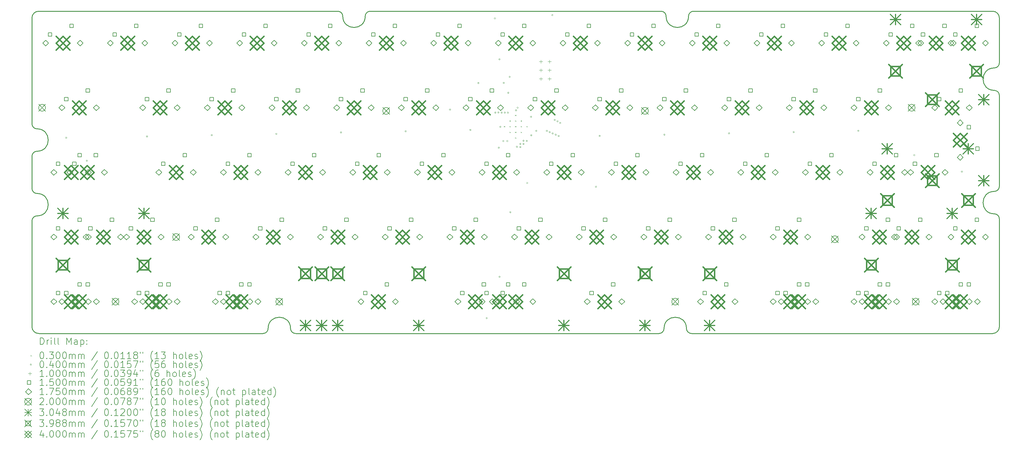
<source format=gbr>
%TF.GenerationSoftware,KiCad,Pcbnew,(6.0.9)*%
%TF.CreationDate,2022-12-14T23:03:10+01:00*%
%TF.ProjectId,pcb-solder,7063622d-736f-46c6-9465-722e6b696361,1.0*%
%TF.SameCoordinates,Original*%
%TF.FileFunction,Drillmap*%
%TF.FilePolarity,Positive*%
%FSLAX45Y45*%
G04 Gerber Fmt 4.5, Leading zero omitted, Abs format (unit mm)*
G04 Created by KiCad (PCBNEW (6.0.9)) date 2022-12-14 23:03:10*
%MOMM*%
%LPD*%
G01*
G04 APERTURE LIST*
%ADD10C,0.250000*%
%ADD11C,0.200000*%
%ADD12C,0.030000*%
%ADD13C,0.040000*%
%ADD14C,0.100000*%
%ADD15C,0.150000*%
%ADD16C,0.175000*%
%ADD17C,0.304800*%
%ADD18C,0.398780*%
%ADD19C,0.400000*%
G04 APERTURE END LIST*
D10*
X7491200Y-15172500D02*
G75*
G03*
X7341200Y-15322500I0J-150000D01*
G01*
X35641200Y-18640000D02*
G75*
G03*
X35841200Y-18440000I0J200000D01*
G01*
X7341200Y-14362500D02*
G75*
G03*
X7491200Y-14512500I150000J0D01*
G01*
X7541200Y-18640000D02*
X14149000Y-18640000D01*
X26833700Y-9140000D02*
G75*
G03*
X26683700Y-9290000I0J-150000D01*
G01*
X35691200Y-14451900D02*
G75*
G03*
X35691200Y-15111900I0J-330000D01*
G01*
X7491200Y-13267500D02*
G75*
G03*
X7341200Y-13417500I0J-150000D01*
G01*
X15109000Y-18640000D02*
X25813100Y-18640000D01*
X7491200Y-13267500D02*
G75*
G03*
X7491200Y-12607500I0J330000D01*
G01*
X35841200Y-11623100D02*
G75*
G03*
X35691200Y-11473100I-150000J0D01*
G01*
X35691200Y-10813100D02*
G75*
G03*
X35691200Y-11473100I0J-330000D01*
G01*
X26623100Y-18490000D02*
G75*
G03*
X25963100Y-18490000I-330000J0D01*
G01*
X7491200Y-15172500D02*
G75*
G03*
X7491200Y-14512500I0J330000D01*
G01*
X7341200Y-12457500D02*
G75*
G03*
X7491200Y-12607500I150000J0D01*
G01*
X26623100Y-18490000D02*
G75*
G03*
X26773100Y-18640000I150000J0D01*
G01*
X35641200Y-9140000D02*
X26833700Y-9140000D01*
X25813100Y-18640000D02*
G75*
G03*
X25963100Y-18490000I0J150000D01*
G01*
X17308700Y-9140000D02*
G75*
G03*
X17158700Y-9290000I0J-150000D01*
G01*
X14149000Y-18640000D02*
G75*
G03*
X14299000Y-18490000I0J150000D01*
G01*
X26023700Y-9290000D02*
G75*
G03*
X25873700Y-9140000I-150000J0D01*
G01*
X35691200Y-10813100D02*
G75*
G03*
X35841200Y-10663100I0J150000D01*
G01*
X35841200Y-18440000D02*
X35841200Y-15261900D01*
X7341200Y-13417500D02*
X7341200Y-14362500D01*
X35841200Y-15261900D02*
G75*
G03*
X35691200Y-15111900I-150000J0D01*
G01*
X7341200Y-9340000D02*
X7341200Y-12457500D01*
X26773100Y-18640000D02*
X35641200Y-18640000D01*
X16498700Y-9290000D02*
G75*
G03*
X17158700Y-9290000I330000J0D01*
G01*
X35691200Y-14451900D02*
G75*
G03*
X35841200Y-14301900I0J150000D01*
G01*
X14959000Y-18490000D02*
G75*
G03*
X15109000Y-18640000I150000J0D01*
G01*
X35841200Y-14301900D02*
X35841200Y-11623100D01*
X26023700Y-9290000D02*
G75*
G03*
X26683700Y-9290000I330000J0D01*
G01*
X14959000Y-18490000D02*
G75*
G03*
X14299000Y-18490000I-330000J0D01*
G01*
X16348700Y-9140000D02*
X7541200Y-9140000D01*
X7541200Y-9140000D02*
G75*
G03*
X7341200Y-9340000I0J-200000D01*
G01*
X25873700Y-9140000D02*
X17308700Y-9140000D01*
X16498700Y-9290000D02*
G75*
G03*
X16348700Y-9140000I-150000J0D01*
G01*
X35841200Y-9340000D02*
G75*
G03*
X35641200Y-9140000I-200000J0D01*
G01*
X7341200Y-18440000D02*
G75*
G03*
X7541200Y-18640000I200000J0D01*
G01*
X7341200Y-15322500D02*
X7341200Y-18440000D01*
X35841200Y-10663100D02*
X35841200Y-9340000D01*
D11*
D12*
X21242660Y-12526250D02*
X21272660Y-12556250D01*
X21272660Y-12526250D02*
X21242660Y-12556250D01*
X21408830Y-12360080D02*
X21438830Y-12390080D01*
X21438830Y-12360080D02*
X21408830Y-12390080D01*
X21408830Y-12526250D02*
X21438830Y-12556250D01*
X21438830Y-12526250D02*
X21408830Y-12556250D01*
X21408830Y-12692420D02*
X21438830Y-12722420D01*
X21438830Y-12692420D02*
X21408830Y-12722420D01*
X21575000Y-12193910D02*
X21605000Y-12223910D01*
X21605000Y-12193910D02*
X21575000Y-12223910D01*
X21575000Y-12360080D02*
X21605000Y-12390080D01*
X21605000Y-12360080D02*
X21575000Y-12390080D01*
X21575000Y-12526250D02*
X21605000Y-12556250D01*
X21605000Y-12526250D02*
X21575000Y-12556250D01*
X21575000Y-12692420D02*
X21605000Y-12722420D01*
X21605000Y-12692420D02*
X21575000Y-12722420D01*
X21575000Y-12858590D02*
X21605000Y-12888590D01*
X21605000Y-12858590D02*
X21575000Y-12888590D01*
X21741170Y-12360080D02*
X21771170Y-12390080D01*
X21771170Y-12360080D02*
X21741170Y-12390080D01*
X21741170Y-12526250D02*
X21771170Y-12556250D01*
X21771170Y-12526250D02*
X21741170Y-12556250D01*
X21741170Y-12692420D02*
X21771170Y-12722420D01*
X21771170Y-12692420D02*
X21741170Y-12722420D01*
X21907340Y-12526250D02*
X21937340Y-12556250D01*
X21937340Y-12526250D02*
X21907340Y-12556250D01*
D13*
X8370400Y-12870600D02*
G75*
G03*
X8370400Y-12870600I-20000J0D01*
G01*
X8979900Y-13548700D02*
G75*
G03*
X8979900Y-13548700I-20000J0D01*
G01*
X10751500Y-12831364D02*
G75*
G03*
X10751500Y-12831364I-20000J0D01*
G01*
X12656500Y-12793612D02*
G75*
G03*
X12656500Y-12793612I-20000J0D01*
G01*
X14561500Y-12755600D02*
G75*
G03*
X14561500Y-12755600I-20000J0D01*
G01*
X16466500Y-12715000D02*
G75*
G03*
X16466500Y-12715000I-20000J0D01*
G01*
X18371500Y-12679200D02*
G75*
G03*
X18371500Y-12679200I-20000J0D01*
G01*
X19677200Y-12040700D02*
G75*
G03*
X19677200Y-12040700I-20000J0D01*
G01*
X20276500Y-12640100D02*
G75*
G03*
X20276500Y-12640100I-20000J0D01*
G01*
X20512400Y-11257200D02*
G75*
G03*
X20512400Y-11257200I-20000J0D01*
G01*
X20757300Y-18187200D02*
G75*
G03*
X20757300Y-18187200I-20000J0D01*
G01*
X21000525Y-9351875D02*
G75*
G03*
X21000525Y-9351875I-20000J0D01*
G01*
X21012278Y-12127393D02*
G75*
G03*
X21012278Y-12127393I-20000J0D01*
G01*
X21105000Y-12125088D02*
G75*
G03*
X21105000Y-12125088I-20000J0D01*
G01*
X21115280Y-13164300D02*
G75*
G03*
X21115280Y-13164300I-20000J0D01*
G01*
X21133000Y-10558200D02*
G75*
G03*
X21133000Y-10558200I-20000J0D01*
G01*
X21137599Y-16969499D02*
G75*
G03*
X21137599Y-16969499I-20000J0D01*
G01*
X21157960Y-12547460D02*
G75*
G03*
X21157960Y-12547460I-20000J0D01*
G01*
X21197721Y-12127402D02*
G75*
G03*
X21197721Y-12127402I-20000J0D01*
G01*
X21247000Y-12967700D02*
G75*
G03*
X21247000Y-12967700I-20000J0D01*
G01*
X21258700Y-11253800D02*
G75*
G03*
X21258700Y-11253800I-20000J0D01*
G01*
X21290450Y-12129400D02*
G75*
G03*
X21290450Y-12129400I-20000J0D01*
G01*
X21363000Y-12966700D02*
G75*
G03*
X21363000Y-12966700I-20000J0D01*
G01*
X21383200Y-12129400D02*
G75*
G03*
X21383200Y-12129400I-20000J0D01*
G01*
X21393452Y-11542875D02*
G75*
G03*
X21393452Y-11542875I-20000J0D01*
G01*
X21434099Y-11076501D02*
G75*
G03*
X21434099Y-11076501I-20000J0D01*
G01*
X21453500Y-15064600D02*
G75*
G03*
X21453500Y-15064600I-20000J0D01*
G01*
X21621400Y-12063300D02*
G75*
G03*
X21621400Y-12063300I-20000J0D01*
G01*
X21649698Y-13135164D02*
G75*
G03*
X21649698Y-13135164I-20000J0D01*
G01*
X21669200Y-11983700D02*
G75*
G03*
X21669200Y-11983700I-20000J0D01*
G01*
X21749030Y-13142218D02*
G75*
G03*
X21749030Y-13142218I-20000J0D01*
G01*
X21749106Y-13049468D02*
G75*
G03*
X21749106Y-13049468I-20000J0D01*
G01*
X21842387Y-12958194D02*
G75*
G03*
X21842387Y-12958194I-20000J0D01*
G01*
X21843381Y-13051465D02*
G75*
G03*
X21843381Y-13051465I-20000J0D01*
G01*
X21939485Y-12963015D02*
G75*
G03*
X21939485Y-12963015I-20000J0D01*
G01*
X21949600Y-14203000D02*
G75*
G03*
X21949600Y-14203000I-20000J0D01*
G01*
X22063547Y-12251047D02*
G75*
G03*
X22063547Y-12251047I-20000J0D01*
G01*
X22071000Y-12796100D02*
G75*
G03*
X22071000Y-12796100I-20000J0D01*
G01*
X22216600Y-12666000D02*
G75*
G03*
X22216600Y-12666000I-20000J0D01*
G01*
X22529981Y-12665720D02*
G75*
G03*
X22529981Y-12665720I-20000J0D01*
G01*
X22614700Y-12703472D02*
G75*
G03*
X22614700Y-12703472I-20000J0D01*
G01*
X22692900Y-9256400D02*
G75*
G03*
X22692900Y-9256400I-20000J0D01*
G01*
X22700390Y-12741224D02*
G75*
G03*
X22700390Y-12741224I-20000J0D01*
G01*
X22761814Y-12344250D02*
G75*
G03*
X22761814Y-12344250I-20000J0D01*
G01*
X22793044Y-12778976D02*
G75*
G03*
X22793044Y-12778976I-20000J0D01*
G01*
X22845310Y-12384637D02*
G75*
G03*
X22845310Y-12384637I-20000J0D01*
G01*
X22878734Y-12816728D02*
G75*
G03*
X22878734Y-12816728I-20000J0D01*
G01*
X22923362Y-12434742D02*
G75*
G03*
X22923362Y-12434742I-20000J0D01*
G01*
X23978151Y-14313966D02*
G75*
G03*
X23978151Y-14313966I-20000J0D01*
G01*
X24087100Y-12816728D02*
G75*
G03*
X24087100Y-12816728I-20000J0D01*
G01*
X25992400Y-12778976D02*
G75*
G03*
X25992400Y-12778976I-20000J0D01*
G01*
X27896800Y-12741224D02*
G75*
G03*
X27896800Y-12741224I-20000J0D01*
G01*
X29802900Y-12703472D02*
G75*
G03*
X29802900Y-12703472I-20000J0D01*
G01*
X31705900Y-12665720D02*
G75*
G03*
X31705900Y-12665720I-20000J0D01*
G01*
X33351900Y-13382300D02*
G75*
G03*
X33351900Y-13382300I-20000J0D01*
G01*
X34756000Y-13868400D02*
G75*
G03*
X34756000Y-13868400I-20000J0D01*
G01*
D14*
X22337500Y-10575875D02*
X22337500Y-10675875D01*
X22287500Y-10625875D02*
X22387500Y-10625875D01*
X22337500Y-10829875D02*
X22337500Y-10929875D01*
X22287500Y-10879875D02*
X22387500Y-10879875D01*
X22337500Y-11083875D02*
X22337500Y-11183875D01*
X22287500Y-11133875D02*
X22387500Y-11133875D01*
X22591500Y-10575875D02*
X22591500Y-10675875D01*
X22541500Y-10625875D02*
X22641500Y-10625875D01*
X22591500Y-10829875D02*
X22591500Y-10929875D01*
X22541500Y-10879875D02*
X22641500Y-10879875D01*
X22591500Y-11083875D02*
X22591500Y-11183875D01*
X22541500Y-11133875D02*
X22641500Y-11133875D01*
D15*
X7927033Y-9879659D02*
X7927033Y-9773592D01*
X7820966Y-9773592D01*
X7820966Y-9879659D01*
X7927033Y-9879659D01*
X8165158Y-13689658D02*
X8165158Y-13583591D01*
X8059091Y-13583591D01*
X8059091Y-13689658D01*
X8165158Y-13689658D01*
X8165158Y-15594658D02*
X8165158Y-15488591D01*
X8059091Y-15488591D01*
X8059091Y-15594658D01*
X8165158Y-15594658D01*
X8165158Y-17499659D02*
X8165158Y-17393592D01*
X8059091Y-17393592D01*
X8059091Y-17499659D01*
X8165158Y-17499659D01*
X8403284Y-11784658D02*
X8403284Y-11678591D01*
X8297216Y-11678591D01*
X8297216Y-11784658D01*
X8403284Y-11784658D01*
X8403284Y-17499659D02*
X8403284Y-17393592D01*
X8297216Y-17393592D01*
X8297216Y-17499659D01*
X8403284Y-17499659D01*
X8562034Y-9625659D02*
X8562034Y-9519592D01*
X8455967Y-9519592D01*
X8455967Y-9625659D01*
X8562034Y-9625659D01*
X8641409Y-13689658D02*
X8641409Y-13583591D01*
X8535342Y-13583591D01*
X8535342Y-13689658D01*
X8641409Y-13689658D01*
X8800159Y-13435658D02*
X8800159Y-13329591D01*
X8694092Y-13329591D01*
X8694092Y-13435658D01*
X8800159Y-13435658D01*
X8800159Y-15340658D02*
X8800159Y-15234591D01*
X8694092Y-15234591D01*
X8694092Y-15340658D01*
X8800159Y-15340658D01*
X8800159Y-17245659D02*
X8800159Y-17139592D01*
X8694092Y-17139592D01*
X8694092Y-17245659D01*
X8800159Y-17245659D01*
X9038284Y-11530658D02*
X9038284Y-11424591D01*
X8932217Y-11424591D01*
X8932217Y-11530658D01*
X9038284Y-11530658D01*
X9038284Y-17245659D02*
X9038284Y-17139592D01*
X8932217Y-17139592D01*
X8932217Y-17245659D01*
X9038284Y-17245659D01*
X9117659Y-15594658D02*
X9117659Y-15488591D01*
X9011592Y-15488591D01*
X9011592Y-15594658D01*
X9117659Y-15594658D01*
X9276409Y-13435658D02*
X9276409Y-13329591D01*
X9170342Y-13329591D01*
X9170342Y-13435658D01*
X9276409Y-13435658D01*
X9752659Y-15340658D02*
X9752659Y-15234591D01*
X9646592Y-15234591D01*
X9646592Y-15340658D01*
X9752659Y-15340658D01*
X9832034Y-9879659D02*
X9832034Y-9773592D01*
X9725967Y-9773592D01*
X9725967Y-9879659D01*
X9832034Y-9879659D01*
X10308284Y-15594658D02*
X10308284Y-15488591D01*
X10202217Y-15488591D01*
X10202217Y-15594658D01*
X10308284Y-15594658D01*
X10467034Y-9625659D02*
X10467034Y-9519592D01*
X10360967Y-9519592D01*
X10360967Y-9625659D01*
X10467034Y-9625659D01*
X10546409Y-17499659D02*
X10546409Y-17393592D01*
X10440342Y-17393592D01*
X10440342Y-17499659D01*
X10546409Y-17499659D01*
X10784534Y-11784658D02*
X10784534Y-11678591D01*
X10678467Y-11678591D01*
X10678467Y-11784658D01*
X10784534Y-11784658D01*
X10784534Y-17499659D02*
X10784534Y-17393592D01*
X10678467Y-17393592D01*
X10678467Y-17499659D01*
X10784534Y-17499659D01*
X10943284Y-15340658D02*
X10943284Y-15234591D01*
X10837217Y-15234591D01*
X10837217Y-15340658D01*
X10943284Y-15340658D01*
X11181409Y-17245659D02*
X11181409Y-17139592D01*
X11075342Y-17139592D01*
X11075342Y-17245659D01*
X11181409Y-17245659D01*
X11260783Y-13689658D02*
X11260783Y-13583591D01*
X11154717Y-13583591D01*
X11154717Y-13689658D01*
X11260783Y-13689658D01*
X11419533Y-11530658D02*
X11419533Y-11424591D01*
X11313466Y-11424591D01*
X11313466Y-11530658D01*
X11419533Y-11530658D01*
X11419533Y-17245659D02*
X11419533Y-17139592D01*
X11313466Y-17139592D01*
X11313466Y-17245659D01*
X11419533Y-17245659D01*
X11737033Y-9879659D02*
X11737033Y-9773592D01*
X11630966Y-9773592D01*
X11630966Y-9879659D01*
X11737033Y-9879659D01*
X11895783Y-13435658D02*
X11895783Y-13329591D01*
X11789716Y-13329591D01*
X11789716Y-13435658D01*
X11895783Y-13435658D01*
X12213283Y-15594658D02*
X12213283Y-15488591D01*
X12107216Y-15488591D01*
X12107216Y-15594658D01*
X12213283Y-15594658D01*
X12372033Y-9625659D02*
X12372033Y-9519592D01*
X12265966Y-9519592D01*
X12265966Y-9625659D01*
X12372033Y-9625659D01*
X12689533Y-11784658D02*
X12689533Y-11678591D01*
X12583466Y-11678591D01*
X12583466Y-11784658D01*
X12689533Y-11784658D01*
X12848283Y-15340658D02*
X12848283Y-15234591D01*
X12742216Y-15234591D01*
X12742216Y-15340658D01*
X12848283Y-15340658D01*
X12927658Y-17499659D02*
X12927658Y-17393592D01*
X12821591Y-17393592D01*
X12821591Y-17499659D01*
X12927658Y-17499659D01*
X13165783Y-13689658D02*
X13165783Y-13583591D01*
X13059716Y-13583591D01*
X13059716Y-13689658D01*
X13165783Y-13689658D01*
X13165783Y-17499659D02*
X13165783Y-17393592D01*
X13059716Y-17393592D01*
X13059716Y-17499659D01*
X13165783Y-17499659D01*
X13324533Y-11530658D02*
X13324533Y-11424591D01*
X13218466Y-11424591D01*
X13218466Y-11530658D01*
X13324533Y-11530658D01*
X13562658Y-17245659D02*
X13562658Y-17139592D01*
X13456591Y-17139592D01*
X13456591Y-17245659D01*
X13562658Y-17245659D01*
X13642033Y-9879659D02*
X13642033Y-9773592D01*
X13535966Y-9773592D01*
X13535966Y-9879659D01*
X13642033Y-9879659D01*
X13800783Y-13435658D02*
X13800783Y-13329591D01*
X13694716Y-13329591D01*
X13694716Y-13435658D01*
X13800783Y-13435658D01*
X13800783Y-17245659D02*
X13800783Y-17139592D01*
X13694716Y-17139592D01*
X13694716Y-17245659D01*
X13800783Y-17245659D01*
X14118283Y-15594658D02*
X14118283Y-15488591D01*
X14012216Y-15488591D01*
X14012216Y-15594658D01*
X14118283Y-15594658D01*
X14277033Y-9625659D02*
X14277033Y-9519592D01*
X14170966Y-9519592D01*
X14170966Y-9625659D01*
X14277033Y-9625659D01*
X14594533Y-11784658D02*
X14594533Y-11678591D01*
X14488466Y-11678591D01*
X14488466Y-11784658D01*
X14594533Y-11784658D01*
X14753283Y-15340658D02*
X14753283Y-15234591D01*
X14647216Y-15234591D01*
X14647216Y-15340658D01*
X14753283Y-15340658D01*
X15070783Y-13689658D02*
X15070783Y-13583591D01*
X14964716Y-13583591D01*
X14964716Y-13689658D01*
X15070783Y-13689658D01*
X15229533Y-11530658D02*
X15229533Y-11424591D01*
X15123466Y-11424591D01*
X15123466Y-11530658D01*
X15229533Y-11530658D01*
X15547033Y-9879659D02*
X15547033Y-9773592D01*
X15440966Y-9773592D01*
X15440966Y-9879659D01*
X15547033Y-9879659D01*
X15705783Y-13435658D02*
X15705783Y-13329591D01*
X15599716Y-13329591D01*
X15599716Y-13435658D01*
X15705783Y-13435658D01*
X16023283Y-15594658D02*
X16023283Y-15488591D01*
X15917216Y-15488591D01*
X15917216Y-15594658D01*
X16023283Y-15594658D01*
X16182033Y-9625659D02*
X16182033Y-9519592D01*
X16075966Y-9519592D01*
X16075966Y-9625659D01*
X16182033Y-9625659D01*
X16499533Y-11784658D02*
X16499533Y-11678591D01*
X16393466Y-11678591D01*
X16393466Y-11784658D01*
X16499533Y-11784658D01*
X16658283Y-15340658D02*
X16658283Y-15234591D01*
X16552216Y-15234591D01*
X16552216Y-15340658D01*
X16658283Y-15340658D01*
X16975784Y-13689658D02*
X16975784Y-13583591D01*
X16869717Y-13583591D01*
X16869717Y-13689658D01*
X16975784Y-13689658D01*
X17134534Y-11530658D02*
X17134534Y-11424591D01*
X17028467Y-11424591D01*
X17028467Y-11530658D01*
X17134534Y-11530658D01*
X17213909Y-17499659D02*
X17213909Y-17393592D01*
X17107842Y-17393592D01*
X17107842Y-17499659D01*
X17213909Y-17499659D01*
X17452034Y-9879659D02*
X17452034Y-9773592D01*
X17345967Y-9773592D01*
X17345967Y-9879659D01*
X17452034Y-9879659D01*
X17610784Y-13435658D02*
X17610784Y-13329591D01*
X17504717Y-13329591D01*
X17504717Y-13435658D01*
X17610784Y-13435658D01*
X17848909Y-17245659D02*
X17848909Y-17139592D01*
X17742842Y-17139592D01*
X17742842Y-17245659D01*
X17848909Y-17245659D01*
X17928284Y-15594658D02*
X17928284Y-15488591D01*
X17822217Y-15488591D01*
X17822217Y-15594658D01*
X17928284Y-15594658D01*
X18087034Y-9625659D02*
X18087034Y-9519592D01*
X17980967Y-9519592D01*
X17980967Y-9625659D01*
X18087034Y-9625659D01*
X18404534Y-11784658D02*
X18404534Y-11678591D01*
X18298467Y-11678591D01*
X18298467Y-11784658D01*
X18404534Y-11784658D01*
X18563284Y-15340658D02*
X18563284Y-15234591D01*
X18457217Y-15234591D01*
X18457217Y-15340658D01*
X18563284Y-15340658D01*
X18880784Y-13689658D02*
X18880784Y-13583591D01*
X18774717Y-13583591D01*
X18774717Y-13689658D01*
X18880784Y-13689658D01*
X19039534Y-11530658D02*
X19039534Y-11424591D01*
X18933467Y-11424591D01*
X18933467Y-11530658D01*
X19039534Y-11530658D01*
X19357034Y-9879659D02*
X19357034Y-9773592D01*
X19250967Y-9773592D01*
X19250967Y-9879659D01*
X19357034Y-9879659D01*
X19515784Y-13435658D02*
X19515784Y-13329591D01*
X19409717Y-13329591D01*
X19409717Y-13435658D01*
X19515784Y-13435658D01*
X19833284Y-15594658D02*
X19833284Y-15488591D01*
X19727217Y-15488591D01*
X19727217Y-15594658D01*
X19833284Y-15594658D01*
X19992034Y-9625659D02*
X19992034Y-9519592D01*
X19885967Y-9519592D01*
X19885967Y-9625659D01*
X19992034Y-9625659D01*
X20071409Y-17499659D02*
X20071409Y-17393592D01*
X19965342Y-17393592D01*
X19965342Y-17499659D01*
X20071409Y-17499659D01*
X20309534Y-11784658D02*
X20309534Y-11678591D01*
X20203467Y-11678591D01*
X20203467Y-11784658D01*
X20309534Y-11784658D01*
X20468284Y-15340658D02*
X20468284Y-15234591D01*
X20362217Y-15234591D01*
X20362217Y-15340658D01*
X20468284Y-15340658D01*
X20706409Y-17245659D02*
X20706409Y-17139592D01*
X20600342Y-17139592D01*
X20600342Y-17245659D01*
X20706409Y-17245659D01*
X20785784Y-13689658D02*
X20785784Y-13583591D01*
X20679717Y-13583591D01*
X20679717Y-13689658D01*
X20785784Y-13689658D01*
X20785784Y-17499659D02*
X20785784Y-17393592D01*
X20679717Y-17393592D01*
X20679717Y-17499659D01*
X20785784Y-17499659D01*
X20944534Y-11530658D02*
X20944534Y-11424591D01*
X20838467Y-11424591D01*
X20838467Y-11530658D01*
X20944534Y-11530658D01*
X21262034Y-9879659D02*
X21262034Y-9773592D01*
X21155967Y-9773592D01*
X21155967Y-9879659D01*
X21262034Y-9879659D01*
X21262034Y-17499659D02*
X21262034Y-17393592D01*
X21155967Y-17393592D01*
X21155967Y-17499659D01*
X21262034Y-17499659D01*
X21420784Y-13435658D02*
X21420784Y-13329591D01*
X21314717Y-13329591D01*
X21314717Y-13435658D01*
X21420784Y-13435658D01*
X21420784Y-17245659D02*
X21420784Y-17139592D01*
X21314717Y-17139592D01*
X21314717Y-17245659D01*
X21420784Y-17245659D01*
X21738284Y-15594658D02*
X21738284Y-15488591D01*
X21632217Y-15488591D01*
X21632217Y-15594658D01*
X21738284Y-15594658D01*
X21897034Y-9625659D02*
X21897034Y-9519592D01*
X21790967Y-9519592D01*
X21790967Y-9625659D01*
X21897034Y-9625659D01*
X21897034Y-17245659D02*
X21897034Y-17139592D01*
X21790967Y-17139592D01*
X21790967Y-17245659D01*
X21897034Y-17245659D01*
X22214534Y-11784658D02*
X22214534Y-11678591D01*
X22108467Y-11678591D01*
X22108467Y-11784658D01*
X22214534Y-11784658D01*
X22373283Y-15340658D02*
X22373283Y-15234591D01*
X22267217Y-15234591D01*
X22267217Y-15340658D01*
X22373283Y-15340658D01*
X22690783Y-13689658D02*
X22690783Y-13583591D01*
X22584716Y-13583591D01*
X22584716Y-13689658D01*
X22690783Y-13689658D01*
X22849533Y-11530658D02*
X22849533Y-11424591D01*
X22743466Y-11424591D01*
X22743466Y-11530658D01*
X22849533Y-11530658D01*
X23167033Y-9879659D02*
X23167033Y-9773592D01*
X23060966Y-9773592D01*
X23060966Y-9879659D01*
X23167033Y-9879659D01*
X23325783Y-13435658D02*
X23325783Y-13329591D01*
X23219716Y-13329591D01*
X23219716Y-13435658D01*
X23325783Y-13435658D01*
X23643283Y-15594658D02*
X23643283Y-15488591D01*
X23537216Y-15488591D01*
X23537216Y-15594658D01*
X23643283Y-15594658D01*
X23802033Y-9625659D02*
X23802033Y-9519592D01*
X23695966Y-9519592D01*
X23695966Y-9625659D01*
X23802033Y-9625659D01*
X23881408Y-17499659D02*
X23881408Y-17393592D01*
X23775341Y-17393592D01*
X23775341Y-17499659D01*
X23881408Y-17499659D01*
X24119533Y-11784658D02*
X24119533Y-11678591D01*
X24013466Y-11678591D01*
X24013466Y-11784658D01*
X24119533Y-11784658D01*
X24278283Y-15340658D02*
X24278283Y-15234591D01*
X24172216Y-15234591D01*
X24172216Y-15340658D01*
X24278283Y-15340658D01*
X24516408Y-17245659D02*
X24516408Y-17139592D01*
X24410341Y-17139592D01*
X24410341Y-17245659D01*
X24516408Y-17245659D01*
X24595783Y-13689658D02*
X24595783Y-13583591D01*
X24489716Y-13583591D01*
X24489716Y-13689658D01*
X24595783Y-13689658D01*
X24754533Y-11530658D02*
X24754533Y-11424591D01*
X24648466Y-11424591D01*
X24648466Y-11530658D01*
X24754533Y-11530658D01*
X25072033Y-9879659D02*
X25072033Y-9773592D01*
X24965966Y-9773592D01*
X24965966Y-9879659D01*
X25072033Y-9879659D01*
X25230783Y-13435658D02*
X25230783Y-13329591D01*
X25124716Y-13329591D01*
X25124716Y-13435658D01*
X25230783Y-13435658D01*
X25548283Y-15594658D02*
X25548283Y-15488591D01*
X25442216Y-15488591D01*
X25442216Y-15594658D01*
X25548283Y-15594658D01*
X25707033Y-9625659D02*
X25707033Y-9519592D01*
X25600966Y-9519592D01*
X25600966Y-9625659D01*
X25707033Y-9625659D01*
X26024533Y-11784658D02*
X26024533Y-11678591D01*
X25918466Y-11678591D01*
X25918466Y-11784658D01*
X26024533Y-11784658D01*
X26183283Y-15340658D02*
X26183283Y-15234591D01*
X26077216Y-15234591D01*
X26077216Y-15340658D01*
X26183283Y-15340658D01*
X26500783Y-13689658D02*
X26500783Y-13583591D01*
X26394716Y-13583591D01*
X26394716Y-13689658D01*
X26500783Y-13689658D01*
X26659533Y-11530658D02*
X26659533Y-11424591D01*
X26553466Y-11424591D01*
X26553466Y-11530658D01*
X26659533Y-11530658D01*
X26977033Y-9879659D02*
X26977033Y-9773592D01*
X26870966Y-9773592D01*
X26870966Y-9879659D01*
X26977033Y-9879659D01*
X27135783Y-13435658D02*
X27135783Y-13329591D01*
X27029716Y-13329591D01*
X27029716Y-13435658D01*
X27135783Y-13435658D01*
X27215158Y-17499659D02*
X27215158Y-17393592D01*
X27109091Y-17393592D01*
X27109091Y-17499659D01*
X27215158Y-17499659D01*
X27453283Y-15594658D02*
X27453283Y-15488591D01*
X27347216Y-15488591D01*
X27347216Y-15594658D01*
X27453283Y-15594658D01*
X27612033Y-9625659D02*
X27612033Y-9519592D01*
X27505966Y-9519592D01*
X27505966Y-9625659D01*
X27612033Y-9625659D01*
X27850158Y-17245659D02*
X27850158Y-17139592D01*
X27744091Y-17139592D01*
X27744091Y-17245659D01*
X27850158Y-17245659D01*
X27929533Y-11784658D02*
X27929533Y-11678591D01*
X27823466Y-11678591D01*
X27823466Y-11784658D01*
X27929533Y-11784658D01*
X28088283Y-15340658D02*
X28088283Y-15234591D01*
X27982216Y-15234591D01*
X27982216Y-15340658D01*
X28088283Y-15340658D01*
X28405783Y-13689658D02*
X28405783Y-13583591D01*
X28299716Y-13583591D01*
X28299716Y-13689658D01*
X28405783Y-13689658D01*
X28564533Y-11530658D02*
X28564533Y-11424591D01*
X28458466Y-11424591D01*
X28458466Y-11530658D01*
X28564533Y-11530658D01*
X28882033Y-9879659D02*
X28882033Y-9773592D01*
X28775966Y-9773592D01*
X28775966Y-9879659D01*
X28882033Y-9879659D01*
X29040783Y-13435658D02*
X29040783Y-13329591D01*
X28934716Y-13329591D01*
X28934716Y-13435658D01*
X29040783Y-13435658D01*
X29358283Y-15594658D02*
X29358283Y-15488591D01*
X29252216Y-15488591D01*
X29252216Y-15594658D01*
X29358283Y-15594658D01*
X29358283Y-17499659D02*
X29358283Y-17393592D01*
X29252216Y-17393592D01*
X29252216Y-17499659D01*
X29358283Y-17499659D01*
X29517033Y-9625659D02*
X29517033Y-9519592D01*
X29410966Y-9519592D01*
X29410966Y-9625659D01*
X29517033Y-9625659D01*
X29596408Y-17499659D02*
X29596408Y-17393592D01*
X29490341Y-17393592D01*
X29490341Y-17499659D01*
X29596408Y-17499659D01*
X29834533Y-11784658D02*
X29834533Y-11678591D01*
X29728466Y-11678591D01*
X29728466Y-11784658D01*
X29834533Y-11784658D01*
X29993283Y-15340658D02*
X29993283Y-15234591D01*
X29887216Y-15234591D01*
X29887216Y-15340658D01*
X29993283Y-15340658D01*
X29993283Y-17245659D02*
X29993283Y-17139592D01*
X29887216Y-17139592D01*
X29887216Y-17245659D01*
X29993283Y-17245659D01*
X30231408Y-17245659D02*
X30231408Y-17139592D01*
X30125341Y-17139592D01*
X30125341Y-17245659D01*
X30231408Y-17245659D01*
X30310783Y-13689658D02*
X30310783Y-13583591D01*
X30204716Y-13583591D01*
X30204716Y-13689658D01*
X30310783Y-13689658D01*
X30469533Y-11530658D02*
X30469533Y-11424591D01*
X30363466Y-11424591D01*
X30363466Y-11530658D01*
X30469533Y-11530658D01*
X30787033Y-9879659D02*
X30787033Y-9773592D01*
X30680966Y-9773592D01*
X30680966Y-9879659D01*
X30787033Y-9879659D01*
X30945783Y-13435658D02*
X30945783Y-13329591D01*
X30839716Y-13329591D01*
X30839716Y-13435658D01*
X30945783Y-13435658D01*
X31422033Y-9625659D02*
X31422033Y-9519592D01*
X31315966Y-9519592D01*
X31315966Y-9625659D01*
X31422033Y-9625659D01*
X31739533Y-11784658D02*
X31739533Y-11678591D01*
X31633466Y-11678591D01*
X31633466Y-11784658D01*
X31739533Y-11784658D01*
X31739533Y-17499659D02*
X31739533Y-17393592D01*
X31633466Y-17393592D01*
X31633466Y-17499659D01*
X31739533Y-17499659D01*
X31977658Y-15594658D02*
X31977658Y-15488591D01*
X31871591Y-15488591D01*
X31871591Y-15594658D01*
X31977658Y-15594658D01*
X31977658Y-17499659D02*
X31977658Y-17393592D01*
X31871591Y-17393592D01*
X31871591Y-17499659D01*
X31977658Y-17499659D01*
X32215783Y-13689658D02*
X32215783Y-13583591D01*
X32109716Y-13583591D01*
X32109716Y-13689658D01*
X32215783Y-13689658D01*
X32374533Y-11530658D02*
X32374533Y-11424591D01*
X32268466Y-11424591D01*
X32268466Y-11530658D01*
X32374533Y-11530658D01*
X32374533Y-17245659D02*
X32374533Y-17139592D01*
X32268466Y-17139592D01*
X32268466Y-17245659D01*
X32374533Y-17245659D01*
X32612658Y-15340658D02*
X32612658Y-15234591D01*
X32506591Y-15234591D01*
X32506591Y-15340658D01*
X32612658Y-15340658D01*
X32612658Y-17245659D02*
X32612658Y-17139592D01*
X32506591Y-17139592D01*
X32506591Y-17245659D01*
X32612658Y-17245659D01*
X32692033Y-9879659D02*
X32692033Y-9773592D01*
X32585966Y-9773592D01*
X32585966Y-9879659D01*
X32692033Y-9879659D01*
X32850783Y-13435658D02*
X32850783Y-13329591D01*
X32744716Y-13329591D01*
X32744716Y-13435658D01*
X32850783Y-13435658D01*
X32930158Y-15594658D02*
X32930158Y-15488591D01*
X32824091Y-15488591D01*
X32824091Y-15594658D01*
X32930158Y-15594658D01*
X33327033Y-9625659D02*
X33327033Y-9519592D01*
X33220966Y-9519592D01*
X33220966Y-9625659D01*
X33327033Y-9625659D01*
X33406408Y-13689658D02*
X33406408Y-13583591D01*
X33300341Y-13583591D01*
X33300341Y-13689658D01*
X33406408Y-13689658D01*
X33565159Y-15340658D02*
X33565159Y-15234591D01*
X33459091Y-15234591D01*
X33459091Y-15340658D01*
X33565159Y-15340658D01*
X33644534Y-9879659D02*
X33644534Y-9773592D01*
X33538466Y-9773592D01*
X33538466Y-9879659D01*
X33644534Y-9879659D01*
X34041409Y-13435658D02*
X34041409Y-13329591D01*
X33935342Y-13329591D01*
X33935342Y-13435658D01*
X34041409Y-13435658D01*
X34120784Y-11784658D02*
X34120784Y-11678591D01*
X34014717Y-11678591D01*
X34014717Y-11784658D01*
X34120784Y-11784658D01*
X34120784Y-17499659D02*
X34120784Y-17393592D01*
X34014717Y-17393592D01*
X34014717Y-17499659D01*
X34120784Y-17499659D01*
X34279534Y-9625659D02*
X34279534Y-9519592D01*
X34173467Y-9519592D01*
X34173467Y-9625659D01*
X34279534Y-9625659D01*
X34358909Y-17499659D02*
X34358909Y-17393592D01*
X34252842Y-17393592D01*
X34252842Y-17499659D01*
X34358909Y-17499659D01*
X34597034Y-9879659D02*
X34597034Y-9773592D01*
X34490967Y-9773592D01*
X34490967Y-9879659D01*
X34597034Y-9879659D01*
X34597034Y-15594658D02*
X34597034Y-15488591D01*
X34490967Y-15488591D01*
X34490967Y-15594658D01*
X34597034Y-15594658D01*
X34755784Y-11530658D02*
X34755784Y-11424591D01*
X34649717Y-11424591D01*
X34649717Y-11530658D01*
X34755784Y-11530658D01*
X34755784Y-17245659D02*
X34755784Y-17139592D01*
X34649717Y-17139592D01*
X34649717Y-17245659D01*
X34755784Y-17245659D01*
X34993909Y-12610158D02*
X34993909Y-12504091D01*
X34887842Y-12504091D01*
X34887842Y-12610158D01*
X34993909Y-12610158D01*
X34993909Y-17245659D02*
X34993909Y-17139592D01*
X34887842Y-17139592D01*
X34887842Y-17245659D01*
X34993909Y-17245659D01*
X35232034Y-9625659D02*
X35232034Y-9519592D01*
X35125967Y-9519592D01*
X35125967Y-9625659D01*
X35232034Y-9625659D01*
X35232034Y-15340658D02*
X35232034Y-15234591D01*
X35125967Y-15234591D01*
X35125967Y-15340658D01*
X35232034Y-15340658D01*
X35247909Y-13245158D02*
X35247909Y-13139091D01*
X35141842Y-13139091D01*
X35141842Y-13245158D01*
X35247909Y-13245158D01*
D16*
X7747000Y-10168125D02*
X7834500Y-10080625D01*
X7747000Y-9993125D01*
X7659500Y-10080625D01*
X7747000Y-10168125D01*
X7985125Y-13978125D02*
X8072625Y-13890625D01*
X7985125Y-13803125D01*
X7897625Y-13890625D01*
X7985125Y-13978125D01*
X7985125Y-15883125D02*
X8072625Y-15795625D01*
X7985125Y-15708125D01*
X7897625Y-15795625D01*
X7985125Y-15883125D01*
X7985125Y-17788125D02*
X8072625Y-17700625D01*
X7985125Y-17613125D01*
X7897625Y-17700625D01*
X7985125Y-17788125D01*
X8223250Y-12073125D02*
X8310750Y-11985625D01*
X8223250Y-11898125D01*
X8135750Y-11985625D01*
X8223250Y-12073125D01*
X8223250Y-17788125D02*
X8310750Y-17700625D01*
X8223250Y-17613125D01*
X8135750Y-17700625D01*
X8223250Y-17788125D01*
X8461375Y-13978125D02*
X8548875Y-13890625D01*
X8461375Y-13803125D01*
X8373875Y-13890625D01*
X8461375Y-13978125D01*
X8763000Y-10168125D02*
X8850500Y-10080625D01*
X8763000Y-9993125D01*
X8675500Y-10080625D01*
X8763000Y-10168125D01*
X8937625Y-15883125D02*
X9025125Y-15795625D01*
X8937625Y-15708125D01*
X8850125Y-15795625D01*
X8937625Y-15883125D01*
X9001125Y-13978125D02*
X9088625Y-13890625D01*
X9001125Y-13803125D01*
X8913625Y-13890625D01*
X9001125Y-13978125D01*
X9001125Y-15883125D02*
X9088625Y-15795625D01*
X9001125Y-15708125D01*
X8913625Y-15795625D01*
X9001125Y-15883125D01*
X9001125Y-17788125D02*
X9088625Y-17700625D01*
X9001125Y-17613125D01*
X8913625Y-17700625D01*
X9001125Y-17788125D01*
X9239250Y-12073125D02*
X9326750Y-11985625D01*
X9239250Y-11898125D01*
X9151750Y-11985625D01*
X9239250Y-12073125D01*
X9239250Y-17788125D02*
X9326750Y-17700625D01*
X9239250Y-17613125D01*
X9151750Y-17700625D01*
X9239250Y-17788125D01*
X9477375Y-13978125D02*
X9564875Y-13890625D01*
X9477375Y-13803125D01*
X9389875Y-13890625D01*
X9477375Y-13978125D01*
X9652000Y-10168125D02*
X9739500Y-10080625D01*
X9652000Y-9993125D01*
X9564500Y-10080625D01*
X9652000Y-10168125D01*
X9953625Y-15883125D02*
X10041125Y-15795625D01*
X9953625Y-15708125D01*
X9866125Y-15795625D01*
X9953625Y-15883125D01*
X10128250Y-15883125D02*
X10215750Y-15795625D01*
X10128250Y-15708125D01*
X10040750Y-15795625D01*
X10128250Y-15883125D01*
X10366375Y-17788125D02*
X10453875Y-17700625D01*
X10366375Y-17613125D01*
X10278875Y-17700625D01*
X10366375Y-17788125D01*
X10604500Y-12073125D02*
X10692000Y-11985625D01*
X10604500Y-11898125D01*
X10517000Y-11985625D01*
X10604500Y-12073125D01*
X10604500Y-17788125D02*
X10692000Y-17700625D01*
X10604500Y-17613125D01*
X10517000Y-17700625D01*
X10604500Y-17788125D01*
X10668000Y-10168125D02*
X10755500Y-10080625D01*
X10668000Y-9993125D01*
X10580500Y-10080625D01*
X10668000Y-10168125D01*
X11080750Y-13978125D02*
X11168250Y-13890625D01*
X11080750Y-13803125D01*
X10993250Y-13890625D01*
X11080750Y-13978125D01*
X11144250Y-15883125D02*
X11231750Y-15795625D01*
X11144250Y-15708125D01*
X11056750Y-15795625D01*
X11144250Y-15883125D01*
X11382375Y-17788125D02*
X11469875Y-17700625D01*
X11382375Y-17613125D01*
X11294875Y-17700625D01*
X11382375Y-17788125D01*
X11557000Y-10168125D02*
X11644500Y-10080625D01*
X11557000Y-9993125D01*
X11469500Y-10080625D01*
X11557000Y-10168125D01*
X11620500Y-12073125D02*
X11708000Y-11985625D01*
X11620500Y-11898125D01*
X11533000Y-11985625D01*
X11620500Y-12073125D01*
X11620500Y-17788125D02*
X11708000Y-17700625D01*
X11620500Y-17613125D01*
X11533000Y-17700625D01*
X11620500Y-17788125D01*
X12033250Y-15883125D02*
X12120750Y-15795625D01*
X12033250Y-15708125D01*
X11945750Y-15795625D01*
X12033250Y-15883125D01*
X12096750Y-13978125D02*
X12184250Y-13890625D01*
X12096750Y-13803125D01*
X12009250Y-13890625D01*
X12096750Y-13978125D01*
X12509500Y-12073125D02*
X12597000Y-11985625D01*
X12509500Y-11898125D01*
X12422000Y-11985625D01*
X12509500Y-12073125D01*
X12573000Y-10168125D02*
X12660500Y-10080625D01*
X12573000Y-9993125D01*
X12485500Y-10080625D01*
X12573000Y-10168125D01*
X12747625Y-17788125D02*
X12835125Y-17700625D01*
X12747625Y-17613125D01*
X12660125Y-17700625D01*
X12747625Y-17788125D01*
X12985750Y-13978125D02*
X13073250Y-13890625D01*
X12985750Y-13803125D01*
X12898250Y-13890625D01*
X12985750Y-13978125D01*
X12985750Y-17788125D02*
X13073250Y-17700625D01*
X12985750Y-17613125D01*
X12898250Y-17700625D01*
X12985750Y-17788125D01*
X13049250Y-15883125D02*
X13136750Y-15795625D01*
X13049250Y-15708125D01*
X12961750Y-15795625D01*
X13049250Y-15883125D01*
X13462000Y-10168125D02*
X13549500Y-10080625D01*
X13462000Y-9993125D01*
X13374500Y-10080625D01*
X13462000Y-10168125D01*
X13525500Y-12073125D02*
X13613000Y-11985625D01*
X13525500Y-11898125D01*
X13438000Y-11985625D01*
X13525500Y-12073125D01*
X13763625Y-17788125D02*
X13851125Y-17700625D01*
X13763625Y-17613125D01*
X13676125Y-17700625D01*
X13763625Y-17788125D01*
X13938250Y-15883125D02*
X14025750Y-15795625D01*
X13938250Y-15708125D01*
X13850750Y-15795625D01*
X13938250Y-15883125D01*
X14001750Y-13978125D02*
X14089250Y-13890625D01*
X14001750Y-13803125D01*
X13914250Y-13890625D01*
X14001750Y-13978125D01*
X14001750Y-17788125D02*
X14089250Y-17700625D01*
X14001750Y-17613125D01*
X13914250Y-17700625D01*
X14001750Y-17788125D01*
X14414500Y-12073125D02*
X14502000Y-11985625D01*
X14414500Y-11898125D01*
X14327000Y-11985625D01*
X14414500Y-12073125D01*
X14478000Y-10168125D02*
X14565500Y-10080625D01*
X14478000Y-9993125D01*
X14390500Y-10080625D01*
X14478000Y-10168125D01*
X14890750Y-13978125D02*
X14978250Y-13890625D01*
X14890750Y-13803125D01*
X14803250Y-13890625D01*
X14890750Y-13978125D01*
X14954250Y-15883125D02*
X15041750Y-15795625D01*
X14954250Y-15708125D01*
X14866750Y-15795625D01*
X14954250Y-15883125D01*
X15367000Y-10168125D02*
X15454500Y-10080625D01*
X15367000Y-9993125D01*
X15279500Y-10080625D01*
X15367000Y-10168125D01*
X15430500Y-12073125D02*
X15518000Y-11985625D01*
X15430500Y-11898125D01*
X15343000Y-11985625D01*
X15430500Y-12073125D01*
X15843250Y-15883125D02*
X15930750Y-15795625D01*
X15843250Y-15708125D01*
X15755750Y-15795625D01*
X15843250Y-15883125D01*
X15906750Y-13978125D02*
X15994250Y-13890625D01*
X15906750Y-13803125D01*
X15819250Y-13890625D01*
X15906750Y-13978125D01*
X16319500Y-12073125D02*
X16407000Y-11985625D01*
X16319500Y-11898125D01*
X16232000Y-11985625D01*
X16319500Y-12073125D01*
X16383000Y-10168125D02*
X16470500Y-10080625D01*
X16383000Y-9993125D01*
X16295500Y-10080625D01*
X16383000Y-10168125D01*
X16795750Y-13978125D02*
X16883250Y-13890625D01*
X16795750Y-13803125D01*
X16708250Y-13890625D01*
X16795750Y-13978125D01*
X16859250Y-15883125D02*
X16946750Y-15795625D01*
X16859250Y-15708125D01*
X16771750Y-15795625D01*
X16859250Y-15883125D01*
X17033875Y-17788125D02*
X17121375Y-17700625D01*
X17033875Y-17613125D01*
X16946375Y-17700625D01*
X17033875Y-17788125D01*
X17272000Y-10168125D02*
X17359500Y-10080625D01*
X17272000Y-9993125D01*
X17184500Y-10080625D01*
X17272000Y-10168125D01*
X17335500Y-12073125D02*
X17423000Y-11985625D01*
X17335500Y-11898125D01*
X17248000Y-11985625D01*
X17335500Y-12073125D01*
X17748250Y-15883125D02*
X17835750Y-15795625D01*
X17748250Y-15708125D01*
X17660750Y-15795625D01*
X17748250Y-15883125D01*
X17811750Y-13978125D02*
X17899250Y-13890625D01*
X17811750Y-13803125D01*
X17724250Y-13890625D01*
X17811750Y-13978125D01*
X18049875Y-17788125D02*
X18137375Y-17700625D01*
X18049875Y-17613125D01*
X17962375Y-17700625D01*
X18049875Y-17788125D01*
X18224500Y-12073125D02*
X18312000Y-11985625D01*
X18224500Y-11898125D01*
X18137000Y-11985625D01*
X18224500Y-12073125D01*
X18288000Y-10168125D02*
X18375500Y-10080625D01*
X18288000Y-9993125D01*
X18200500Y-10080625D01*
X18288000Y-10168125D01*
X18700750Y-13978125D02*
X18788250Y-13890625D01*
X18700750Y-13803125D01*
X18613250Y-13890625D01*
X18700750Y-13978125D01*
X18764250Y-15883125D02*
X18851750Y-15795625D01*
X18764250Y-15708125D01*
X18676750Y-15795625D01*
X18764250Y-15883125D01*
X19177000Y-10168125D02*
X19264500Y-10080625D01*
X19177000Y-9993125D01*
X19089500Y-10080625D01*
X19177000Y-10168125D01*
X19240500Y-12073125D02*
X19328000Y-11985625D01*
X19240500Y-11898125D01*
X19153000Y-11985625D01*
X19240500Y-12073125D01*
X19653250Y-15883125D02*
X19740750Y-15795625D01*
X19653250Y-15708125D01*
X19565750Y-15795625D01*
X19653250Y-15883125D01*
X19716750Y-13978125D02*
X19804250Y-13890625D01*
X19716750Y-13803125D01*
X19629250Y-13890625D01*
X19716750Y-13978125D01*
X19891375Y-17788125D02*
X19978875Y-17700625D01*
X19891375Y-17613125D01*
X19803875Y-17700625D01*
X19891375Y-17788125D01*
X20129500Y-12073125D02*
X20217000Y-11985625D01*
X20129500Y-11898125D01*
X20042000Y-11985625D01*
X20129500Y-12073125D01*
X20193000Y-10168125D02*
X20280500Y-10080625D01*
X20193000Y-9993125D01*
X20105500Y-10080625D01*
X20193000Y-10168125D01*
X20605750Y-13978125D02*
X20693250Y-13890625D01*
X20605750Y-13803125D01*
X20518250Y-13890625D01*
X20605750Y-13978125D01*
X20605750Y-17788125D02*
X20693250Y-17700625D01*
X20605750Y-17613125D01*
X20518250Y-17700625D01*
X20605750Y-17788125D01*
X20669250Y-15883125D02*
X20756750Y-15795625D01*
X20669250Y-15708125D01*
X20581750Y-15795625D01*
X20669250Y-15883125D01*
X20907375Y-17788125D02*
X20994875Y-17700625D01*
X20907375Y-17613125D01*
X20819875Y-17700625D01*
X20907375Y-17788125D01*
X21082000Y-10168125D02*
X21169500Y-10080625D01*
X21082000Y-9993125D01*
X20994500Y-10080625D01*
X21082000Y-10168125D01*
X21082000Y-17788125D02*
X21169500Y-17700625D01*
X21082000Y-17613125D01*
X20994500Y-17700625D01*
X21082000Y-17788125D01*
X21145500Y-12073125D02*
X21233000Y-11985625D01*
X21145500Y-11898125D01*
X21058000Y-11985625D01*
X21145500Y-12073125D01*
X21558250Y-15883125D02*
X21645750Y-15795625D01*
X21558250Y-15708125D01*
X21470750Y-15795625D01*
X21558250Y-15883125D01*
X21621750Y-13978125D02*
X21709250Y-13890625D01*
X21621750Y-13803125D01*
X21534250Y-13890625D01*
X21621750Y-13978125D01*
X21621750Y-17788125D02*
X21709250Y-17700625D01*
X21621750Y-17613125D01*
X21534250Y-17700625D01*
X21621750Y-17788125D01*
X22034500Y-12073125D02*
X22122000Y-11985625D01*
X22034500Y-11898125D01*
X21947000Y-11985625D01*
X22034500Y-12073125D01*
X22098000Y-10168125D02*
X22185500Y-10080625D01*
X22098000Y-9993125D01*
X22010500Y-10080625D01*
X22098000Y-10168125D01*
X22098000Y-17788125D02*
X22185500Y-17700625D01*
X22098000Y-17613125D01*
X22010500Y-17700625D01*
X22098000Y-17788125D01*
X22510750Y-13978125D02*
X22598250Y-13890625D01*
X22510750Y-13803125D01*
X22423250Y-13890625D01*
X22510750Y-13978125D01*
X22574250Y-15883125D02*
X22661750Y-15795625D01*
X22574250Y-15708125D01*
X22486750Y-15795625D01*
X22574250Y-15883125D01*
X22987000Y-10168125D02*
X23074500Y-10080625D01*
X22987000Y-9993125D01*
X22899500Y-10080625D01*
X22987000Y-10168125D01*
X23050500Y-12073125D02*
X23138000Y-11985625D01*
X23050500Y-11898125D01*
X22963000Y-11985625D01*
X23050500Y-12073125D01*
X23463250Y-15883125D02*
X23550750Y-15795625D01*
X23463250Y-15708125D01*
X23375750Y-15795625D01*
X23463250Y-15883125D01*
X23526750Y-13978125D02*
X23614250Y-13890625D01*
X23526750Y-13803125D01*
X23439250Y-13890625D01*
X23526750Y-13978125D01*
X23701375Y-17788125D02*
X23788875Y-17700625D01*
X23701375Y-17613125D01*
X23613875Y-17700625D01*
X23701375Y-17788125D01*
X23939500Y-12073125D02*
X24027000Y-11985625D01*
X23939500Y-11898125D01*
X23852000Y-11985625D01*
X23939500Y-12073125D01*
X24003000Y-10168125D02*
X24090500Y-10080625D01*
X24003000Y-9993125D01*
X23915500Y-10080625D01*
X24003000Y-10168125D01*
X24415750Y-13978125D02*
X24503250Y-13890625D01*
X24415750Y-13803125D01*
X24328250Y-13890625D01*
X24415750Y-13978125D01*
X24479250Y-15883125D02*
X24566750Y-15795625D01*
X24479250Y-15708125D01*
X24391750Y-15795625D01*
X24479250Y-15883125D01*
X24717375Y-17788125D02*
X24804875Y-17700625D01*
X24717375Y-17613125D01*
X24629875Y-17700625D01*
X24717375Y-17788125D01*
X24892000Y-10168125D02*
X24979500Y-10080625D01*
X24892000Y-9993125D01*
X24804500Y-10080625D01*
X24892000Y-10168125D01*
X24955500Y-12073125D02*
X25043000Y-11985625D01*
X24955500Y-11898125D01*
X24868000Y-11985625D01*
X24955500Y-12073125D01*
X25368250Y-15883125D02*
X25455750Y-15795625D01*
X25368250Y-15708125D01*
X25280750Y-15795625D01*
X25368250Y-15883125D01*
X25431750Y-13978125D02*
X25519250Y-13890625D01*
X25431750Y-13803125D01*
X25344250Y-13890625D01*
X25431750Y-13978125D01*
X25844500Y-12073125D02*
X25932000Y-11985625D01*
X25844500Y-11898125D01*
X25757000Y-11985625D01*
X25844500Y-12073125D01*
X25908000Y-10168125D02*
X25995500Y-10080625D01*
X25908000Y-9993125D01*
X25820500Y-10080625D01*
X25908000Y-10168125D01*
X26320750Y-13978125D02*
X26408250Y-13890625D01*
X26320750Y-13803125D01*
X26233250Y-13890625D01*
X26320750Y-13978125D01*
X26384250Y-15883125D02*
X26471750Y-15795625D01*
X26384250Y-15708125D01*
X26296750Y-15795625D01*
X26384250Y-15883125D01*
X26797000Y-10168125D02*
X26884500Y-10080625D01*
X26797000Y-9993125D01*
X26709500Y-10080625D01*
X26797000Y-10168125D01*
X26860500Y-12073125D02*
X26948000Y-11985625D01*
X26860500Y-11898125D01*
X26773000Y-11985625D01*
X26860500Y-12073125D01*
X27035125Y-17788125D02*
X27122625Y-17700625D01*
X27035125Y-17613125D01*
X26947625Y-17700625D01*
X27035125Y-17788125D01*
X27273250Y-15883125D02*
X27360750Y-15795625D01*
X27273250Y-15708125D01*
X27185750Y-15795625D01*
X27273250Y-15883125D01*
X27336750Y-13978125D02*
X27424250Y-13890625D01*
X27336750Y-13803125D01*
X27249250Y-13890625D01*
X27336750Y-13978125D01*
X27749500Y-12073125D02*
X27837000Y-11985625D01*
X27749500Y-11898125D01*
X27662000Y-11985625D01*
X27749500Y-12073125D01*
X27813000Y-10168125D02*
X27900500Y-10080625D01*
X27813000Y-9993125D01*
X27725500Y-10080625D01*
X27813000Y-10168125D01*
X28051125Y-17788125D02*
X28138625Y-17700625D01*
X28051125Y-17613125D01*
X27963625Y-17700625D01*
X28051125Y-17788125D01*
X28225750Y-13978125D02*
X28313250Y-13890625D01*
X28225750Y-13803125D01*
X28138250Y-13890625D01*
X28225750Y-13978125D01*
X28289250Y-15883125D02*
X28376750Y-15795625D01*
X28289250Y-15708125D01*
X28201750Y-15795625D01*
X28289250Y-15883125D01*
X28702000Y-10168125D02*
X28789500Y-10080625D01*
X28702000Y-9993125D01*
X28614500Y-10080625D01*
X28702000Y-10168125D01*
X28765500Y-12073125D02*
X28853000Y-11985625D01*
X28765500Y-11898125D01*
X28678000Y-11985625D01*
X28765500Y-12073125D01*
X29178250Y-15883125D02*
X29265750Y-15795625D01*
X29178250Y-15708125D01*
X29090750Y-15795625D01*
X29178250Y-15883125D01*
X29178250Y-17788125D02*
X29265750Y-17700625D01*
X29178250Y-17613125D01*
X29090750Y-17700625D01*
X29178250Y-17788125D01*
X29241750Y-13978125D02*
X29329250Y-13890625D01*
X29241750Y-13803125D01*
X29154250Y-13890625D01*
X29241750Y-13978125D01*
X29416375Y-17788125D02*
X29503875Y-17700625D01*
X29416375Y-17613125D01*
X29328875Y-17700625D01*
X29416375Y-17788125D01*
X29654500Y-12073125D02*
X29742000Y-11985625D01*
X29654500Y-11898125D01*
X29567000Y-11985625D01*
X29654500Y-12073125D01*
X29718000Y-10168125D02*
X29805500Y-10080625D01*
X29718000Y-9993125D01*
X29630500Y-10080625D01*
X29718000Y-10168125D01*
X30130750Y-13978125D02*
X30218250Y-13890625D01*
X30130750Y-13803125D01*
X30043250Y-13890625D01*
X30130750Y-13978125D01*
X30194250Y-15883125D02*
X30281750Y-15795625D01*
X30194250Y-15708125D01*
X30106750Y-15795625D01*
X30194250Y-15883125D01*
X30194250Y-17788125D02*
X30281750Y-17700625D01*
X30194250Y-17613125D01*
X30106750Y-17700625D01*
X30194250Y-17788125D01*
X30432375Y-17788125D02*
X30519875Y-17700625D01*
X30432375Y-17613125D01*
X30344875Y-17700625D01*
X30432375Y-17788125D01*
X30607000Y-10168125D02*
X30694500Y-10080625D01*
X30607000Y-9993125D01*
X30519500Y-10080625D01*
X30607000Y-10168125D01*
X30670500Y-12073125D02*
X30758000Y-11985625D01*
X30670500Y-11898125D01*
X30583000Y-11985625D01*
X30670500Y-12073125D01*
X31146750Y-13978125D02*
X31234250Y-13890625D01*
X31146750Y-13803125D01*
X31059250Y-13890625D01*
X31146750Y-13978125D01*
X31559500Y-12073125D02*
X31647000Y-11985625D01*
X31559500Y-11898125D01*
X31472000Y-11985625D01*
X31559500Y-12073125D01*
X31559500Y-17788125D02*
X31647000Y-17700625D01*
X31559500Y-17613125D01*
X31472000Y-17700625D01*
X31559500Y-17788125D01*
X31623000Y-10168125D02*
X31710500Y-10080625D01*
X31623000Y-9993125D01*
X31535500Y-10080625D01*
X31623000Y-10168125D01*
X31797625Y-15883125D02*
X31885125Y-15795625D01*
X31797625Y-15708125D01*
X31710125Y-15795625D01*
X31797625Y-15883125D01*
X31797625Y-17788125D02*
X31885125Y-17700625D01*
X31797625Y-17613125D01*
X31710125Y-17700625D01*
X31797625Y-17788125D01*
X32035750Y-13978125D02*
X32123250Y-13890625D01*
X32035750Y-13803125D01*
X31948250Y-13890625D01*
X32035750Y-13978125D01*
X32512000Y-10168125D02*
X32599500Y-10080625D01*
X32512000Y-9993125D01*
X32424500Y-10080625D01*
X32512000Y-10168125D01*
X32575500Y-12073125D02*
X32663000Y-11985625D01*
X32575500Y-11898125D01*
X32488000Y-11985625D01*
X32575500Y-12073125D01*
X32575500Y-17788125D02*
X32663000Y-17700625D01*
X32575500Y-17613125D01*
X32488000Y-17700625D01*
X32575500Y-17788125D01*
X32750125Y-15883125D02*
X32837625Y-15795625D01*
X32750125Y-15708125D01*
X32662625Y-15795625D01*
X32750125Y-15883125D01*
X32813625Y-15883125D02*
X32901125Y-15795625D01*
X32813625Y-15708125D01*
X32726125Y-15795625D01*
X32813625Y-15883125D01*
X32813625Y-17788125D02*
X32901125Y-17700625D01*
X32813625Y-17613125D01*
X32726125Y-17700625D01*
X32813625Y-17788125D01*
X33051750Y-13978125D02*
X33139250Y-13890625D01*
X33051750Y-13803125D01*
X32964250Y-13890625D01*
X33051750Y-13978125D01*
X33226375Y-13978125D02*
X33313875Y-13890625D01*
X33226375Y-13803125D01*
X33138875Y-13890625D01*
X33226375Y-13978125D01*
X33464500Y-10168125D02*
X33552000Y-10080625D01*
X33464500Y-9993125D01*
X33377000Y-10080625D01*
X33464500Y-10168125D01*
X33528000Y-10168125D02*
X33615500Y-10080625D01*
X33528000Y-9993125D01*
X33440500Y-10080625D01*
X33528000Y-10168125D01*
X33766125Y-15883125D02*
X33853625Y-15795625D01*
X33766125Y-15708125D01*
X33678625Y-15795625D01*
X33766125Y-15883125D01*
X33940750Y-12073125D02*
X34028250Y-11985625D01*
X33940750Y-11898125D01*
X33853250Y-11985625D01*
X33940750Y-12073125D01*
X33940750Y-17788125D02*
X34028250Y-17700625D01*
X33940750Y-17613125D01*
X33853250Y-17700625D01*
X33940750Y-17788125D01*
X34178875Y-17788125D02*
X34266375Y-17700625D01*
X34178875Y-17613125D01*
X34091375Y-17700625D01*
X34178875Y-17788125D01*
X34242375Y-13978125D02*
X34329875Y-13890625D01*
X34242375Y-13803125D01*
X34154875Y-13890625D01*
X34242375Y-13978125D01*
X34417000Y-10168125D02*
X34504500Y-10080625D01*
X34417000Y-9993125D01*
X34329500Y-10080625D01*
X34417000Y-10168125D01*
X34417000Y-15883125D02*
X34504500Y-15795625D01*
X34417000Y-15708125D01*
X34329500Y-15795625D01*
X34417000Y-15883125D01*
X34480500Y-10168125D02*
X34568000Y-10080625D01*
X34480500Y-9993125D01*
X34393000Y-10080625D01*
X34480500Y-10168125D01*
X34686875Y-12517625D02*
X34774375Y-12430125D01*
X34686875Y-12342625D01*
X34599375Y-12430125D01*
X34686875Y-12517625D01*
X34686875Y-13533625D02*
X34774375Y-13446125D01*
X34686875Y-13358625D01*
X34599375Y-13446125D01*
X34686875Y-13533625D01*
X34956750Y-12073125D02*
X35044250Y-11985625D01*
X34956750Y-11898125D01*
X34869250Y-11985625D01*
X34956750Y-12073125D01*
X34956750Y-17788125D02*
X35044250Y-17700625D01*
X34956750Y-17613125D01*
X34869250Y-17700625D01*
X34956750Y-17788125D01*
X35194875Y-17788125D02*
X35282375Y-17700625D01*
X35194875Y-17613125D01*
X35107375Y-17700625D01*
X35194875Y-17788125D01*
X35433000Y-10168125D02*
X35520500Y-10080625D01*
X35433000Y-9993125D01*
X35345500Y-10080625D01*
X35433000Y-10168125D01*
X35433000Y-15883125D02*
X35520500Y-15795625D01*
X35433000Y-15708125D01*
X35345500Y-15795625D01*
X35433000Y-15883125D01*
D11*
X7540000Y-11885475D02*
X7740000Y-12085475D01*
X7740000Y-11885475D02*
X7540000Y-12085475D01*
X7740000Y-11985475D02*
G75*
G03*
X7740000Y-11985475I-100000J0D01*
G01*
X9703200Y-17600475D02*
X9903200Y-17800475D01*
X9903200Y-17600475D02*
X9703200Y-17800475D01*
X9903200Y-17700475D02*
G75*
G03*
X9903200Y-17700475I-100000J0D01*
G01*
X11489000Y-15695375D02*
X11689000Y-15895375D01*
X11689000Y-15695375D02*
X11489000Y-15895375D01*
X11689000Y-15795375D02*
G75*
G03*
X11689000Y-15795375I-100000J0D01*
G01*
X14527500Y-17600075D02*
X14727500Y-17800075D01*
X14727500Y-17600075D02*
X14527500Y-17800075D01*
X14727500Y-17700075D02*
G75*
G03*
X14727500Y-17700075I-100000J0D01*
G01*
X17677200Y-11978775D02*
X17877200Y-12178775D01*
X17877200Y-11978775D02*
X17677200Y-12178775D01*
X17877200Y-12078775D02*
G75*
G03*
X17877200Y-12078775I-100000J0D01*
G01*
X25300700Y-11977175D02*
X25500700Y-12177175D01*
X25500700Y-11977175D02*
X25300700Y-12177175D01*
X25500700Y-12077175D02*
G75*
G03*
X25500700Y-12077175I-100000J0D01*
G01*
X26191900Y-17599975D02*
X26391900Y-17799975D01*
X26391900Y-17599975D02*
X26191900Y-17799975D01*
X26391900Y-17699975D02*
G75*
G03*
X26391900Y-17699975I-100000J0D01*
G01*
X30895500Y-15761375D02*
X31095500Y-15961375D01*
X31095500Y-15761375D02*
X30895500Y-15961375D01*
X31095500Y-15861375D02*
G75*
G03*
X31095500Y-15861375I-100000J0D01*
G01*
X33158000Y-11884975D02*
X33358000Y-12084975D01*
X33358000Y-11884975D02*
X33158000Y-12084975D01*
X33358000Y-11984975D02*
G75*
G03*
X33358000Y-11984975I-100000J0D01*
G01*
X33277000Y-17600075D02*
X33477000Y-17800075D01*
X33477000Y-17600075D02*
X33277000Y-17800075D01*
X33477000Y-17700075D02*
G75*
G03*
X33477000Y-17700075I-100000J0D01*
G01*
D17*
X8099425Y-14944725D02*
X8404225Y-15249525D01*
X8404225Y-14944725D02*
X8099425Y-15249525D01*
X8251825Y-14944725D02*
X8251825Y-15249525D01*
X8099425Y-15097125D02*
X8404225Y-15097125D01*
X10487025Y-14944725D02*
X10791825Y-15249525D01*
X10791825Y-14944725D02*
X10487025Y-15249525D01*
X10639425Y-14944725D02*
X10639425Y-15249525D01*
X10487025Y-15097125D02*
X10791825Y-15097125D01*
X15246975Y-18246725D02*
X15551775Y-18551525D01*
X15551775Y-18246725D02*
X15246975Y-18551525D01*
X15399375Y-18246725D02*
X15399375Y-18551525D01*
X15246975Y-18399125D02*
X15551775Y-18399125D01*
X15722600Y-18246725D02*
X16027400Y-18551525D01*
X16027400Y-18246725D02*
X15722600Y-18551525D01*
X15875000Y-18246725D02*
X15875000Y-18551525D01*
X15722600Y-18399125D02*
X16027400Y-18399125D01*
X16195675Y-18246725D02*
X16500475Y-18551525D01*
X16500475Y-18246725D02*
X16195675Y-18551525D01*
X16348075Y-18246725D02*
X16348075Y-18551525D01*
X16195675Y-18399125D02*
X16500475Y-18399125D01*
X18583275Y-18246725D02*
X18888075Y-18551525D01*
X18888075Y-18246725D02*
X18583275Y-18551525D01*
X18735675Y-18246725D02*
X18735675Y-18551525D01*
X18583275Y-18399125D02*
X18888075Y-18399125D01*
X22863175Y-18246725D02*
X23167975Y-18551525D01*
X23167975Y-18246725D02*
X22863175Y-18551525D01*
X23015575Y-18246725D02*
X23015575Y-18551525D01*
X22863175Y-18399125D02*
X23167975Y-18399125D01*
X25246975Y-18246725D02*
X25551775Y-18551525D01*
X25551775Y-18246725D02*
X25246975Y-18551525D01*
X25399375Y-18246725D02*
X25399375Y-18551525D01*
X25246975Y-18399125D02*
X25551775Y-18399125D01*
X25250775Y-18246725D02*
X25555575Y-18551525D01*
X25555575Y-18246725D02*
X25250775Y-18551525D01*
X25403175Y-18246725D02*
X25403175Y-18551525D01*
X25250775Y-18399125D02*
X25555575Y-18399125D01*
X27152600Y-18246725D02*
X27457400Y-18551525D01*
X27457400Y-18246725D02*
X27152600Y-18551525D01*
X27305000Y-18246725D02*
X27305000Y-18551525D01*
X27152600Y-18399125D02*
X27457400Y-18399125D01*
X31911925Y-14944725D02*
X32216725Y-15249525D01*
X32216725Y-14944725D02*
X31911925Y-15249525D01*
X32064325Y-14944725D02*
X32064325Y-15249525D01*
X31911925Y-15097125D02*
X32216725Y-15097125D01*
X32388175Y-13039725D02*
X32692975Y-13344525D01*
X32692975Y-13039725D02*
X32388175Y-13344525D01*
X32540575Y-13039725D02*
X32540575Y-13344525D01*
X32388175Y-13192125D02*
X32692975Y-13192125D01*
X32626300Y-9229725D02*
X32931100Y-9534525D01*
X32931100Y-9229725D02*
X32626300Y-9534525D01*
X32778700Y-9229725D02*
X32778700Y-9534525D01*
X32626300Y-9382125D02*
X32931100Y-9382125D01*
X34299525Y-14944725D02*
X34604325Y-15249525D01*
X34604325Y-14944725D02*
X34299525Y-15249525D01*
X34451925Y-14944725D02*
X34451925Y-15249525D01*
X34299525Y-15097125D02*
X34604325Y-15097125D01*
X34775775Y-13039725D02*
X35080575Y-13344525D01*
X35080575Y-13039725D02*
X34775775Y-13344525D01*
X34928175Y-13039725D02*
X34928175Y-13344525D01*
X34775775Y-13192125D02*
X35080575Y-13192125D01*
X35013900Y-9229725D02*
X35318700Y-9534525D01*
X35318700Y-9229725D02*
X35013900Y-9534525D01*
X35166300Y-9229725D02*
X35166300Y-9534525D01*
X35013900Y-9382125D02*
X35318700Y-9382125D01*
X35232975Y-11591925D02*
X35537775Y-11896725D01*
X35537775Y-11591925D02*
X35232975Y-11896725D01*
X35385375Y-11591925D02*
X35385375Y-11896725D01*
X35232975Y-11744325D02*
X35537775Y-11744325D01*
X35232975Y-13979525D02*
X35537775Y-14284325D01*
X35537775Y-13979525D02*
X35232975Y-14284325D01*
X35385375Y-13979525D02*
X35385375Y-14284325D01*
X35232975Y-14131925D02*
X35537775Y-14131925D01*
D18*
X8052435Y-16421735D02*
X8451215Y-16820515D01*
X8451215Y-16421735D02*
X8052435Y-16820515D01*
X8392816Y-16762116D02*
X8392816Y-16480134D01*
X8110834Y-16480134D01*
X8110834Y-16762116D01*
X8392816Y-16762116D01*
X10440035Y-16421735D02*
X10838815Y-16820515D01*
X10838815Y-16421735D02*
X10440035Y-16820515D01*
X10780416Y-16762116D02*
X10780416Y-16480134D01*
X10498434Y-16480134D01*
X10498434Y-16762116D01*
X10780416Y-16762116D01*
X15199985Y-16675735D02*
X15598765Y-17074515D01*
X15598765Y-16675735D02*
X15199985Y-17074515D01*
X15540366Y-17016116D02*
X15540366Y-16734134D01*
X15258384Y-16734134D01*
X15258384Y-17016116D01*
X15540366Y-17016116D01*
X15675610Y-16675735D02*
X16074390Y-17074515D01*
X16074390Y-16675735D02*
X15675610Y-17074515D01*
X16015991Y-17016116D02*
X16015991Y-16734134D01*
X15734009Y-16734134D01*
X15734009Y-17016116D01*
X16015991Y-17016116D01*
X16148685Y-16675735D02*
X16547465Y-17074515D01*
X16547465Y-16675735D02*
X16148685Y-17074515D01*
X16489066Y-17016116D02*
X16489066Y-16734134D01*
X16207084Y-16734134D01*
X16207084Y-17016116D01*
X16489066Y-17016116D01*
X18536285Y-16675735D02*
X18935065Y-17074515D01*
X18935065Y-16675735D02*
X18536285Y-17074515D01*
X18876666Y-17016116D02*
X18876666Y-16734134D01*
X18594684Y-16734134D01*
X18594684Y-17016116D01*
X18876666Y-17016116D01*
X22816185Y-16675735D02*
X23214965Y-17074515D01*
X23214965Y-16675735D02*
X22816185Y-17074515D01*
X23156566Y-17016116D02*
X23156566Y-16734134D01*
X22874584Y-16734134D01*
X22874584Y-17016116D01*
X23156566Y-17016116D01*
X25199985Y-16675735D02*
X25598765Y-17074515D01*
X25598765Y-16675735D02*
X25199985Y-17074515D01*
X25540366Y-17016116D02*
X25540366Y-16734134D01*
X25258384Y-16734134D01*
X25258384Y-17016116D01*
X25540366Y-17016116D01*
X25203785Y-16675735D02*
X25602565Y-17074515D01*
X25602565Y-16675735D02*
X25203785Y-17074515D01*
X25544166Y-17016116D02*
X25544166Y-16734134D01*
X25262184Y-16734134D01*
X25262184Y-17016116D01*
X25544166Y-17016116D01*
X27105610Y-16675735D02*
X27504390Y-17074515D01*
X27504390Y-16675735D02*
X27105610Y-17074515D01*
X27445991Y-17016116D02*
X27445991Y-16734134D01*
X27164009Y-16734134D01*
X27164009Y-17016116D01*
X27445991Y-17016116D01*
X31864935Y-16421735D02*
X32263715Y-16820515D01*
X32263715Y-16421735D02*
X31864935Y-16820515D01*
X32205316Y-16762116D02*
X32205316Y-16480134D01*
X31923334Y-16480134D01*
X31923334Y-16762116D01*
X32205316Y-16762116D01*
X32341185Y-14516735D02*
X32739965Y-14915515D01*
X32739965Y-14516735D02*
X32341185Y-14915515D01*
X32681566Y-14857116D02*
X32681566Y-14575134D01*
X32399584Y-14575134D01*
X32399584Y-14857116D01*
X32681566Y-14857116D01*
X32579310Y-10706735D02*
X32978090Y-11105515D01*
X32978090Y-10706735D02*
X32579310Y-11105515D01*
X32919691Y-11047116D02*
X32919691Y-10765134D01*
X32637709Y-10765134D01*
X32637709Y-11047116D01*
X32919691Y-11047116D01*
X33661985Y-11544935D02*
X34060765Y-11943715D01*
X34060765Y-11544935D02*
X33661985Y-11943715D01*
X34002366Y-11885316D02*
X34002366Y-11603334D01*
X33720384Y-11603334D01*
X33720384Y-11885316D01*
X34002366Y-11885316D01*
X33661985Y-13932535D02*
X34060765Y-14331315D01*
X34060765Y-13932535D02*
X33661985Y-14331315D01*
X34002366Y-14272916D02*
X34002366Y-13990934D01*
X33720384Y-13990934D01*
X33720384Y-14272916D01*
X34002366Y-14272916D01*
X34252535Y-16421735D02*
X34651315Y-16820515D01*
X34651315Y-16421735D02*
X34252535Y-16820515D01*
X34592916Y-16762116D02*
X34592916Y-16480134D01*
X34310934Y-16480134D01*
X34310934Y-16762116D01*
X34592916Y-16762116D01*
X34728785Y-14516735D02*
X35127565Y-14915515D01*
X35127565Y-14516735D02*
X34728785Y-14915515D01*
X35069166Y-14857116D02*
X35069166Y-14575134D01*
X34787184Y-14575134D01*
X34787184Y-14857116D01*
X35069166Y-14857116D01*
X34966910Y-10706735D02*
X35365690Y-11105515D01*
X35365690Y-10706735D02*
X34966910Y-11105515D01*
X35307291Y-11047116D02*
X35307291Y-10765134D01*
X35025309Y-10765134D01*
X35025309Y-11047116D01*
X35307291Y-11047116D01*
D19*
X8055000Y-9880625D02*
X8455000Y-10280625D01*
X8455000Y-9880625D02*
X8055000Y-10280625D01*
X8255000Y-10280625D02*
X8455000Y-10080625D01*
X8255000Y-9880625D01*
X8055000Y-10080625D01*
X8255000Y-10280625D01*
X8293125Y-13690625D02*
X8693125Y-14090625D01*
X8693125Y-13690625D02*
X8293125Y-14090625D01*
X8493125Y-14090625D02*
X8693125Y-13890625D01*
X8493125Y-13690625D01*
X8293125Y-13890625D01*
X8493125Y-14090625D01*
X8293125Y-15595625D02*
X8693125Y-15995625D01*
X8693125Y-15595625D02*
X8293125Y-15995625D01*
X8493125Y-15995625D02*
X8693125Y-15795625D01*
X8493125Y-15595625D01*
X8293125Y-15795625D01*
X8493125Y-15995625D01*
X8293125Y-17500625D02*
X8693125Y-17900625D01*
X8693125Y-17500625D02*
X8293125Y-17900625D01*
X8493125Y-17900625D02*
X8693125Y-17700625D01*
X8493125Y-17500625D01*
X8293125Y-17700625D01*
X8493125Y-17900625D01*
X8531250Y-11785625D02*
X8931250Y-12185625D01*
X8931250Y-11785625D02*
X8531250Y-12185625D01*
X8731250Y-12185625D02*
X8931250Y-11985625D01*
X8731250Y-11785625D01*
X8531250Y-11985625D01*
X8731250Y-12185625D01*
X8531250Y-17500625D02*
X8931250Y-17900625D01*
X8931250Y-17500625D02*
X8531250Y-17900625D01*
X8731250Y-17900625D02*
X8931250Y-17700625D01*
X8731250Y-17500625D01*
X8531250Y-17700625D01*
X8731250Y-17900625D01*
X8769375Y-13690625D02*
X9169375Y-14090625D01*
X9169375Y-13690625D02*
X8769375Y-14090625D01*
X8969375Y-14090625D02*
X9169375Y-13890625D01*
X8969375Y-13690625D01*
X8769375Y-13890625D01*
X8969375Y-14090625D01*
X9245625Y-15595625D02*
X9645625Y-15995625D01*
X9645625Y-15595625D02*
X9245625Y-15995625D01*
X9445625Y-15995625D02*
X9645625Y-15795625D01*
X9445625Y-15595625D01*
X9245625Y-15795625D01*
X9445625Y-15995625D01*
X9960000Y-9880625D02*
X10360000Y-10280625D01*
X10360000Y-9880625D02*
X9960000Y-10280625D01*
X10160000Y-10280625D02*
X10360000Y-10080625D01*
X10160000Y-9880625D01*
X9960000Y-10080625D01*
X10160000Y-10280625D01*
X10436250Y-15595625D02*
X10836250Y-15995625D01*
X10836250Y-15595625D02*
X10436250Y-15995625D01*
X10636250Y-15995625D02*
X10836250Y-15795625D01*
X10636250Y-15595625D01*
X10436250Y-15795625D01*
X10636250Y-15995625D01*
X10674375Y-17500625D02*
X11074375Y-17900625D01*
X11074375Y-17500625D02*
X10674375Y-17900625D01*
X10874375Y-17900625D02*
X11074375Y-17700625D01*
X10874375Y-17500625D01*
X10674375Y-17700625D01*
X10874375Y-17900625D01*
X10912500Y-11785625D02*
X11312500Y-12185625D01*
X11312500Y-11785625D02*
X10912500Y-12185625D01*
X11112500Y-12185625D02*
X11312500Y-11985625D01*
X11112500Y-11785625D01*
X10912500Y-11985625D01*
X11112500Y-12185625D01*
X10912500Y-17500625D02*
X11312500Y-17900625D01*
X11312500Y-17500625D02*
X10912500Y-17900625D01*
X11112500Y-17900625D02*
X11312500Y-17700625D01*
X11112500Y-17500625D01*
X10912500Y-17700625D01*
X11112500Y-17900625D01*
X11388750Y-13690625D02*
X11788750Y-14090625D01*
X11788750Y-13690625D02*
X11388750Y-14090625D01*
X11588750Y-14090625D02*
X11788750Y-13890625D01*
X11588750Y-13690625D01*
X11388750Y-13890625D01*
X11588750Y-14090625D01*
X11865000Y-9880625D02*
X12265000Y-10280625D01*
X12265000Y-9880625D02*
X11865000Y-10280625D01*
X12065000Y-10280625D02*
X12265000Y-10080625D01*
X12065000Y-9880625D01*
X11865000Y-10080625D01*
X12065000Y-10280625D01*
X12341250Y-15595625D02*
X12741250Y-15995625D01*
X12741250Y-15595625D02*
X12341250Y-15995625D01*
X12541250Y-15995625D02*
X12741250Y-15795625D01*
X12541250Y-15595625D01*
X12341250Y-15795625D01*
X12541250Y-15995625D01*
X12817500Y-11785625D02*
X13217500Y-12185625D01*
X13217500Y-11785625D02*
X12817500Y-12185625D01*
X13017500Y-12185625D02*
X13217500Y-11985625D01*
X13017500Y-11785625D01*
X12817500Y-11985625D01*
X13017500Y-12185625D01*
X13055625Y-17500625D02*
X13455625Y-17900625D01*
X13455625Y-17500625D02*
X13055625Y-17900625D01*
X13255625Y-17900625D02*
X13455625Y-17700625D01*
X13255625Y-17500625D01*
X13055625Y-17700625D01*
X13255625Y-17900625D01*
X13293750Y-13690625D02*
X13693750Y-14090625D01*
X13693750Y-13690625D02*
X13293750Y-14090625D01*
X13493750Y-14090625D02*
X13693750Y-13890625D01*
X13493750Y-13690625D01*
X13293750Y-13890625D01*
X13493750Y-14090625D01*
X13293750Y-17500625D02*
X13693750Y-17900625D01*
X13693750Y-17500625D02*
X13293750Y-17900625D01*
X13493750Y-17900625D02*
X13693750Y-17700625D01*
X13493750Y-17500625D01*
X13293750Y-17700625D01*
X13493750Y-17900625D01*
X13770000Y-9880625D02*
X14170000Y-10280625D01*
X14170000Y-9880625D02*
X13770000Y-10280625D01*
X13970000Y-10280625D02*
X14170000Y-10080625D01*
X13970000Y-9880625D01*
X13770000Y-10080625D01*
X13970000Y-10280625D01*
X14246250Y-15595625D02*
X14646250Y-15995625D01*
X14646250Y-15595625D02*
X14246250Y-15995625D01*
X14446250Y-15995625D02*
X14646250Y-15795625D01*
X14446250Y-15595625D01*
X14246250Y-15795625D01*
X14446250Y-15995625D01*
X14722500Y-11785625D02*
X15122500Y-12185625D01*
X15122500Y-11785625D02*
X14722500Y-12185625D01*
X14922500Y-12185625D02*
X15122500Y-11985625D01*
X14922500Y-11785625D01*
X14722500Y-11985625D01*
X14922500Y-12185625D01*
X15198750Y-13690625D02*
X15598750Y-14090625D01*
X15598750Y-13690625D02*
X15198750Y-14090625D01*
X15398750Y-14090625D02*
X15598750Y-13890625D01*
X15398750Y-13690625D01*
X15198750Y-13890625D01*
X15398750Y-14090625D01*
X15675000Y-9880625D02*
X16075000Y-10280625D01*
X16075000Y-9880625D02*
X15675000Y-10280625D01*
X15875000Y-10280625D02*
X16075000Y-10080625D01*
X15875000Y-9880625D01*
X15675000Y-10080625D01*
X15875000Y-10280625D01*
X16151250Y-15595625D02*
X16551250Y-15995625D01*
X16551250Y-15595625D02*
X16151250Y-15995625D01*
X16351250Y-15995625D02*
X16551250Y-15795625D01*
X16351250Y-15595625D01*
X16151250Y-15795625D01*
X16351250Y-15995625D01*
X16627500Y-11785625D02*
X17027500Y-12185625D01*
X17027500Y-11785625D02*
X16627500Y-12185625D01*
X16827500Y-12185625D02*
X17027500Y-11985625D01*
X16827500Y-11785625D01*
X16627500Y-11985625D01*
X16827500Y-12185625D01*
X17103750Y-13690625D02*
X17503750Y-14090625D01*
X17503750Y-13690625D02*
X17103750Y-14090625D01*
X17303750Y-14090625D02*
X17503750Y-13890625D01*
X17303750Y-13690625D01*
X17103750Y-13890625D01*
X17303750Y-14090625D01*
X17341875Y-17500625D02*
X17741875Y-17900625D01*
X17741875Y-17500625D02*
X17341875Y-17900625D01*
X17541875Y-17900625D02*
X17741875Y-17700625D01*
X17541875Y-17500625D01*
X17341875Y-17700625D01*
X17541875Y-17900625D01*
X17580000Y-9880625D02*
X17980000Y-10280625D01*
X17980000Y-9880625D02*
X17580000Y-10280625D01*
X17780000Y-10280625D02*
X17980000Y-10080625D01*
X17780000Y-9880625D01*
X17580000Y-10080625D01*
X17780000Y-10280625D01*
X18056250Y-15595625D02*
X18456250Y-15995625D01*
X18456250Y-15595625D02*
X18056250Y-15995625D01*
X18256250Y-15995625D02*
X18456250Y-15795625D01*
X18256250Y-15595625D01*
X18056250Y-15795625D01*
X18256250Y-15995625D01*
X18532500Y-11785625D02*
X18932500Y-12185625D01*
X18932500Y-11785625D02*
X18532500Y-12185625D01*
X18732500Y-12185625D02*
X18932500Y-11985625D01*
X18732500Y-11785625D01*
X18532500Y-11985625D01*
X18732500Y-12185625D01*
X19008750Y-13690625D02*
X19408750Y-14090625D01*
X19408750Y-13690625D02*
X19008750Y-14090625D01*
X19208750Y-14090625D02*
X19408750Y-13890625D01*
X19208750Y-13690625D01*
X19008750Y-13890625D01*
X19208750Y-14090625D01*
X19485000Y-9880625D02*
X19885000Y-10280625D01*
X19885000Y-9880625D02*
X19485000Y-10280625D01*
X19685000Y-10280625D02*
X19885000Y-10080625D01*
X19685000Y-9880625D01*
X19485000Y-10080625D01*
X19685000Y-10280625D01*
X19961250Y-15595625D02*
X20361250Y-15995625D01*
X20361250Y-15595625D02*
X19961250Y-15995625D01*
X20161250Y-15995625D02*
X20361250Y-15795625D01*
X20161250Y-15595625D01*
X19961250Y-15795625D01*
X20161250Y-15995625D01*
X20199375Y-17500625D02*
X20599375Y-17900625D01*
X20599375Y-17500625D02*
X20199375Y-17900625D01*
X20399375Y-17900625D02*
X20599375Y-17700625D01*
X20399375Y-17500625D01*
X20199375Y-17700625D01*
X20399375Y-17900625D01*
X20437500Y-11785625D02*
X20837500Y-12185625D01*
X20837500Y-11785625D02*
X20437500Y-12185625D01*
X20637500Y-12185625D02*
X20837500Y-11985625D01*
X20637500Y-11785625D01*
X20437500Y-11985625D01*
X20637500Y-12185625D01*
X20913750Y-13690625D02*
X21313750Y-14090625D01*
X21313750Y-13690625D02*
X20913750Y-14090625D01*
X21113750Y-14090625D02*
X21313750Y-13890625D01*
X21113750Y-13690625D01*
X20913750Y-13890625D01*
X21113750Y-14090625D01*
X20913750Y-17500625D02*
X21313750Y-17900625D01*
X21313750Y-17500625D02*
X20913750Y-17900625D01*
X21113750Y-17900625D02*
X21313750Y-17700625D01*
X21113750Y-17500625D01*
X20913750Y-17700625D01*
X21113750Y-17900625D01*
X21390000Y-9880625D02*
X21790000Y-10280625D01*
X21790000Y-9880625D02*
X21390000Y-10280625D01*
X21590000Y-10280625D02*
X21790000Y-10080625D01*
X21590000Y-9880625D01*
X21390000Y-10080625D01*
X21590000Y-10280625D01*
X21390000Y-17500625D02*
X21790000Y-17900625D01*
X21790000Y-17500625D02*
X21390000Y-17900625D01*
X21590000Y-17900625D02*
X21790000Y-17700625D01*
X21590000Y-17500625D01*
X21390000Y-17700625D01*
X21590000Y-17900625D01*
X21866250Y-15595625D02*
X22266250Y-15995625D01*
X22266250Y-15595625D02*
X21866250Y-15995625D01*
X22066250Y-15995625D02*
X22266250Y-15795625D01*
X22066250Y-15595625D01*
X21866250Y-15795625D01*
X22066250Y-15995625D01*
X22342500Y-11785625D02*
X22742500Y-12185625D01*
X22742500Y-11785625D02*
X22342500Y-12185625D01*
X22542500Y-12185625D02*
X22742500Y-11985625D01*
X22542500Y-11785625D01*
X22342500Y-11985625D01*
X22542500Y-12185625D01*
X22818750Y-13690625D02*
X23218750Y-14090625D01*
X23218750Y-13690625D02*
X22818750Y-14090625D01*
X23018750Y-14090625D02*
X23218750Y-13890625D01*
X23018750Y-13690625D01*
X22818750Y-13890625D01*
X23018750Y-14090625D01*
X23295000Y-9880625D02*
X23695000Y-10280625D01*
X23695000Y-9880625D02*
X23295000Y-10280625D01*
X23495000Y-10280625D02*
X23695000Y-10080625D01*
X23495000Y-9880625D01*
X23295000Y-10080625D01*
X23495000Y-10280625D01*
X23771250Y-15595625D02*
X24171250Y-15995625D01*
X24171250Y-15595625D02*
X23771250Y-15995625D01*
X23971250Y-15995625D02*
X24171250Y-15795625D01*
X23971250Y-15595625D01*
X23771250Y-15795625D01*
X23971250Y-15995625D01*
X24009375Y-17500625D02*
X24409375Y-17900625D01*
X24409375Y-17500625D02*
X24009375Y-17900625D01*
X24209375Y-17900625D02*
X24409375Y-17700625D01*
X24209375Y-17500625D01*
X24009375Y-17700625D01*
X24209375Y-17900625D01*
X24247500Y-11785625D02*
X24647500Y-12185625D01*
X24647500Y-11785625D02*
X24247500Y-12185625D01*
X24447500Y-12185625D02*
X24647500Y-11985625D01*
X24447500Y-11785625D01*
X24247500Y-11985625D01*
X24447500Y-12185625D01*
X24723750Y-13690625D02*
X25123750Y-14090625D01*
X25123750Y-13690625D02*
X24723750Y-14090625D01*
X24923750Y-14090625D02*
X25123750Y-13890625D01*
X24923750Y-13690625D01*
X24723750Y-13890625D01*
X24923750Y-14090625D01*
X25200000Y-9880625D02*
X25600000Y-10280625D01*
X25600000Y-9880625D02*
X25200000Y-10280625D01*
X25400000Y-10280625D02*
X25600000Y-10080625D01*
X25400000Y-9880625D01*
X25200000Y-10080625D01*
X25400000Y-10280625D01*
X25676250Y-15595625D02*
X26076250Y-15995625D01*
X26076250Y-15595625D02*
X25676250Y-15995625D01*
X25876250Y-15995625D02*
X26076250Y-15795625D01*
X25876250Y-15595625D01*
X25676250Y-15795625D01*
X25876250Y-15995625D01*
X26152500Y-11785625D02*
X26552500Y-12185625D01*
X26552500Y-11785625D02*
X26152500Y-12185625D01*
X26352500Y-12185625D02*
X26552500Y-11985625D01*
X26352500Y-11785625D01*
X26152500Y-11985625D01*
X26352500Y-12185625D01*
X26628750Y-13690625D02*
X27028750Y-14090625D01*
X27028750Y-13690625D02*
X26628750Y-14090625D01*
X26828750Y-14090625D02*
X27028750Y-13890625D01*
X26828750Y-13690625D01*
X26628750Y-13890625D01*
X26828750Y-14090625D01*
X27105000Y-9880625D02*
X27505000Y-10280625D01*
X27505000Y-9880625D02*
X27105000Y-10280625D01*
X27305000Y-10280625D02*
X27505000Y-10080625D01*
X27305000Y-9880625D01*
X27105000Y-10080625D01*
X27305000Y-10280625D01*
X27343125Y-17500625D02*
X27743125Y-17900625D01*
X27743125Y-17500625D02*
X27343125Y-17900625D01*
X27543125Y-17900625D02*
X27743125Y-17700625D01*
X27543125Y-17500625D01*
X27343125Y-17700625D01*
X27543125Y-17900625D01*
X27581250Y-15595625D02*
X27981250Y-15995625D01*
X27981250Y-15595625D02*
X27581250Y-15995625D01*
X27781250Y-15995625D02*
X27981250Y-15795625D01*
X27781250Y-15595625D01*
X27581250Y-15795625D01*
X27781250Y-15995625D01*
X28057500Y-11785625D02*
X28457500Y-12185625D01*
X28457500Y-11785625D02*
X28057500Y-12185625D01*
X28257500Y-12185625D02*
X28457500Y-11985625D01*
X28257500Y-11785625D01*
X28057500Y-11985625D01*
X28257500Y-12185625D01*
X28533750Y-13690625D02*
X28933750Y-14090625D01*
X28933750Y-13690625D02*
X28533750Y-14090625D01*
X28733750Y-14090625D02*
X28933750Y-13890625D01*
X28733750Y-13690625D01*
X28533750Y-13890625D01*
X28733750Y-14090625D01*
X29010000Y-9880625D02*
X29410000Y-10280625D01*
X29410000Y-9880625D02*
X29010000Y-10280625D01*
X29210000Y-10280625D02*
X29410000Y-10080625D01*
X29210000Y-9880625D01*
X29010000Y-10080625D01*
X29210000Y-10280625D01*
X29486250Y-15595625D02*
X29886250Y-15995625D01*
X29886250Y-15595625D02*
X29486250Y-15995625D01*
X29686250Y-15995625D02*
X29886250Y-15795625D01*
X29686250Y-15595625D01*
X29486250Y-15795625D01*
X29686250Y-15995625D01*
X29486250Y-17500625D02*
X29886250Y-17900625D01*
X29886250Y-17500625D02*
X29486250Y-17900625D01*
X29686250Y-17900625D02*
X29886250Y-17700625D01*
X29686250Y-17500625D01*
X29486250Y-17700625D01*
X29686250Y-17900625D01*
X29724375Y-17500625D02*
X30124375Y-17900625D01*
X30124375Y-17500625D02*
X29724375Y-17900625D01*
X29924375Y-17900625D02*
X30124375Y-17700625D01*
X29924375Y-17500625D01*
X29724375Y-17700625D01*
X29924375Y-17900625D01*
X29962500Y-11785625D02*
X30362500Y-12185625D01*
X30362500Y-11785625D02*
X29962500Y-12185625D01*
X30162500Y-12185625D02*
X30362500Y-11985625D01*
X30162500Y-11785625D01*
X29962500Y-11985625D01*
X30162500Y-12185625D01*
X30438750Y-13690625D02*
X30838750Y-14090625D01*
X30838750Y-13690625D02*
X30438750Y-14090625D01*
X30638750Y-14090625D02*
X30838750Y-13890625D01*
X30638750Y-13690625D01*
X30438750Y-13890625D01*
X30638750Y-14090625D01*
X30915000Y-9880625D02*
X31315000Y-10280625D01*
X31315000Y-9880625D02*
X30915000Y-10280625D01*
X31115000Y-10280625D02*
X31315000Y-10080625D01*
X31115000Y-9880625D01*
X30915000Y-10080625D01*
X31115000Y-10280625D01*
X31867500Y-11785625D02*
X32267500Y-12185625D01*
X32267500Y-11785625D02*
X31867500Y-12185625D01*
X32067500Y-12185625D02*
X32267500Y-11985625D01*
X32067500Y-11785625D01*
X31867500Y-11985625D01*
X32067500Y-12185625D01*
X31867500Y-17500625D02*
X32267500Y-17900625D01*
X32267500Y-17500625D02*
X31867500Y-17900625D01*
X32067500Y-17900625D02*
X32267500Y-17700625D01*
X32067500Y-17500625D01*
X31867500Y-17700625D01*
X32067500Y-17900625D01*
X32105625Y-15595625D02*
X32505625Y-15995625D01*
X32505625Y-15595625D02*
X32105625Y-15995625D01*
X32305625Y-15995625D02*
X32505625Y-15795625D01*
X32305625Y-15595625D01*
X32105625Y-15795625D01*
X32305625Y-15995625D01*
X32105625Y-17500625D02*
X32505625Y-17900625D01*
X32505625Y-17500625D02*
X32105625Y-17900625D01*
X32305625Y-17900625D02*
X32505625Y-17700625D01*
X32305625Y-17500625D01*
X32105625Y-17700625D01*
X32305625Y-17900625D01*
X32343750Y-13690625D02*
X32743750Y-14090625D01*
X32743750Y-13690625D02*
X32343750Y-14090625D01*
X32543750Y-14090625D02*
X32743750Y-13890625D01*
X32543750Y-13690625D01*
X32343750Y-13890625D01*
X32543750Y-14090625D01*
X32820000Y-9880625D02*
X33220000Y-10280625D01*
X33220000Y-9880625D02*
X32820000Y-10280625D01*
X33020000Y-10280625D02*
X33220000Y-10080625D01*
X33020000Y-9880625D01*
X32820000Y-10080625D01*
X33020000Y-10280625D01*
X33058125Y-15595625D02*
X33458125Y-15995625D01*
X33458125Y-15595625D02*
X33058125Y-15995625D01*
X33258125Y-15995625D02*
X33458125Y-15795625D01*
X33258125Y-15595625D01*
X33058125Y-15795625D01*
X33258125Y-15995625D01*
X33534375Y-13690625D02*
X33934375Y-14090625D01*
X33934375Y-13690625D02*
X33534375Y-14090625D01*
X33734375Y-14090625D02*
X33934375Y-13890625D01*
X33734375Y-13690625D01*
X33534375Y-13890625D01*
X33734375Y-14090625D01*
X33772500Y-9880625D02*
X34172500Y-10280625D01*
X34172500Y-9880625D02*
X33772500Y-10280625D01*
X33972500Y-10280625D02*
X34172500Y-10080625D01*
X33972500Y-9880625D01*
X33772500Y-10080625D01*
X33972500Y-10280625D01*
X34248750Y-11785625D02*
X34648750Y-12185625D01*
X34648750Y-11785625D02*
X34248750Y-12185625D01*
X34448750Y-12185625D02*
X34648750Y-11985625D01*
X34448750Y-11785625D01*
X34248750Y-11985625D01*
X34448750Y-12185625D01*
X34248750Y-17500625D02*
X34648750Y-17900625D01*
X34648750Y-17500625D02*
X34248750Y-17900625D01*
X34448750Y-17900625D02*
X34648750Y-17700625D01*
X34448750Y-17500625D01*
X34248750Y-17700625D01*
X34448750Y-17900625D01*
X34486875Y-12738125D02*
X34886875Y-13138125D01*
X34886875Y-12738125D02*
X34486875Y-13138125D01*
X34686875Y-13138125D02*
X34886875Y-12938125D01*
X34686875Y-12738125D01*
X34486875Y-12938125D01*
X34686875Y-13138125D01*
X34486875Y-17500625D02*
X34886875Y-17900625D01*
X34886875Y-17500625D02*
X34486875Y-17900625D01*
X34686875Y-17900625D02*
X34886875Y-17700625D01*
X34686875Y-17500625D01*
X34486875Y-17700625D01*
X34686875Y-17900625D01*
X34725000Y-9880625D02*
X35125000Y-10280625D01*
X35125000Y-9880625D02*
X34725000Y-10280625D01*
X34925000Y-10280625D02*
X35125000Y-10080625D01*
X34925000Y-9880625D01*
X34725000Y-10080625D01*
X34925000Y-10280625D01*
X34725000Y-15595625D02*
X35125000Y-15995625D01*
X35125000Y-15595625D02*
X34725000Y-15995625D01*
X34925000Y-15995625D02*
X35125000Y-15795625D01*
X34925000Y-15595625D01*
X34725000Y-15795625D01*
X34925000Y-15995625D01*
D11*
X7586319Y-18962976D02*
X7586319Y-18762976D01*
X7633938Y-18762976D01*
X7662509Y-18772500D01*
X7681557Y-18791548D01*
X7691081Y-18810595D01*
X7700605Y-18848690D01*
X7700605Y-18877262D01*
X7691081Y-18915357D01*
X7681557Y-18934405D01*
X7662509Y-18953452D01*
X7633938Y-18962976D01*
X7586319Y-18962976D01*
X7786319Y-18962976D02*
X7786319Y-18829643D01*
X7786319Y-18867738D02*
X7795843Y-18848690D01*
X7805367Y-18839167D01*
X7824414Y-18829643D01*
X7843462Y-18829643D01*
X7910128Y-18962976D02*
X7910128Y-18829643D01*
X7910128Y-18762976D02*
X7900605Y-18772500D01*
X7910128Y-18782024D01*
X7919652Y-18772500D01*
X7910128Y-18762976D01*
X7910128Y-18782024D01*
X8033938Y-18962976D02*
X8014890Y-18953452D01*
X8005367Y-18934405D01*
X8005367Y-18762976D01*
X8138700Y-18962976D02*
X8119652Y-18953452D01*
X8110128Y-18934405D01*
X8110128Y-18762976D01*
X8367271Y-18962976D02*
X8367271Y-18762976D01*
X8433938Y-18905833D01*
X8500605Y-18762976D01*
X8500605Y-18962976D01*
X8681557Y-18962976D02*
X8681557Y-18858214D01*
X8672033Y-18839167D01*
X8652986Y-18829643D01*
X8614890Y-18829643D01*
X8595843Y-18839167D01*
X8681557Y-18953452D02*
X8662510Y-18962976D01*
X8614890Y-18962976D01*
X8595843Y-18953452D01*
X8586319Y-18934405D01*
X8586319Y-18915357D01*
X8595843Y-18896310D01*
X8614890Y-18886786D01*
X8662510Y-18886786D01*
X8681557Y-18877262D01*
X8776795Y-18829643D02*
X8776795Y-19029643D01*
X8776795Y-18839167D02*
X8795843Y-18829643D01*
X8833938Y-18829643D01*
X8852986Y-18839167D01*
X8862510Y-18848690D01*
X8872033Y-18867738D01*
X8872033Y-18924881D01*
X8862510Y-18943929D01*
X8852986Y-18953452D01*
X8833938Y-18962976D01*
X8795843Y-18962976D01*
X8776795Y-18953452D01*
X8957748Y-18943929D02*
X8967271Y-18953452D01*
X8957748Y-18962976D01*
X8948224Y-18953452D01*
X8957748Y-18943929D01*
X8957748Y-18962976D01*
X8957748Y-18839167D02*
X8967271Y-18848690D01*
X8957748Y-18858214D01*
X8948224Y-18848690D01*
X8957748Y-18839167D01*
X8957748Y-18858214D01*
D12*
X7298700Y-19277500D02*
X7328700Y-19307500D01*
X7328700Y-19277500D02*
X7298700Y-19307500D01*
D11*
X7624414Y-19182976D02*
X7643462Y-19182976D01*
X7662509Y-19192500D01*
X7672033Y-19202024D01*
X7681557Y-19221071D01*
X7691081Y-19259167D01*
X7691081Y-19306786D01*
X7681557Y-19344881D01*
X7672033Y-19363929D01*
X7662509Y-19373452D01*
X7643462Y-19382976D01*
X7624414Y-19382976D01*
X7605367Y-19373452D01*
X7595843Y-19363929D01*
X7586319Y-19344881D01*
X7576795Y-19306786D01*
X7576795Y-19259167D01*
X7586319Y-19221071D01*
X7595843Y-19202024D01*
X7605367Y-19192500D01*
X7624414Y-19182976D01*
X7776795Y-19363929D02*
X7786319Y-19373452D01*
X7776795Y-19382976D01*
X7767271Y-19373452D01*
X7776795Y-19363929D01*
X7776795Y-19382976D01*
X7852986Y-19182976D02*
X7976795Y-19182976D01*
X7910128Y-19259167D01*
X7938700Y-19259167D01*
X7957748Y-19268690D01*
X7967271Y-19278214D01*
X7976795Y-19297262D01*
X7976795Y-19344881D01*
X7967271Y-19363929D01*
X7957748Y-19373452D01*
X7938700Y-19382976D01*
X7881557Y-19382976D01*
X7862509Y-19373452D01*
X7852986Y-19363929D01*
X8100605Y-19182976D02*
X8119652Y-19182976D01*
X8138700Y-19192500D01*
X8148224Y-19202024D01*
X8157748Y-19221071D01*
X8167271Y-19259167D01*
X8167271Y-19306786D01*
X8157748Y-19344881D01*
X8148224Y-19363929D01*
X8138700Y-19373452D01*
X8119652Y-19382976D01*
X8100605Y-19382976D01*
X8081557Y-19373452D01*
X8072033Y-19363929D01*
X8062509Y-19344881D01*
X8052986Y-19306786D01*
X8052986Y-19259167D01*
X8062509Y-19221071D01*
X8072033Y-19202024D01*
X8081557Y-19192500D01*
X8100605Y-19182976D01*
X8291081Y-19182976D02*
X8310128Y-19182976D01*
X8329176Y-19192500D01*
X8338700Y-19202024D01*
X8348224Y-19221071D01*
X8357748Y-19259167D01*
X8357748Y-19306786D01*
X8348224Y-19344881D01*
X8338700Y-19363929D01*
X8329176Y-19373452D01*
X8310128Y-19382976D01*
X8291081Y-19382976D01*
X8272033Y-19373452D01*
X8262509Y-19363929D01*
X8252986Y-19344881D01*
X8243462Y-19306786D01*
X8243462Y-19259167D01*
X8252986Y-19221071D01*
X8262509Y-19202024D01*
X8272033Y-19192500D01*
X8291081Y-19182976D01*
X8443462Y-19382976D02*
X8443462Y-19249643D01*
X8443462Y-19268690D02*
X8452986Y-19259167D01*
X8472033Y-19249643D01*
X8500605Y-19249643D01*
X8519652Y-19259167D01*
X8529176Y-19278214D01*
X8529176Y-19382976D01*
X8529176Y-19278214D02*
X8538700Y-19259167D01*
X8557748Y-19249643D01*
X8586319Y-19249643D01*
X8605367Y-19259167D01*
X8614890Y-19278214D01*
X8614890Y-19382976D01*
X8710129Y-19382976D02*
X8710129Y-19249643D01*
X8710129Y-19268690D02*
X8719652Y-19259167D01*
X8738700Y-19249643D01*
X8767271Y-19249643D01*
X8786319Y-19259167D01*
X8795843Y-19278214D01*
X8795843Y-19382976D01*
X8795843Y-19278214D02*
X8805367Y-19259167D01*
X8824414Y-19249643D01*
X8852986Y-19249643D01*
X8872033Y-19259167D01*
X8881557Y-19278214D01*
X8881557Y-19382976D01*
X9272033Y-19173452D02*
X9100605Y-19430595D01*
X9529176Y-19182976D02*
X9548224Y-19182976D01*
X9567271Y-19192500D01*
X9576795Y-19202024D01*
X9586319Y-19221071D01*
X9595843Y-19259167D01*
X9595843Y-19306786D01*
X9586319Y-19344881D01*
X9576795Y-19363929D01*
X9567271Y-19373452D01*
X9548224Y-19382976D01*
X9529176Y-19382976D01*
X9510129Y-19373452D01*
X9500605Y-19363929D01*
X9491081Y-19344881D01*
X9481557Y-19306786D01*
X9481557Y-19259167D01*
X9491081Y-19221071D01*
X9500605Y-19202024D01*
X9510129Y-19192500D01*
X9529176Y-19182976D01*
X9681557Y-19363929D02*
X9691081Y-19373452D01*
X9681557Y-19382976D01*
X9672033Y-19373452D01*
X9681557Y-19363929D01*
X9681557Y-19382976D01*
X9814890Y-19182976D02*
X9833938Y-19182976D01*
X9852986Y-19192500D01*
X9862510Y-19202024D01*
X9872033Y-19221071D01*
X9881557Y-19259167D01*
X9881557Y-19306786D01*
X9872033Y-19344881D01*
X9862510Y-19363929D01*
X9852986Y-19373452D01*
X9833938Y-19382976D01*
X9814890Y-19382976D01*
X9795843Y-19373452D01*
X9786319Y-19363929D01*
X9776795Y-19344881D01*
X9767271Y-19306786D01*
X9767271Y-19259167D01*
X9776795Y-19221071D01*
X9786319Y-19202024D01*
X9795843Y-19192500D01*
X9814890Y-19182976D01*
X10072033Y-19382976D02*
X9957748Y-19382976D01*
X10014890Y-19382976D02*
X10014890Y-19182976D01*
X9995843Y-19211548D01*
X9976795Y-19230595D01*
X9957748Y-19240119D01*
X10262510Y-19382976D02*
X10148224Y-19382976D01*
X10205367Y-19382976D02*
X10205367Y-19182976D01*
X10186319Y-19211548D01*
X10167271Y-19230595D01*
X10148224Y-19240119D01*
X10376795Y-19268690D02*
X10357748Y-19259167D01*
X10348224Y-19249643D01*
X10338700Y-19230595D01*
X10338700Y-19221071D01*
X10348224Y-19202024D01*
X10357748Y-19192500D01*
X10376795Y-19182976D01*
X10414890Y-19182976D01*
X10433938Y-19192500D01*
X10443462Y-19202024D01*
X10452986Y-19221071D01*
X10452986Y-19230595D01*
X10443462Y-19249643D01*
X10433938Y-19259167D01*
X10414890Y-19268690D01*
X10376795Y-19268690D01*
X10357748Y-19278214D01*
X10348224Y-19287738D01*
X10338700Y-19306786D01*
X10338700Y-19344881D01*
X10348224Y-19363929D01*
X10357748Y-19373452D01*
X10376795Y-19382976D01*
X10414890Y-19382976D01*
X10433938Y-19373452D01*
X10443462Y-19363929D01*
X10452986Y-19344881D01*
X10452986Y-19306786D01*
X10443462Y-19287738D01*
X10433938Y-19278214D01*
X10414890Y-19268690D01*
X10529176Y-19182976D02*
X10529176Y-19221071D01*
X10605367Y-19182976D02*
X10605367Y-19221071D01*
X10900605Y-19459167D02*
X10891081Y-19449643D01*
X10872033Y-19421071D01*
X10862510Y-19402024D01*
X10852986Y-19373452D01*
X10843462Y-19325833D01*
X10843462Y-19287738D01*
X10852986Y-19240119D01*
X10862510Y-19211548D01*
X10872033Y-19192500D01*
X10891081Y-19163929D01*
X10900605Y-19154405D01*
X11081557Y-19382976D02*
X10967271Y-19382976D01*
X11024414Y-19382976D02*
X11024414Y-19182976D01*
X11005367Y-19211548D01*
X10986319Y-19230595D01*
X10967271Y-19240119D01*
X11148224Y-19182976D02*
X11272033Y-19182976D01*
X11205367Y-19259167D01*
X11233938Y-19259167D01*
X11252986Y-19268690D01*
X11262509Y-19278214D01*
X11272033Y-19297262D01*
X11272033Y-19344881D01*
X11262509Y-19363929D01*
X11252986Y-19373452D01*
X11233938Y-19382976D01*
X11176795Y-19382976D01*
X11157748Y-19373452D01*
X11148224Y-19363929D01*
X11510128Y-19382976D02*
X11510128Y-19182976D01*
X11595843Y-19382976D02*
X11595843Y-19278214D01*
X11586319Y-19259167D01*
X11567271Y-19249643D01*
X11538700Y-19249643D01*
X11519652Y-19259167D01*
X11510128Y-19268690D01*
X11719652Y-19382976D02*
X11700605Y-19373452D01*
X11691081Y-19363929D01*
X11681557Y-19344881D01*
X11681557Y-19287738D01*
X11691081Y-19268690D01*
X11700605Y-19259167D01*
X11719652Y-19249643D01*
X11748224Y-19249643D01*
X11767271Y-19259167D01*
X11776795Y-19268690D01*
X11786319Y-19287738D01*
X11786319Y-19344881D01*
X11776795Y-19363929D01*
X11767271Y-19373452D01*
X11748224Y-19382976D01*
X11719652Y-19382976D01*
X11900605Y-19382976D02*
X11881557Y-19373452D01*
X11872033Y-19354405D01*
X11872033Y-19182976D01*
X12052986Y-19373452D02*
X12033938Y-19382976D01*
X11995843Y-19382976D01*
X11976795Y-19373452D01*
X11967271Y-19354405D01*
X11967271Y-19278214D01*
X11976795Y-19259167D01*
X11995843Y-19249643D01*
X12033938Y-19249643D01*
X12052986Y-19259167D01*
X12062509Y-19278214D01*
X12062509Y-19297262D01*
X11967271Y-19316310D01*
X12138700Y-19373452D02*
X12157748Y-19382976D01*
X12195843Y-19382976D01*
X12214890Y-19373452D01*
X12224414Y-19354405D01*
X12224414Y-19344881D01*
X12214890Y-19325833D01*
X12195843Y-19316310D01*
X12167271Y-19316310D01*
X12148224Y-19306786D01*
X12138700Y-19287738D01*
X12138700Y-19278214D01*
X12148224Y-19259167D01*
X12167271Y-19249643D01*
X12195843Y-19249643D01*
X12214890Y-19259167D01*
X12291081Y-19459167D02*
X12300605Y-19449643D01*
X12319652Y-19421071D01*
X12329176Y-19402024D01*
X12338700Y-19373452D01*
X12348224Y-19325833D01*
X12348224Y-19287738D01*
X12338700Y-19240119D01*
X12329176Y-19211548D01*
X12319652Y-19192500D01*
X12300605Y-19163929D01*
X12291081Y-19154405D01*
D13*
X7328700Y-19556500D02*
G75*
G03*
X7328700Y-19556500I-20000J0D01*
G01*
D11*
X7624414Y-19446976D02*
X7643462Y-19446976D01*
X7662509Y-19456500D01*
X7672033Y-19466024D01*
X7681557Y-19485071D01*
X7691081Y-19523167D01*
X7691081Y-19570786D01*
X7681557Y-19608881D01*
X7672033Y-19627929D01*
X7662509Y-19637452D01*
X7643462Y-19646976D01*
X7624414Y-19646976D01*
X7605367Y-19637452D01*
X7595843Y-19627929D01*
X7586319Y-19608881D01*
X7576795Y-19570786D01*
X7576795Y-19523167D01*
X7586319Y-19485071D01*
X7595843Y-19466024D01*
X7605367Y-19456500D01*
X7624414Y-19446976D01*
X7776795Y-19627929D02*
X7786319Y-19637452D01*
X7776795Y-19646976D01*
X7767271Y-19637452D01*
X7776795Y-19627929D01*
X7776795Y-19646976D01*
X7957748Y-19513643D02*
X7957748Y-19646976D01*
X7910128Y-19437452D02*
X7862509Y-19580310D01*
X7986319Y-19580310D01*
X8100605Y-19446976D02*
X8119652Y-19446976D01*
X8138700Y-19456500D01*
X8148224Y-19466024D01*
X8157748Y-19485071D01*
X8167271Y-19523167D01*
X8167271Y-19570786D01*
X8157748Y-19608881D01*
X8148224Y-19627929D01*
X8138700Y-19637452D01*
X8119652Y-19646976D01*
X8100605Y-19646976D01*
X8081557Y-19637452D01*
X8072033Y-19627929D01*
X8062509Y-19608881D01*
X8052986Y-19570786D01*
X8052986Y-19523167D01*
X8062509Y-19485071D01*
X8072033Y-19466024D01*
X8081557Y-19456500D01*
X8100605Y-19446976D01*
X8291081Y-19446976D02*
X8310128Y-19446976D01*
X8329176Y-19456500D01*
X8338700Y-19466024D01*
X8348224Y-19485071D01*
X8357748Y-19523167D01*
X8357748Y-19570786D01*
X8348224Y-19608881D01*
X8338700Y-19627929D01*
X8329176Y-19637452D01*
X8310128Y-19646976D01*
X8291081Y-19646976D01*
X8272033Y-19637452D01*
X8262509Y-19627929D01*
X8252986Y-19608881D01*
X8243462Y-19570786D01*
X8243462Y-19523167D01*
X8252986Y-19485071D01*
X8262509Y-19466024D01*
X8272033Y-19456500D01*
X8291081Y-19446976D01*
X8443462Y-19646976D02*
X8443462Y-19513643D01*
X8443462Y-19532690D02*
X8452986Y-19523167D01*
X8472033Y-19513643D01*
X8500605Y-19513643D01*
X8519652Y-19523167D01*
X8529176Y-19542214D01*
X8529176Y-19646976D01*
X8529176Y-19542214D02*
X8538700Y-19523167D01*
X8557748Y-19513643D01*
X8586319Y-19513643D01*
X8605367Y-19523167D01*
X8614890Y-19542214D01*
X8614890Y-19646976D01*
X8710129Y-19646976D02*
X8710129Y-19513643D01*
X8710129Y-19532690D02*
X8719652Y-19523167D01*
X8738700Y-19513643D01*
X8767271Y-19513643D01*
X8786319Y-19523167D01*
X8795843Y-19542214D01*
X8795843Y-19646976D01*
X8795843Y-19542214D02*
X8805367Y-19523167D01*
X8824414Y-19513643D01*
X8852986Y-19513643D01*
X8872033Y-19523167D01*
X8881557Y-19542214D01*
X8881557Y-19646976D01*
X9272033Y-19437452D02*
X9100605Y-19694595D01*
X9529176Y-19446976D02*
X9548224Y-19446976D01*
X9567271Y-19456500D01*
X9576795Y-19466024D01*
X9586319Y-19485071D01*
X9595843Y-19523167D01*
X9595843Y-19570786D01*
X9586319Y-19608881D01*
X9576795Y-19627929D01*
X9567271Y-19637452D01*
X9548224Y-19646976D01*
X9529176Y-19646976D01*
X9510129Y-19637452D01*
X9500605Y-19627929D01*
X9491081Y-19608881D01*
X9481557Y-19570786D01*
X9481557Y-19523167D01*
X9491081Y-19485071D01*
X9500605Y-19466024D01*
X9510129Y-19456500D01*
X9529176Y-19446976D01*
X9681557Y-19627929D02*
X9691081Y-19637452D01*
X9681557Y-19646976D01*
X9672033Y-19637452D01*
X9681557Y-19627929D01*
X9681557Y-19646976D01*
X9814890Y-19446976D02*
X9833938Y-19446976D01*
X9852986Y-19456500D01*
X9862510Y-19466024D01*
X9872033Y-19485071D01*
X9881557Y-19523167D01*
X9881557Y-19570786D01*
X9872033Y-19608881D01*
X9862510Y-19627929D01*
X9852986Y-19637452D01*
X9833938Y-19646976D01*
X9814890Y-19646976D01*
X9795843Y-19637452D01*
X9786319Y-19627929D01*
X9776795Y-19608881D01*
X9767271Y-19570786D01*
X9767271Y-19523167D01*
X9776795Y-19485071D01*
X9786319Y-19466024D01*
X9795843Y-19456500D01*
X9814890Y-19446976D01*
X10072033Y-19646976D02*
X9957748Y-19646976D01*
X10014890Y-19646976D02*
X10014890Y-19446976D01*
X9995843Y-19475548D01*
X9976795Y-19494595D01*
X9957748Y-19504119D01*
X10252986Y-19446976D02*
X10157748Y-19446976D01*
X10148224Y-19542214D01*
X10157748Y-19532690D01*
X10176795Y-19523167D01*
X10224414Y-19523167D01*
X10243462Y-19532690D01*
X10252986Y-19542214D01*
X10262510Y-19561262D01*
X10262510Y-19608881D01*
X10252986Y-19627929D01*
X10243462Y-19637452D01*
X10224414Y-19646976D01*
X10176795Y-19646976D01*
X10157748Y-19637452D01*
X10148224Y-19627929D01*
X10329176Y-19446976D02*
X10462510Y-19446976D01*
X10376795Y-19646976D01*
X10529176Y-19446976D02*
X10529176Y-19485071D01*
X10605367Y-19446976D02*
X10605367Y-19485071D01*
X10900605Y-19723167D02*
X10891081Y-19713643D01*
X10872033Y-19685071D01*
X10862510Y-19666024D01*
X10852986Y-19637452D01*
X10843462Y-19589833D01*
X10843462Y-19551738D01*
X10852986Y-19504119D01*
X10862510Y-19475548D01*
X10872033Y-19456500D01*
X10891081Y-19427929D01*
X10900605Y-19418405D01*
X11072033Y-19446976D02*
X10976795Y-19446976D01*
X10967271Y-19542214D01*
X10976795Y-19532690D01*
X10995843Y-19523167D01*
X11043462Y-19523167D01*
X11062510Y-19532690D01*
X11072033Y-19542214D01*
X11081557Y-19561262D01*
X11081557Y-19608881D01*
X11072033Y-19627929D01*
X11062510Y-19637452D01*
X11043462Y-19646976D01*
X10995843Y-19646976D01*
X10976795Y-19637452D01*
X10967271Y-19627929D01*
X11252986Y-19446976D02*
X11214890Y-19446976D01*
X11195843Y-19456500D01*
X11186319Y-19466024D01*
X11167271Y-19494595D01*
X11157748Y-19532690D01*
X11157748Y-19608881D01*
X11167271Y-19627929D01*
X11176795Y-19637452D01*
X11195843Y-19646976D01*
X11233938Y-19646976D01*
X11252986Y-19637452D01*
X11262509Y-19627929D01*
X11272033Y-19608881D01*
X11272033Y-19561262D01*
X11262509Y-19542214D01*
X11252986Y-19532690D01*
X11233938Y-19523167D01*
X11195843Y-19523167D01*
X11176795Y-19532690D01*
X11167271Y-19542214D01*
X11157748Y-19561262D01*
X11510128Y-19646976D02*
X11510128Y-19446976D01*
X11595843Y-19646976D02*
X11595843Y-19542214D01*
X11586319Y-19523167D01*
X11567271Y-19513643D01*
X11538700Y-19513643D01*
X11519652Y-19523167D01*
X11510128Y-19532690D01*
X11719652Y-19646976D02*
X11700605Y-19637452D01*
X11691081Y-19627929D01*
X11681557Y-19608881D01*
X11681557Y-19551738D01*
X11691081Y-19532690D01*
X11700605Y-19523167D01*
X11719652Y-19513643D01*
X11748224Y-19513643D01*
X11767271Y-19523167D01*
X11776795Y-19532690D01*
X11786319Y-19551738D01*
X11786319Y-19608881D01*
X11776795Y-19627929D01*
X11767271Y-19637452D01*
X11748224Y-19646976D01*
X11719652Y-19646976D01*
X11900605Y-19646976D02*
X11881557Y-19637452D01*
X11872033Y-19618405D01*
X11872033Y-19446976D01*
X12052986Y-19637452D02*
X12033938Y-19646976D01*
X11995843Y-19646976D01*
X11976795Y-19637452D01*
X11967271Y-19618405D01*
X11967271Y-19542214D01*
X11976795Y-19523167D01*
X11995843Y-19513643D01*
X12033938Y-19513643D01*
X12052986Y-19523167D01*
X12062509Y-19542214D01*
X12062509Y-19561262D01*
X11967271Y-19580310D01*
X12138700Y-19637452D02*
X12157748Y-19646976D01*
X12195843Y-19646976D01*
X12214890Y-19637452D01*
X12224414Y-19618405D01*
X12224414Y-19608881D01*
X12214890Y-19589833D01*
X12195843Y-19580310D01*
X12167271Y-19580310D01*
X12148224Y-19570786D01*
X12138700Y-19551738D01*
X12138700Y-19542214D01*
X12148224Y-19523167D01*
X12167271Y-19513643D01*
X12195843Y-19513643D01*
X12214890Y-19523167D01*
X12291081Y-19723167D02*
X12300605Y-19713643D01*
X12319652Y-19685071D01*
X12329176Y-19666024D01*
X12338700Y-19637452D01*
X12348224Y-19589833D01*
X12348224Y-19551738D01*
X12338700Y-19504119D01*
X12329176Y-19475548D01*
X12319652Y-19456500D01*
X12300605Y-19427929D01*
X12291081Y-19418405D01*
D14*
X7278700Y-19770500D02*
X7278700Y-19870500D01*
X7228700Y-19820500D02*
X7328700Y-19820500D01*
D11*
X7691081Y-19910976D02*
X7576795Y-19910976D01*
X7633938Y-19910976D02*
X7633938Y-19710976D01*
X7614890Y-19739548D01*
X7595843Y-19758595D01*
X7576795Y-19768119D01*
X7776795Y-19891929D02*
X7786319Y-19901452D01*
X7776795Y-19910976D01*
X7767271Y-19901452D01*
X7776795Y-19891929D01*
X7776795Y-19910976D01*
X7910128Y-19710976D02*
X7929176Y-19710976D01*
X7948224Y-19720500D01*
X7957748Y-19730024D01*
X7967271Y-19749071D01*
X7976795Y-19787167D01*
X7976795Y-19834786D01*
X7967271Y-19872881D01*
X7957748Y-19891929D01*
X7948224Y-19901452D01*
X7929176Y-19910976D01*
X7910128Y-19910976D01*
X7891081Y-19901452D01*
X7881557Y-19891929D01*
X7872033Y-19872881D01*
X7862509Y-19834786D01*
X7862509Y-19787167D01*
X7872033Y-19749071D01*
X7881557Y-19730024D01*
X7891081Y-19720500D01*
X7910128Y-19710976D01*
X8100605Y-19710976D02*
X8119652Y-19710976D01*
X8138700Y-19720500D01*
X8148224Y-19730024D01*
X8157748Y-19749071D01*
X8167271Y-19787167D01*
X8167271Y-19834786D01*
X8157748Y-19872881D01*
X8148224Y-19891929D01*
X8138700Y-19901452D01*
X8119652Y-19910976D01*
X8100605Y-19910976D01*
X8081557Y-19901452D01*
X8072033Y-19891929D01*
X8062509Y-19872881D01*
X8052986Y-19834786D01*
X8052986Y-19787167D01*
X8062509Y-19749071D01*
X8072033Y-19730024D01*
X8081557Y-19720500D01*
X8100605Y-19710976D01*
X8291081Y-19710976D02*
X8310128Y-19710976D01*
X8329176Y-19720500D01*
X8338700Y-19730024D01*
X8348224Y-19749071D01*
X8357748Y-19787167D01*
X8357748Y-19834786D01*
X8348224Y-19872881D01*
X8338700Y-19891929D01*
X8329176Y-19901452D01*
X8310128Y-19910976D01*
X8291081Y-19910976D01*
X8272033Y-19901452D01*
X8262509Y-19891929D01*
X8252986Y-19872881D01*
X8243462Y-19834786D01*
X8243462Y-19787167D01*
X8252986Y-19749071D01*
X8262509Y-19730024D01*
X8272033Y-19720500D01*
X8291081Y-19710976D01*
X8443462Y-19910976D02*
X8443462Y-19777643D01*
X8443462Y-19796690D02*
X8452986Y-19787167D01*
X8472033Y-19777643D01*
X8500605Y-19777643D01*
X8519652Y-19787167D01*
X8529176Y-19806214D01*
X8529176Y-19910976D01*
X8529176Y-19806214D02*
X8538700Y-19787167D01*
X8557748Y-19777643D01*
X8586319Y-19777643D01*
X8605367Y-19787167D01*
X8614890Y-19806214D01*
X8614890Y-19910976D01*
X8710129Y-19910976D02*
X8710129Y-19777643D01*
X8710129Y-19796690D02*
X8719652Y-19787167D01*
X8738700Y-19777643D01*
X8767271Y-19777643D01*
X8786319Y-19787167D01*
X8795843Y-19806214D01*
X8795843Y-19910976D01*
X8795843Y-19806214D02*
X8805367Y-19787167D01*
X8824414Y-19777643D01*
X8852986Y-19777643D01*
X8872033Y-19787167D01*
X8881557Y-19806214D01*
X8881557Y-19910976D01*
X9272033Y-19701452D02*
X9100605Y-19958595D01*
X9529176Y-19710976D02*
X9548224Y-19710976D01*
X9567271Y-19720500D01*
X9576795Y-19730024D01*
X9586319Y-19749071D01*
X9595843Y-19787167D01*
X9595843Y-19834786D01*
X9586319Y-19872881D01*
X9576795Y-19891929D01*
X9567271Y-19901452D01*
X9548224Y-19910976D01*
X9529176Y-19910976D01*
X9510129Y-19901452D01*
X9500605Y-19891929D01*
X9491081Y-19872881D01*
X9481557Y-19834786D01*
X9481557Y-19787167D01*
X9491081Y-19749071D01*
X9500605Y-19730024D01*
X9510129Y-19720500D01*
X9529176Y-19710976D01*
X9681557Y-19891929D02*
X9691081Y-19901452D01*
X9681557Y-19910976D01*
X9672033Y-19901452D01*
X9681557Y-19891929D01*
X9681557Y-19910976D01*
X9814890Y-19710976D02*
X9833938Y-19710976D01*
X9852986Y-19720500D01*
X9862510Y-19730024D01*
X9872033Y-19749071D01*
X9881557Y-19787167D01*
X9881557Y-19834786D01*
X9872033Y-19872881D01*
X9862510Y-19891929D01*
X9852986Y-19901452D01*
X9833938Y-19910976D01*
X9814890Y-19910976D01*
X9795843Y-19901452D01*
X9786319Y-19891929D01*
X9776795Y-19872881D01*
X9767271Y-19834786D01*
X9767271Y-19787167D01*
X9776795Y-19749071D01*
X9786319Y-19730024D01*
X9795843Y-19720500D01*
X9814890Y-19710976D01*
X9948224Y-19710976D02*
X10072033Y-19710976D01*
X10005367Y-19787167D01*
X10033938Y-19787167D01*
X10052986Y-19796690D01*
X10062510Y-19806214D01*
X10072033Y-19825262D01*
X10072033Y-19872881D01*
X10062510Y-19891929D01*
X10052986Y-19901452D01*
X10033938Y-19910976D01*
X9976795Y-19910976D01*
X9957748Y-19901452D01*
X9948224Y-19891929D01*
X10167271Y-19910976D02*
X10205367Y-19910976D01*
X10224414Y-19901452D01*
X10233938Y-19891929D01*
X10252986Y-19863357D01*
X10262510Y-19825262D01*
X10262510Y-19749071D01*
X10252986Y-19730024D01*
X10243462Y-19720500D01*
X10224414Y-19710976D01*
X10186319Y-19710976D01*
X10167271Y-19720500D01*
X10157748Y-19730024D01*
X10148224Y-19749071D01*
X10148224Y-19796690D01*
X10157748Y-19815738D01*
X10167271Y-19825262D01*
X10186319Y-19834786D01*
X10224414Y-19834786D01*
X10243462Y-19825262D01*
X10252986Y-19815738D01*
X10262510Y-19796690D01*
X10433938Y-19777643D02*
X10433938Y-19910976D01*
X10386319Y-19701452D02*
X10338700Y-19844310D01*
X10462510Y-19844310D01*
X10529176Y-19710976D02*
X10529176Y-19749071D01*
X10605367Y-19710976D02*
X10605367Y-19749071D01*
X10900605Y-19987167D02*
X10891081Y-19977643D01*
X10872033Y-19949071D01*
X10862510Y-19930024D01*
X10852986Y-19901452D01*
X10843462Y-19853833D01*
X10843462Y-19815738D01*
X10852986Y-19768119D01*
X10862510Y-19739548D01*
X10872033Y-19720500D01*
X10891081Y-19691929D01*
X10900605Y-19682405D01*
X11062510Y-19710976D02*
X11024414Y-19710976D01*
X11005367Y-19720500D01*
X10995843Y-19730024D01*
X10976795Y-19758595D01*
X10967271Y-19796690D01*
X10967271Y-19872881D01*
X10976795Y-19891929D01*
X10986319Y-19901452D01*
X11005367Y-19910976D01*
X11043462Y-19910976D01*
X11062510Y-19901452D01*
X11072033Y-19891929D01*
X11081557Y-19872881D01*
X11081557Y-19825262D01*
X11072033Y-19806214D01*
X11062510Y-19796690D01*
X11043462Y-19787167D01*
X11005367Y-19787167D01*
X10986319Y-19796690D01*
X10976795Y-19806214D01*
X10967271Y-19825262D01*
X11319652Y-19910976D02*
X11319652Y-19710976D01*
X11405367Y-19910976D02*
X11405367Y-19806214D01*
X11395843Y-19787167D01*
X11376795Y-19777643D01*
X11348224Y-19777643D01*
X11329176Y-19787167D01*
X11319652Y-19796690D01*
X11529176Y-19910976D02*
X11510128Y-19901452D01*
X11500605Y-19891929D01*
X11491081Y-19872881D01*
X11491081Y-19815738D01*
X11500605Y-19796690D01*
X11510128Y-19787167D01*
X11529176Y-19777643D01*
X11557748Y-19777643D01*
X11576795Y-19787167D01*
X11586319Y-19796690D01*
X11595843Y-19815738D01*
X11595843Y-19872881D01*
X11586319Y-19891929D01*
X11576795Y-19901452D01*
X11557748Y-19910976D01*
X11529176Y-19910976D01*
X11710128Y-19910976D02*
X11691081Y-19901452D01*
X11681557Y-19882405D01*
X11681557Y-19710976D01*
X11862509Y-19901452D02*
X11843462Y-19910976D01*
X11805367Y-19910976D01*
X11786319Y-19901452D01*
X11776795Y-19882405D01*
X11776795Y-19806214D01*
X11786319Y-19787167D01*
X11805367Y-19777643D01*
X11843462Y-19777643D01*
X11862509Y-19787167D01*
X11872033Y-19806214D01*
X11872033Y-19825262D01*
X11776795Y-19844310D01*
X11948224Y-19901452D02*
X11967271Y-19910976D01*
X12005367Y-19910976D01*
X12024414Y-19901452D01*
X12033938Y-19882405D01*
X12033938Y-19872881D01*
X12024414Y-19853833D01*
X12005367Y-19844310D01*
X11976795Y-19844310D01*
X11957748Y-19834786D01*
X11948224Y-19815738D01*
X11948224Y-19806214D01*
X11957748Y-19787167D01*
X11976795Y-19777643D01*
X12005367Y-19777643D01*
X12024414Y-19787167D01*
X12100605Y-19987167D02*
X12110128Y-19977643D01*
X12129176Y-19949071D01*
X12138700Y-19930024D01*
X12148224Y-19901452D01*
X12157748Y-19853833D01*
X12157748Y-19815738D01*
X12148224Y-19768119D01*
X12138700Y-19739548D01*
X12129176Y-19720500D01*
X12110128Y-19691929D01*
X12100605Y-19682405D01*
D15*
X7306733Y-20137534D02*
X7306733Y-20031467D01*
X7200666Y-20031467D01*
X7200666Y-20137534D01*
X7306733Y-20137534D01*
D11*
X7691081Y-20174976D02*
X7576795Y-20174976D01*
X7633938Y-20174976D02*
X7633938Y-19974976D01*
X7614890Y-20003548D01*
X7595843Y-20022595D01*
X7576795Y-20032119D01*
X7776795Y-20155929D02*
X7786319Y-20165452D01*
X7776795Y-20174976D01*
X7767271Y-20165452D01*
X7776795Y-20155929D01*
X7776795Y-20174976D01*
X7967271Y-19974976D02*
X7872033Y-19974976D01*
X7862509Y-20070214D01*
X7872033Y-20060690D01*
X7891081Y-20051167D01*
X7938700Y-20051167D01*
X7957748Y-20060690D01*
X7967271Y-20070214D01*
X7976795Y-20089262D01*
X7976795Y-20136881D01*
X7967271Y-20155929D01*
X7957748Y-20165452D01*
X7938700Y-20174976D01*
X7891081Y-20174976D01*
X7872033Y-20165452D01*
X7862509Y-20155929D01*
X8100605Y-19974976D02*
X8119652Y-19974976D01*
X8138700Y-19984500D01*
X8148224Y-19994024D01*
X8157748Y-20013071D01*
X8167271Y-20051167D01*
X8167271Y-20098786D01*
X8157748Y-20136881D01*
X8148224Y-20155929D01*
X8138700Y-20165452D01*
X8119652Y-20174976D01*
X8100605Y-20174976D01*
X8081557Y-20165452D01*
X8072033Y-20155929D01*
X8062509Y-20136881D01*
X8052986Y-20098786D01*
X8052986Y-20051167D01*
X8062509Y-20013071D01*
X8072033Y-19994024D01*
X8081557Y-19984500D01*
X8100605Y-19974976D01*
X8291081Y-19974976D02*
X8310128Y-19974976D01*
X8329176Y-19984500D01*
X8338700Y-19994024D01*
X8348224Y-20013071D01*
X8357748Y-20051167D01*
X8357748Y-20098786D01*
X8348224Y-20136881D01*
X8338700Y-20155929D01*
X8329176Y-20165452D01*
X8310128Y-20174976D01*
X8291081Y-20174976D01*
X8272033Y-20165452D01*
X8262509Y-20155929D01*
X8252986Y-20136881D01*
X8243462Y-20098786D01*
X8243462Y-20051167D01*
X8252986Y-20013071D01*
X8262509Y-19994024D01*
X8272033Y-19984500D01*
X8291081Y-19974976D01*
X8443462Y-20174976D02*
X8443462Y-20041643D01*
X8443462Y-20060690D02*
X8452986Y-20051167D01*
X8472033Y-20041643D01*
X8500605Y-20041643D01*
X8519652Y-20051167D01*
X8529176Y-20070214D01*
X8529176Y-20174976D01*
X8529176Y-20070214D02*
X8538700Y-20051167D01*
X8557748Y-20041643D01*
X8586319Y-20041643D01*
X8605367Y-20051167D01*
X8614890Y-20070214D01*
X8614890Y-20174976D01*
X8710129Y-20174976D02*
X8710129Y-20041643D01*
X8710129Y-20060690D02*
X8719652Y-20051167D01*
X8738700Y-20041643D01*
X8767271Y-20041643D01*
X8786319Y-20051167D01*
X8795843Y-20070214D01*
X8795843Y-20174976D01*
X8795843Y-20070214D02*
X8805367Y-20051167D01*
X8824414Y-20041643D01*
X8852986Y-20041643D01*
X8872033Y-20051167D01*
X8881557Y-20070214D01*
X8881557Y-20174976D01*
X9272033Y-19965452D02*
X9100605Y-20222595D01*
X9529176Y-19974976D02*
X9548224Y-19974976D01*
X9567271Y-19984500D01*
X9576795Y-19994024D01*
X9586319Y-20013071D01*
X9595843Y-20051167D01*
X9595843Y-20098786D01*
X9586319Y-20136881D01*
X9576795Y-20155929D01*
X9567271Y-20165452D01*
X9548224Y-20174976D01*
X9529176Y-20174976D01*
X9510129Y-20165452D01*
X9500605Y-20155929D01*
X9491081Y-20136881D01*
X9481557Y-20098786D01*
X9481557Y-20051167D01*
X9491081Y-20013071D01*
X9500605Y-19994024D01*
X9510129Y-19984500D01*
X9529176Y-19974976D01*
X9681557Y-20155929D02*
X9691081Y-20165452D01*
X9681557Y-20174976D01*
X9672033Y-20165452D01*
X9681557Y-20155929D01*
X9681557Y-20174976D01*
X9814890Y-19974976D02*
X9833938Y-19974976D01*
X9852986Y-19984500D01*
X9862510Y-19994024D01*
X9872033Y-20013071D01*
X9881557Y-20051167D01*
X9881557Y-20098786D01*
X9872033Y-20136881D01*
X9862510Y-20155929D01*
X9852986Y-20165452D01*
X9833938Y-20174976D01*
X9814890Y-20174976D01*
X9795843Y-20165452D01*
X9786319Y-20155929D01*
X9776795Y-20136881D01*
X9767271Y-20098786D01*
X9767271Y-20051167D01*
X9776795Y-20013071D01*
X9786319Y-19994024D01*
X9795843Y-19984500D01*
X9814890Y-19974976D01*
X10062510Y-19974976D02*
X9967271Y-19974976D01*
X9957748Y-20070214D01*
X9967271Y-20060690D01*
X9986319Y-20051167D01*
X10033938Y-20051167D01*
X10052986Y-20060690D01*
X10062510Y-20070214D01*
X10072033Y-20089262D01*
X10072033Y-20136881D01*
X10062510Y-20155929D01*
X10052986Y-20165452D01*
X10033938Y-20174976D01*
X9986319Y-20174976D01*
X9967271Y-20165452D01*
X9957748Y-20155929D01*
X10167271Y-20174976D02*
X10205367Y-20174976D01*
X10224414Y-20165452D01*
X10233938Y-20155929D01*
X10252986Y-20127357D01*
X10262510Y-20089262D01*
X10262510Y-20013071D01*
X10252986Y-19994024D01*
X10243462Y-19984500D01*
X10224414Y-19974976D01*
X10186319Y-19974976D01*
X10167271Y-19984500D01*
X10157748Y-19994024D01*
X10148224Y-20013071D01*
X10148224Y-20060690D01*
X10157748Y-20079738D01*
X10167271Y-20089262D01*
X10186319Y-20098786D01*
X10224414Y-20098786D01*
X10243462Y-20089262D01*
X10252986Y-20079738D01*
X10262510Y-20060690D01*
X10452986Y-20174976D02*
X10338700Y-20174976D01*
X10395843Y-20174976D02*
X10395843Y-19974976D01*
X10376795Y-20003548D01*
X10357748Y-20022595D01*
X10338700Y-20032119D01*
X10529176Y-19974976D02*
X10529176Y-20013071D01*
X10605367Y-19974976D02*
X10605367Y-20013071D01*
X10900605Y-20251167D02*
X10891081Y-20241643D01*
X10872033Y-20213071D01*
X10862510Y-20194024D01*
X10852986Y-20165452D01*
X10843462Y-20117833D01*
X10843462Y-20079738D01*
X10852986Y-20032119D01*
X10862510Y-20003548D01*
X10872033Y-19984500D01*
X10891081Y-19955929D01*
X10900605Y-19946405D01*
X11081557Y-20174976D02*
X10967271Y-20174976D01*
X11024414Y-20174976D02*
X11024414Y-19974976D01*
X11005367Y-20003548D01*
X10986319Y-20022595D01*
X10967271Y-20032119D01*
X11252986Y-19974976D02*
X11214890Y-19974976D01*
X11195843Y-19984500D01*
X11186319Y-19994024D01*
X11167271Y-20022595D01*
X11157748Y-20060690D01*
X11157748Y-20136881D01*
X11167271Y-20155929D01*
X11176795Y-20165452D01*
X11195843Y-20174976D01*
X11233938Y-20174976D01*
X11252986Y-20165452D01*
X11262509Y-20155929D01*
X11272033Y-20136881D01*
X11272033Y-20089262D01*
X11262509Y-20070214D01*
X11252986Y-20060690D01*
X11233938Y-20051167D01*
X11195843Y-20051167D01*
X11176795Y-20060690D01*
X11167271Y-20070214D01*
X11157748Y-20089262D01*
X11395843Y-19974976D02*
X11414890Y-19974976D01*
X11433938Y-19984500D01*
X11443462Y-19994024D01*
X11452986Y-20013071D01*
X11462509Y-20051167D01*
X11462509Y-20098786D01*
X11452986Y-20136881D01*
X11443462Y-20155929D01*
X11433938Y-20165452D01*
X11414890Y-20174976D01*
X11395843Y-20174976D01*
X11376795Y-20165452D01*
X11367271Y-20155929D01*
X11357748Y-20136881D01*
X11348224Y-20098786D01*
X11348224Y-20051167D01*
X11357748Y-20013071D01*
X11367271Y-19994024D01*
X11376795Y-19984500D01*
X11395843Y-19974976D01*
X11700605Y-20174976D02*
X11700605Y-19974976D01*
X11786319Y-20174976D02*
X11786319Y-20070214D01*
X11776795Y-20051167D01*
X11757748Y-20041643D01*
X11729176Y-20041643D01*
X11710128Y-20051167D01*
X11700605Y-20060690D01*
X11910128Y-20174976D02*
X11891081Y-20165452D01*
X11881557Y-20155929D01*
X11872033Y-20136881D01*
X11872033Y-20079738D01*
X11881557Y-20060690D01*
X11891081Y-20051167D01*
X11910128Y-20041643D01*
X11938700Y-20041643D01*
X11957748Y-20051167D01*
X11967271Y-20060690D01*
X11976795Y-20079738D01*
X11976795Y-20136881D01*
X11967271Y-20155929D01*
X11957748Y-20165452D01*
X11938700Y-20174976D01*
X11910128Y-20174976D01*
X12091081Y-20174976D02*
X12072033Y-20165452D01*
X12062509Y-20146405D01*
X12062509Y-19974976D01*
X12243462Y-20165452D02*
X12224414Y-20174976D01*
X12186319Y-20174976D01*
X12167271Y-20165452D01*
X12157748Y-20146405D01*
X12157748Y-20070214D01*
X12167271Y-20051167D01*
X12186319Y-20041643D01*
X12224414Y-20041643D01*
X12243462Y-20051167D01*
X12252986Y-20070214D01*
X12252986Y-20089262D01*
X12157748Y-20108310D01*
X12329176Y-20165452D02*
X12348224Y-20174976D01*
X12386319Y-20174976D01*
X12405367Y-20165452D01*
X12414890Y-20146405D01*
X12414890Y-20136881D01*
X12405367Y-20117833D01*
X12386319Y-20108310D01*
X12357748Y-20108310D01*
X12338700Y-20098786D01*
X12329176Y-20079738D01*
X12329176Y-20070214D01*
X12338700Y-20051167D01*
X12357748Y-20041643D01*
X12386319Y-20041643D01*
X12405367Y-20051167D01*
X12481557Y-20251167D02*
X12491081Y-20241643D01*
X12510128Y-20213071D01*
X12519652Y-20194024D01*
X12529176Y-20165452D01*
X12538700Y-20117833D01*
X12538700Y-20079738D01*
X12529176Y-20032119D01*
X12519652Y-20003548D01*
X12510128Y-19984500D01*
X12491081Y-19955929D01*
X12481557Y-19946405D01*
D16*
X7241200Y-20442000D02*
X7328700Y-20354500D01*
X7241200Y-20267000D01*
X7153700Y-20354500D01*
X7241200Y-20442000D01*
D11*
X7691081Y-20444976D02*
X7576795Y-20444976D01*
X7633938Y-20444976D02*
X7633938Y-20244976D01*
X7614890Y-20273548D01*
X7595843Y-20292595D01*
X7576795Y-20302119D01*
X7776795Y-20425929D02*
X7786319Y-20435452D01*
X7776795Y-20444976D01*
X7767271Y-20435452D01*
X7776795Y-20425929D01*
X7776795Y-20444976D01*
X7852986Y-20244976D02*
X7986319Y-20244976D01*
X7900605Y-20444976D01*
X8157748Y-20244976D02*
X8062509Y-20244976D01*
X8052986Y-20340214D01*
X8062509Y-20330690D01*
X8081557Y-20321167D01*
X8129176Y-20321167D01*
X8148224Y-20330690D01*
X8157748Y-20340214D01*
X8167271Y-20359262D01*
X8167271Y-20406881D01*
X8157748Y-20425929D01*
X8148224Y-20435452D01*
X8129176Y-20444976D01*
X8081557Y-20444976D01*
X8062509Y-20435452D01*
X8052986Y-20425929D01*
X8291081Y-20244976D02*
X8310128Y-20244976D01*
X8329176Y-20254500D01*
X8338700Y-20264024D01*
X8348224Y-20283071D01*
X8357748Y-20321167D01*
X8357748Y-20368786D01*
X8348224Y-20406881D01*
X8338700Y-20425929D01*
X8329176Y-20435452D01*
X8310128Y-20444976D01*
X8291081Y-20444976D01*
X8272033Y-20435452D01*
X8262509Y-20425929D01*
X8252986Y-20406881D01*
X8243462Y-20368786D01*
X8243462Y-20321167D01*
X8252986Y-20283071D01*
X8262509Y-20264024D01*
X8272033Y-20254500D01*
X8291081Y-20244976D01*
X8443462Y-20444976D02*
X8443462Y-20311643D01*
X8443462Y-20330690D02*
X8452986Y-20321167D01*
X8472033Y-20311643D01*
X8500605Y-20311643D01*
X8519652Y-20321167D01*
X8529176Y-20340214D01*
X8529176Y-20444976D01*
X8529176Y-20340214D02*
X8538700Y-20321167D01*
X8557748Y-20311643D01*
X8586319Y-20311643D01*
X8605367Y-20321167D01*
X8614890Y-20340214D01*
X8614890Y-20444976D01*
X8710129Y-20444976D02*
X8710129Y-20311643D01*
X8710129Y-20330690D02*
X8719652Y-20321167D01*
X8738700Y-20311643D01*
X8767271Y-20311643D01*
X8786319Y-20321167D01*
X8795843Y-20340214D01*
X8795843Y-20444976D01*
X8795843Y-20340214D02*
X8805367Y-20321167D01*
X8824414Y-20311643D01*
X8852986Y-20311643D01*
X8872033Y-20321167D01*
X8881557Y-20340214D01*
X8881557Y-20444976D01*
X9272033Y-20235452D02*
X9100605Y-20492595D01*
X9529176Y-20244976D02*
X9548224Y-20244976D01*
X9567271Y-20254500D01*
X9576795Y-20264024D01*
X9586319Y-20283071D01*
X9595843Y-20321167D01*
X9595843Y-20368786D01*
X9586319Y-20406881D01*
X9576795Y-20425929D01*
X9567271Y-20435452D01*
X9548224Y-20444976D01*
X9529176Y-20444976D01*
X9510129Y-20435452D01*
X9500605Y-20425929D01*
X9491081Y-20406881D01*
X9481557Y-20368786D01*
X9481557Y-20321167D01*
X9491081Y-20283071D01*
X9500605Y-20264024D01*
X9510129Y-20254500D01*
X9529176Y-20244976D01*
X9681557Y-20425929D02*
X9691081Y-20435452D01*
X9681557Y-20444976D01*
X9672033Y-20435452D01*
X9681557Y-20425929D01*
X9681557Y-20444976D01*
X9814890Y-20244976D02*
X9833938Y-20244976D01*
X9852986Y-20254500D01*
X9862510Y-20264024D01*
X9872033Y-20283071D01*
X9881557Y-20321167D01*
X9881557Y-20368786D01*
X9872033Y-20406881D01*
X9862510Y-20425929D01*
X9852986Y-20435452D01*
X9833938Y-20444976D01*
X9814890Y-20444976D01*
X9795843Y-20435452D01*
X9786319Y-20425929D01*
X9776795Y-20406881D01*
X9767271Y-20368786D01*
X9767271Y-20321167D01*
X9776795Y-20283071D01*
X9786319Y-20264024D01*
X9795843Y-20254500D01*
X9814890Y-20244976D01*
X10052986Y-20244976D02*
X10014890Y-20244976D01*
X9995843Y-20254500D01*
X9986319Y-20264024D01*
X9967271Y-20292595D01*
X9957748Y-20330690D01*
X9957748Y-20406881D01*
X9967271Y-20425929D01*
X9976795Y-20435452D01*
X9995843Y-20444976D01*
X10033938Y-20444976D01*
X10052986Y-20435452D01*
X10062510Y-20425929D01*
X10072033Y-20406881D01*
X10072033Y-20359262D01*
X10062510Y-20340214D01*
X10052986Y-20330690D01*
X10033938Y-20321167D01*
X9995843Y-20321167D01*
X9976795Y-20330690D01*
X9967271Y-20340214D01*
X9957748Y-20359262D01*
X10186319Y-20330690D02*
X10167271Y-20321167D01*
X10157748Y-20311643D01*
X10148224Y-20292595D01*
X10148224Y-20283071D01*
X10157748Y-20264024D01*
X10167271Y-20254500D01*
X10186319Y-20244976D01*
X10224414Y-20244976D01*
X10243462Y-20254500D01*
X10252986Y-20264024D01*
X10262510Y-20283071D01*
X10262510Y-20292595D01*
X10252986Y-20311643D01*
X10243462Y-20321167D01*
X10224414Y-20330690D01*
X10186319Y-20330690D01*
X10167271Y-20340214D01*
X10157748Y-20349738D01*
X10148224Y-20368786D01*
X10148224Y-20406881D01*
X10157748Y-20425929D01*
X10167271Y-20435452D01*
X10186319Y-20444976D01*
X10224414Y-20444976D01*
X10243462Y-20435452D01*
X10252986Y-20425929D01*
X10262510Y-20406881D01*
X10262510Y-20368786D01*
X10252986Y-20349738D01*
X10243462Y-20340214D01*
X10224414Y-20330690D01*
X10357748Y-20444976D02*
X10395843Y-20444976D01*
X10414890Y-20435452D01*
X10424414Y-20425929D01*
X10443462Y-20397357D01*
X10452986Y-20359262D01*
X10452986Y-20283071D01*
X10443462Y-20264024D01*
X10433938Y-20254500D01*
X10414890Y-20244976D01*
X10376795Y-20244976D01*
X10357748Y-20254500D01*
X10348224Y-20264024D01*
X10338700Y-20283071D01*
X10338700Y-20330690D01*
X10348224Y-20349738D01*
X10357748Y-20359262D01*
X10376795Y-20368786D01*
X10414890Y-20368786D01*
X10433938Y-20359262D01*
X10443462Y-20349738D01*
X10452986Y-20330690D01*
X10529176Y-20244976D02*
X10529176Y-20283071D01*
X10605367Y-20244976D02*
X10605367Y-20283071D01*
X10900605Y-20521167D02*
X10891081Y-20511643D01*
X10872033Y-20483071D01*
X10862510Y-20464024D01*
X10852986Y-20435452D01*
X10843462Y-20387833D01*
X10843462Y-20349738D01*
X10852986Y-20302119D01*
X10862510Y-20273548D01*
X10872033Y-20254500D01*
X10891081Y-20225929D01*
X10900605Y-20216405D01*
X11081557Y-20444976D02*
X10967271Y-20444976D01*
X11024414Y-20444976D02*
X11024414Y-20244976D01*
X11005367Y-20273548D01*
X10986319Y-20292595D01*
X10967271Y-20302119D01*
X11252986Y-20244976D02*
X11214890Y-20244976D01*
X11195843Y-20254500D01*
X11186319Y-20264024D01*
X11167271Y-20292595D01*
X11157748Y-20330690D01*
X11157748Y-20406881D01*
X11167271Y-20425929D01*
X11176795Y-20435452D01*
X11195843Y-20444976D01*
X11233938Y-20444976D01*
X11252986Y-20435452D01*
X11262509Y-20425929D01*
X11272033Y-20406881D01*
X11272033Y-20359262D01*
X11262509Y-20340214D01*
X11252986Y-20330690D01*
X11233938Y-20321167D01*
X11195843Y-20321167D01*
X11176795Y-20330690D01*
X11167271Y-20340214D01*
X11157748Y-20359262D01*
X11395843Y-20244976D02*
X11414890Y-20244976D01*
X11433938Y-20254500D01*
X11443462Y-20264024D01*
X11452986Y-20283071D01*
X11462509Y-20321167D01*
X11462509Y-20368786D01*
X11452986Y-20406881D01*
X11443462Y-20425929D01*
X11433938Y-20435452D01*
X11414890Y-20444976D01*
X11395843Y-20444976D01*
X11376795Y-20435452D01*
X11367271Y-20425929D01*
X11357748Y-20406881D01*
X11348224Y-20368786D01*
X11348224Y-20321167D01*
X11357748Y-20283071D01*
X11367271Y-20264024D01*
X11376795Y-20254500D01*
X11395843Y-20244976D01*
X11700605Y-20444976D02*
X11700605Y-20244976D01*
X11786319Y-20444976D02*
X11786319Y-20340214D01*
X11776795Y-20321167D01*
X11757748Y-20311643D01*
X11729176Y-20311643D01*
X11710128Y-20321167D01*
X11700605Y-20330690D01*
X11910128Y-20444976D02*
X11891081Y-20435452D01*
X11881557Y-20425929D01*
X11872033Y-20406881D01*
X11872033Y-20349738D01*
X11881557Y-20330690D01*
X11891081Y-20321167D01*
X11910128Y-20311643D01*
X11938700Y-20311643D01*
X11957748Y-20321167D01*
X11967271Y-20330690D01*
X11976795Y-20349738D01*
X11976795Y-20406881D01*
X11967271Y-20425929D01*
X11957748Y-20435452D01*
X11938700Y-20444976D01*
X11910128Y-20444976D01*
X12091081Y-20444976D02*
X12072033Y-20435452D01*
X12062509Y-20416405D01*
X12062509Y-20244976D01*
X12243462Y-20435452D02*
X12224414Y-20444976D01*
X12186319Y-20444976D01*
X12167271Y-20435452D01*
X12157748Y-20416405D01*
X12157748Y-20340214D01*
X12167271Y-20321167D01*
X12186319Y-20311643D01*
X12224414Y-20311643D01*
X12243462Y-20321167D01*
X12252986Y-20340214D01*
X12252986Y-20359262D01*
X12157748Y-20378310D01*
X12329176Y-20435452D02*
X12348224Y-20444976D01*
X12386319Y-20444976D01*
X12405367Y-20435452D01*
X12414890Y-20416405D01*
X12414890Y-20406881D01*
X12405367Y-20387833D01*
X12386319Y-20378310D01*
X12357748Y-20378310D01*
X12338700Y-20368786D01*
X12329176Y-20349738D01*
X12329176Y-20340214D01*
X12338700Y-20321167D01*
X12357748Y-20311643D01*
X12386319Y-20311643D01*
X12405367Y-20321167D01*
X12481557Y-20521167D02*
X12491081Y-20511643D01*
X12510128Y-20483071D01*
X12519652Y-20464024D01*
X12529176Y-20435452D01*
X12538700Y-20387833D01*
X12538700Y-20349738D01*
X12529176Y-20302119D01*
X12519652Y-20273548D01*
X12510128Y-20254500D01*
X12491081Y-20225929D01*
X12481557Y-20216405D01*
X12843462Y-20521167D02*
X12833938Y-20511643D01*
X12814890Y-20483071D01*
X12805367Y-20464024D01*
X12795843Y-20435452D01*
X12786319Y-20387833D01*
X12786319Y-20349738D01*
X12795843Y-20302119D01*
X12805367Y-20273548D01*
X12814890Y-20254500D01*
X12833938Y-20225929D01*
X12843462Y-20216405D01*
X12919652Y-20311643D02*
X12919652Y-20444976D01*
X12919652Y-20330690D02*
X12929176Y-20321167D01*
X12948224Y-20311643D01*
X12976795Y-20311643D01*
X12995843Y-20321167D01*
X13005367Y-20340214D01*
X13005367Y-20444976D01*
X13129176Y-20444976D02*
X13110128Y-20435452D01*
X13100605Y-20425929D01*
X13091081Y-20406881D01*
X13091081Y-20349738D01*
X13100605Y-20330690D01*
X13110128Y-20321167D01*
X13129176Y-20311643D01*
X13157748Y-20311643D01*
X13176795Y-20321167D01*
X13186319Y-20330690D01*
X13195843Y-20349738D01*
X13195843Y-20406881D01*
X13186319Y-20425929D01*
X13176795Y-20435452D01*
X13157748Y-20444976D01*
X13129176Y-20444976D01*
X13252986Y-20311643D02*
X13329176Y-20311643D01*
X13281557Y-20244976D02*
X13281557Y-20416405D01*
X13291081Y-20435452D01*
X13310128Y-20444976D01*
X13329176Y-20444976D01*
X13548224Y-20311643D02*
X13548224Y-20511643D01*
X13548224Y-20321167D02*
X13567271Y-20311643D01*
X13605367Y-20311643D01*
X13624414Y-20321167D01*
X13633938Y-20330690D01*
X13643462Y-20349738D01*
X13643462Y-20406881D01*
X13633938Y-20425929D01*
X13624414Y-20435452D01*
X13605367Y-20444976D01*
X13567271Y-20444976D01*
X13548224Y-20435452D01*
X13757748Y-20444976D02*
X13738700Y-20435452D01*
X13729176Y-20416405D01*
X13729176Y-20244976D01*
X13919652Y-20444976D02*
X13919652Y-20340214D01*
X13910128Y-20321167D01*
X13891081Y-20311643D01*
X13852986Y-20311643D01*
X13833938Y-20321167D01*
X13919652Y-20435452D02*
X13900605Y-20444976D01*
X13852986Y-20444976D01*
X13833938Y-20435452D01*
X13824414Y-20416405D01*
X13824414Y-20397357D01*
X13833938Y-20378310D01*
X13852986Y-20368786D01*
X13900605Y-20368786D01*
X13919652Y-20359262D01*
X13986319Y-20311643D02*
X14062509Y-20311643D01*
X14014890Y-20244976D02*
X14014890Y-20416405D01*
X14024414Y-20435452D01*
X14043462Y-20444976D01*
X14062509Y-20444976D01*
X14205367Y-20435452D02*
X14186319Y-20444976D01*
X14148224Y-20444976D01*
X14129176Y-20435452D01*
X14119652Y-20416405D01*
X14119652Y-20340214D01*
X14129176Y-20321167D01*
X14148224Y-20311643D01*
X14186319Y-20311643D01*
X14205367Y-20321167D01*
X14214890Y-20340214D01*
X14214890Y-20359262D01*
X14119652Y-20378310D01*
X14386319Y-20444976D02*
X14386319Y-20244976D01*
X14386319Y-20435452D02*
X14367271Y-20444976D01*
X14329176Y-20444976D01*
X14310128Y-20435452D01*
X14300605Y-20425929D01*
X14291081Y-20406881D01*
X14291081Y-20349738D01*
X14300605Y-20330690D01*
X14310128Y-20321167D01*
X14329176Y-20311643D01*
X14367271Y-20311643D01*
X14386319Y-20321167D01*
X14462509Y-20521167D02*
X14472033Y-20511643D01*
X14491081Y-20483071D01*
X14500605Y-20464024D01*
X14510128Y-20435452D01*
X14519652Y-20387833D01*
X14519652Y-20349738D01*
X14510128Y-20302119D01*
X14500605Y-20273548D01*
X14491081Y-20254500D01*
X14472033Y-20225929D01*
X14462509Y-20216405D01*
X7128700Y-20549500D02*
X7328700Y-20749500D01*
X7328700Y-20549500D02*
X7128700Y-20749500D01*
X7328700Y-20649500D02*
G75*
G03*
X7328700Y-20649500I-100000J0D01*
G01*
X7576795Y-20559024D02*
X7586319Y-20549500D01*
X7605367Y-20539976D01*
X7652986Y-20539976D01*
X7672033Y-20549500D01*
X7681557Y-20559024D01*
X7691081Y-20578071D01*
X7691081Y-20597119D01*
X7681557Y-20625690D01*
X7567271Y-20739976D01*
X7691081Y-20739976D01*
X7776795Y-20720929D02*
X7786319Y-20730452D01*
X7776795Y-20739976D01*
X7767271Y-20730452D01*
X7776795Y-20720929D01*
X7776795Y-20739976D01*
X7910128Y-20539976D02*
X7929176Y-20539976D01*
X7948224Y-20549500D01*
X7957748Y-20559024D01*
X7967271Y-20578071D01*
X7976795Y-20616167D01*
X7976795Y-20663786D01*
X7967271Y-20701881D01*
X7957748Y-20720929D01*
X7948224Y-20730452D01*
X7929176Y-20739976D01*
X7910128Y-20739976D01*
X7891081Y-20730452D01*
X7881557Y-20720929D01*
X7872033Y-20701881D01*
X7862509Y-20663786D01*
X7862509Y-20616167D01*
X7872033Y-20578071D01*
X7881557Y-20559024D01*
X7891081Y-20549500D01*
X7910128Y-20539976D01*
X8100605Y-20539976D02*
X8119652Y-20539976D01*
X8138700Y-20549500D01*
X8148224Y-20559024D01*
X8157748Y-20578071D01*
X8167271Y-20616167D01*
X8167271Y-20663786D01*
X8157748Y-20701881D01*
X8148224Y-20720929D01*
X8138700Y-20730452D01*
X8119652Y-20739976D01*
X8100605Y-20739976D01*
X8081557Y-20730452D01*
X8072033Y-20720929D01*
X8062509Y-20701881D01*
X8052986Y-20663786D01*
X8052986Y-20616167D01*
X8062509Y-20578071D01*
X8072033Y-20559024D01*
X8081557Y-20549500D01*
X8100605Y-20539976D01*
X8291081Y-20539976D02*
X8310128Y-20539976D01*
X8329176Y-20549500D01*
X8338700Y-20559024D01*
X8348224Y-20578071D01*
X8357748Y-20616167D01*
X8357748Y-20663786D01*
X8348224Y-20701881D01*
X8338700Y-20720929D01*
X8329176Y-20730452D01*
X8310128Y-20739976D01*
X8291081Y-20739976D01*
X8272033Y-20730452D01*
X8262509Y-20720929D01*
X8252986Y-20701881D01*
X8243462Y-20663786D01*
X8243462Y-20616167D01*
X8252986Y-20578071D01*
X8262509Y-20559024D01*
X8272033Y-20549500D01*
X8291081Y-20539976D01*
X8443462Y-20739976D02*
X8443462Y-20606643D01*
X8443462Y-20625690D02*
X8452986Y-20616167D01*
X8472033Y-20606643D01*
X8500605Y-20606643D01*
X8519652Y-20616167D01*
X8529176Y-20635214D01*
X8529176Y-20739976D01*
X8529176Y-20635214D02*
X8538700Y-20616167D01*
X8557748Y-20606643D01*
X8586319Y-20606643D01*
X8605367Y-20616167D01*
X8614890Y-20635214D01*
X8614890Y-20739976D01*
X8710129Y-20739976D02*
X8710129Y-20606643D01*
X8710129Y-20625690D02*
X8719652Y-20616167D01*
X8738700Y-20606643D01*
X8767271Y-20606643D01*
X8786319Y-20616167D01*
X8795843Y-20635214D01*
X8795843Y-20739976D01*
X8795843Y-20635214D02*
X8805367Y-20616167D01*
X8824414Y-20606643D01*
X8852986Y-20606643D01*
X8872033Y-20616167D01*
X8881557Y-20635214D01*
X8881557Y-20739976D01*
X9272033Y-20530452D02*
X9100605Y-20787595D01*
X9529176Y-20539976D02*
X9548224Y-20539976D01*
X9567271Y-20549500D01*
X9576795Y-20559024D01*
X9586319Y-20578071D01*
X9595843Y-20616167D01*
X9595843Y-20663786D01*
X9586319Y-20701881D01*
X9576795Y-20720929D01*
X9567271Y-20730452D01*
X9548224Y-20739976D01*
X9529176Y-20739976D01*
X9510129Y-20730452D01*
X9500605Y-20720929D01*
X9491081Y-20701881D01*
X9481557Y-20663786D01*
X9481557Y-20616167D01*
X9491081Y-20578071D01*
X9500605Y-20559024D01*
X9510129Y-20549500D01*
X9529176Y-20539976D01*
X9681557Y-20720929D02*
X9691081Y-20730452D01*
X9681557Y-20739976D01*
X9672033Y-20730452D01*
X9681557Y-20720929D01*
X9681557Y-20739976D01*
X9814890Y-20539976D02*
X9833938Y-20539976D01*
X9852986Y-20549500D01*
X9862510Y-20559024D01*
X9872033Y-20578071D01*
X9881557Y-20616167D01*
X9881557Y-20663786D01*
X9872033Y-20701881D01*
X9862510Y-20720929D01*
X9852986Y-20730452D01*
X9833938Y-20739976D01*
X9814890Y-20739976D01*
X9795843Y-20730452D01*
X9786319Y-20720929D01*
X9776795Y-20701881D01*
X9767271Y-20663786D01*
X9767271Y-20616167D01*
X9776795Y-20578071D01*
X9786319Y-20559024D01*
X9795843Y-20549500D01*
X9814890Y-20539976D01*
X9948224Y-20539976D02*
X10081557Y-20539976D01*
X9995843Y-20739976D01*
X10186319Y-20625690D02*
X10167271Y-20616167D01*
X10157748Y-20606643D01*
X10148224Y-20587595D01*
X10148224Y-20578071D01*
X10157748Y-20559024D01*
X10167271Y-20549500D01*
X10186319Y-20539976D01*
X10224414Y-20539976D01*
X10243462Y-20549500D01*
X10252986Y-20559024D01*
X10262510Y-20578071D01*
X10262510Y-20587595D01*
X10252986Y-20606643D01*
X10243462Y-20616167D01*
X10224414Y-20625690D01*
X10186319Y-20625690D01*
X10167271Y-20635214D01*
X10157748Y-20644738D01*
X10148224Y-20663786D01*
X10148224Y-20701881D01*
X10157748Y-20720929D01*
X10167271Y-20730452D01*
X10186319Y-20739976D01*
X10224414Y-20739976D01*
X10243462Y-20730452D01*
X10252986Y-20720929D01*
X10262510Y-20701881D01*
X10262510Y-20663786D01*
X10252986Y-20644738D01*
X10243462Y-20635214D01*
X10224414Y-20625690D01*
X10329176Y-20539976D02*
X10462510Y-20539976D01*
X10376795Y-20739976D01*
X10529176Y-20539976D02*
X10529176Y-20578071D01*
X10605367Y-20539976D02*
X10605367Y-20578071D01*
X10900605Y-20816167D02*
X10891081Y-20806643D01*
X10872033Y-20778071D01*
X10862510Y-20759024D01*
X10852986Y-20730452D01*
X10843462Y-20682833D01*
X10843462Y-20644738D01*
X10852986Y-20597119D01*
X10862510Y-20568548D01*
X10872033Y-20549500D01*
X10891081Y-20520929D01*
X10900605Y-20511405D01*
X11081557Y-20739976D02*
X10967271Y-20739976D01*
X11024414Y-20739976D02*
X11024414Y-20539976D01*
X11005367Y-20568548D01*
X10986319Y-20587595D01*
X10967271Y-20597119D01*
X11205367Y-20539976D02*
X11224414Y-20539976D01*
X11243462Y-20549500D01*
X11252986Y-20559024D01*
X11262509Y-20578071D01*
X11272033Y-20616167D01*
X11272033Y-20663786D01*
X11262509Y-20701881D01*
X11252986Y-20720929D01*
X11243462Y-20730452D01*
X11224414Y-20739976D01*
X11205367Y-20739976D01*
X11186319Y-20730452D01*
X11176795Y-20720929D01*
X11167271Y-20701881D01*
X11157748Y-20663786D01*
X11157748Y-20616167D01*
X11167271Y-20578071D01*
X11176795Y-20559024D01*
X11186319Y-20549500D01*
X11205367Y-20539976D01*
X11510128Y-20739976D02*
X11510128Y-20539976D01*
X11595843Y-20739976D02*
X11595843Y-20635214D01*
X11586319Y-20616167D01*
X11567271Y-20606643D01*
X11538700Y-20606643D01*
X11519652Y-20616167D01*
X11510128Y-20625690D01*
X11719652Y-20739976D02*
X11700605Y-20730452D01*
X11691081Y-20720929D01*
X11681557Y-20701881D01*
X11681557Y-20644738D01*
X11691081Y-20625690D01*
X11700605Y-20616167D01*
X11719652Y-20606643D01*
X11748224Y-20606643D01*
X11767271Y-20616167D01*
X11776795Y-20625690D01*
X11786319Y-20644738D01*
X11786319Y-20701881D01*
X11776795Y-20720929D01*
X11767271Y-20730452D01*
X11748224Y-20739976D01*
X11719652Y-20739976D01*
X11900605Y-20739976D02*
X11881557Y-20730452D01*
X11872033Y-20711405D01*
X11872033Y-20539976D01*
X12052986Y-20730452D02*
X12033938Y-20739976D01*
X11995843Y-20739976D01*
X11976795Y-20730452D01*
X11967271Y-20711405D01*
X11967271Y-20635214D01*
X11976795Y-20616167D01*
X11995843Y-20606643D01*
X12033938Y-20606643D01*
X12052986Y-20616167D01*
X12062509Y-20635214D01*
X12062509Y-20654262D01*
X11967271Y-20673310D01*
X12138700Y-20730452D02*
X12157748Y-20739976D01*
X12195843Y-20739976D01*
X12214890Y-20730452D01*
X12224414Y-20711405D01*
X12224414Y-20701881D01*
X12214890Y-20682833D01*
X12195843Y-20673310D01*
X12167271Y-20673310D01*
X12148224Y-20663786D01*
X12138700Y-20644738D01*
X12138700Y-20635214D01*
X12148224Y-20616167D01*
X12167271Y-20606643D01*
X12195843Y-20606643D01*
X12214890Y-20616167D01*
X12291081Y-20816167D02*
X12300605Y-20806643D01*
X12319652Y-20778071D01*
X12329176Y-20759024D01*
X12338700Y-20730452D01*
X12348224Y-20682833D01*
X12348224Y-20644738D01*
X12338700Y-20597119D01*
X12329176Y-20568548D01*
X12319652Y-20549500D01*
X12300605Y-20520929D01*
X12291081Y-20511405D01*
X12652986Y-20816167D02*
X12643462Y-20806643D01*
X12624414Y-20778071D01*
X12614890Y-20759024D01*
X12605367Y-20730452D01*
X12595843Y-20682833D01*
X12595843Y-20644738D01*
X12605367Y-20597119D01*
X12614890Y-20568548D01*
X12624414Y-20549500D01*
X12643462Y-20520929D01*
X12652986Y-20511405D01*
X12729176Y-20606643D02*
X12729176Y-20739976D01*
X12729176Y-20625690D02*
X12738700Y-20616167D01*
X12757748Y-20606643D01*
X12786319Y-20606643D01*
X12805367Y-20616167D01*
X12814890Y-20635214D01*
X12814890Y-20739976D01*
X12938700Y-20739976D02*
X12919652Y-20730452D01*
X12910128Y-20720929D01*
X12900605Y-20701881D01*
X12900605Y-20644738D01*
X12910128Y-20625690D01*
X12919652Y-20616167D01*
X12938700Y-20606643D01*
X12967271Y-20606643D01*
X12986319Y-20616167D01*
X12995843Y-20625690D01*
X13005367Y-20644738D01*
X13005367Y-20701881D01*
X12995843Y-20720929D01*
X12986319Y-20730452D01*
X12967271Y-20739976D01*
X12938700Y-20739976D01*
X13062509Y-20606643D02*
X13138700Y-20606643D01*
X13091081Y-20539976D02*
X13091081Y-20711405D01*
X13100605Y-20730452D01*
X13119652Y-20739976D01*
X13138700Y-20739976D01*
X13357748Y-20606643D02*
X13357748Y-20806643D01*
X13357748Y-20616167D02*
X13376795Y-20606643D01*
X13414890Y-20606643D01*
X13433938Y-20616167D01*
X13443462Y-20625690D01*
X13452986Y-20644738D01*
X13452986Y-20701881D01*
X13443462Y-20720929D01*
X13433938Y-20730452D01*
X13414890Y-20739976D01*
X13376795Y-20739976D01*
X13357748Y-20730452D01*
X13567271Y-20739976D02*
X13548224Y-20730452D01*
X13538700Y-20711405D01*
X13538700Y-20539976D01*
X13729176Y-20739976D02*
X13729176Y-20635214D01*
X13719652Y-20616167D01*
X13700605Y-20606643D01*
X13662509Y-20606643D01*
X13643462Y-20616167D01*
X13729176Y-20730452D02*
X13710128Y-20739976D01*
X13662509Y-20739976D01*
X13643462Y-20730452D01*
X13633938Y-20711405D01*
X13633938Y-20692357D01*
X13643462Y-20673310D01*
X13662509Y-20663786D01*
X13710128Y-20663786D01*
X13729176Y-20654262D01*
X13795843Y-20606643D02*
X13872033Y-20606643D01*
X13824414Y-20539976D02*
X13824414Y-20711405D01*
X13833938Y-20730452D01*
X13852986Y-20739976D01*
X13872033Y-20739976D01*
X14014890Y-20730452D02*
X13995843Y-20739976D01*
X13957748Y-20739976D01*
X13938700Y-20730452D01*
X13929176Y-20711405D01*
X13929176Y-20635214D01*
X13938700Y-20616167D01*
X13957748Y-20606643D01*
X13995843Y-20606643D01*
X14014890Y-20616167D01*
X14024414Y-20635214D01*
X14024414Y-20654262D01*
X13929176Y-20673310D01*
X14195843Y-20739976D02*
X14195843Y-20539976D01*
X14195843Y-20730452D02*
X14176795Y-20739976D01*
X14138700Y-20739976D01*
X14119652Y-20730452D01*
X14110128Y-20720929D01*
X14100605Y-20701881D01*
X14100605Y-20644738D01*
X14110128Y-20625690D01*
X14119652Y-20616167D01*
X14138700Y-20606643D01*
X14176795Y-20606643D01*
X14195843Y-20616167D01*
X14272033Y-20816167D02*
X14281557Y-20806643D01*
X14300605Y-20778071D01*
X14310128Y-20759024D01*
X14319652Y-20730452D01*
X14329176Y-20682833D01*
X14329176Y-20644738D01*
X14319652Y-20597119D01*
X14310128Y-20568548D01*
X14300605Y-20549500D01*
X14281557Y-20520929D01*
X14272033Y-20511405D01*
X7128700Y-20869500D02*
X7328700Y-21069500D01*
X7328700Y-20869500D02*
X7128700Y-21069500D01*
X7228700Y-20869500D02*
X7228700Y-21069500D01*
X7128700Y-20969500D02*
X7328700Y-20969500D01*
X7567271Y-20859976D02*
X7691081Y-20859976D01*
X7624414Y-20936167D01*
X7652986Y-20936167D01*
X7672033Y-20945690D01*
X7681557Y-20955214D01*
X7691081Y-20974262D01*
X7691081Y-21021881D01*
X7681557Y-21040929D01*
X7672033Y-21050452D01*
X7652986Y-21059976D01*
X7595843Y-21059976D01*
X7576795Y-21050452D01*
X7567271Y-21040929D01*
X7776795Y-21040929D02*
X7786319Y-21050452D01*
X7776795Y-21059976D01*
X7767271Y-21050452D01*
X7776795Y-21040929D01*
X7776795Y-21059976D01*
X7910128Y-20859976D02*
X7929176Y-20859976D01*
X7948224Y-20869500D01*
X7957748Y-20879024D01*
X7967271Y-20898071D01*
X7976795Y-20936167D01*
X7976795Y-20983786D01*
X7967271Y-21021881D01*
X7957748Y-21040929D01*
X7948224Y-21050452D01*
X7929176Y-21059976D01*
X7910128Y-21059976D01*
X7891081Y-21050452D01*
X7881557Y-21040929D01*
X7872033Y-21021881D01*
X7862509Y-20983786D01*
X7862509Y-20936167D01*
X7872033Y-20898071D01*
X7881557Y-20879024D01*
X7891081Y-20869500D01*
X7910128Y-20859976D01*
X8148224Y-20926643D02*
X8148224Y-21059976D01*
X8100605Y-20850452D02*
X8052986Y-20993310D01*
X8176795Y-20993310D01*
X8281557Y-20945690D02*
X8262509Y-20936167D01*
X8252986Y-20926643D01*
X8243462Y-20907595D01*
X8243462Y-20898071D01*
X8252986Y-20879024D01*
X8262509Y-20869500D01*
X8281557Y-20859976D01*
X8319652Y-20859976D01*
X8338700Y-20869500D01*
X8348224Y-20879024D01*
X8357748Y-20898071D01*
X8357748Y-20907595D01*
X8348224Y-20926643D01*
X8338700Y-20936167D01*
X8319652Y-20945690D01*
X8281557Y-20945690D01*
X8262509Y-20955214D01*
X8252986Y-20964738D01*
X8243462Y-20983786D01*
X8243462Y-21021881D01*
X8252986Y-21040929D01*
X8262509Y-21050452D01*
X8281557Y-21059976D01*
X8319652Y-21059976D01*
X8338700Y-21050452D01*
X8348224Y-21040929D01*
X8357748Y-21021881D01*
X8357748Y-20983786D01*
X8348224Y-20964738D01*
X8338700Y-20955214D01*
X8319652Y-20945690D01*
X8443462Y-21059976D02*
X8443462Y-20926643D01*
X8443462Y-20945690D02*
X8452986Y-20936167D01*
X8472033Y-20926643D01*
X8500605Y-20926643D01*
X8519652Y-20936167D01*
X8529176Y-20955214D01*
X8529176Y-21059976D01*
X8529176Y-20955214D02*
X8538700Y-20936167D01*
X8557748Y-20926643D01*
X8586319Y-20926643D01*
X8605367Y-20936167D01*
X8614890Y-20955214D01*
X8614890Y-21059976D01*
X8710129Y-21059976D02*
X8710129Y-20926643D01*
X8710129Y-20945690D02*
X8719652Y-20936167D01*
X8738700Y-20926643D01*
X8767271Y-20926643D01*
X8786319Y-20936167D01*
X8795843Y-20955214D01*
X8795843Y-21059976D01*
X8795843Y-20955214D02*
X8805367Y-20936167D01*
X8824414Y-20926643D01*
X8852986Y-20926643D01*
X8872033Y-20936167D01*
X8881557Y-20955214D01*
X8881557Y-21059976D01*
X9272033Y-20850452D02*
X9100605Y-21107595D01*
X9529176Y-20859976D02*
X9548224Y-20859976D01*
X9567271Y-20869500D01*
X9576795Y-20879024D01*
X9586319Y-20898071D01*
X9595843Y-20936167D01*
X9595843Y-20983786D01*
X9586319Y-21021881D01*
X9576795Y-21040929D01*
X9567271Y-21050452D01*
X9548224Y-21059976D01*
X9529176Y-21059976D01*
X9510129Y-21050452D01*
X9500605Y-21040929D01*
X9491081Y-21021881D01*
X9481557Y-20983786D01*
X9481557Y-20936167D01*
X9491081Y-20898071D01*
X9500605Y-20879024D01*
X9510129Y-20869500D01*
X9529176Y-20859976D01*
X9681557Y-21040929D02*
X9691081Y-21050452D01*
X9681557Y-21059976D01*
X9672033Y-21050452D01*
X9681557Y-21040929D01*
X9681557Y-21059976D01*
X9881557Y-21059976D02*
X9767271Y-21059976D01*
X9824414Y-21059976D02*
X9824414Y-20859976D01*
X9805367Y-20888548D01*
X9786319Y-20907595D01*
X9767271Y-20917119D01*
X9957748Y-20879024D02*
X9967271Y-20869500D01*
X9986319Y-20859976D01*
X10033938Y-20859976D01*
X10052986Y-20869500D01*
X10062510Y-20879024D01*
X10072033Y-20898071D01*
X10072033Y-20917119D01*
X10062510Y-20945690D01*
X9948224Y-21059976D01*
X10072033Y-21059976D01*
X10195843Y-20859976D02*
X10214890Y-20859976D01*
X10233938Y-20869500D01*
X10243462Y-20879024D01*
X10252986Y-20898071D01*
X10262510Y-20936167D01*
X10262510Y-20983786D01*
X10252986Y-21021881D01*
X10243462Y-21040929D01*
X10233938Y-21050452D01*
X10214890Y-21059976D01*
X10195843Y-21059976D01*
X10176795Y-21050452D01*
X10167271Y-21040929D01*
X10157748Y-21021881D01*
X10148224Y-20983786D01*
X10148224Y-20936167D01*
X10157748Y-20898071D01*
X10167271Y-20879024D01*
X10176795Y-20869500D01*
X10195843Y-20859976D01*
X10386319Y-20859976D02*
X10405367Y-20859976D01*
X10424414Y-20869500D01*
X10433938Y-20879024D01*
X10443462Y-20898071D01*
X10452986Y-20936167D01*
X10452986Y-20983786D01*
X10443462Y-21021881D01*
X10433938Y-21040929D01*
X10424414Y-21050452D01*
X10405367Y-21059976D01*
X10386319Y-21059976D01*
X10367271Y-21050452D01*
X10357748Y-21040929D01*
X10348224Y-21021881D01*
X10338700Y-20983786D01*
X10338700Y-20936167D01*
X10348224Y-20898071D01*
X10357748Y-20879024D01*
X10367271Y-20869500D01*
X10386319Y-20859976D01*
X10529176Y-20859976D02*
X10529176Y-20898071D01*
X10605367Y-20859976D02*
X10605367Y-20898071D01*
X10900605Y-21136167D02*
X10891081Y-21126643D01*
X10872033Y-21098071D01*
X10862510Y-21079024D01*
X10852986Y-21050452D01*
X10843462Y-21002833D01*
X10843462Y-20964738D01*
X10852986Y-20917119D01*
X10862510Y-20888548D01*
X10872033Y-20869500D01*
X10891081Y-20840929D01*
X10900605Y-20831405D01*
X11081557Y-21059976D02*
X10967271Y-21059976D01*
X11024414Y-21059976D02*
X11024414Y-20859976D01*
X11005367Y-20888548D01*
X10986319Y-20907595D01*
X10967271Y-20917119D01*
X11195843Y-20945690D02*
X11176795Y-20936167D01*
X11167271Y-20926643D01*
X11157748Y-20907595D01*
X11157748Y-20898071D01*
X11167271Y-20879024D01*
X11176795Y-20869500D01*
X11195843Y-20859976D01*
X11233938Y-20859976D01*
X11252986Y-20869500D01*
X11262509Y-20879024D01*
X11272033Y-20898071D01*
X11272033Y-20907595D01*
X11262509Y-20926643D01*
X11252986Y-20936167D01*
X11233938Y-20945690D01*
X11195843Y-20945690D01*
X11176795Y-20955214D01*
X11167271Y-20964738D01*
X11157748Y-20983786D01*
X11157748Y-21021881D01*
X11167271Y-21040929D01*
X11176795Y-21050452D01*
X11195843Y-21059976D01*
X11233938Y-21059976D01*
X11252986Y-21050452D01*
X11262509Y-21040929D01*
X11272033Y-21021881D01*
X11272033Y-20983786D01*
X11262509Y-20964738D01*
X11252986Y-20955214D01*
X11233938Y-20945690D01*
X11510128Y-21059976D02*
X11510128Y-20859976D01*
X11595843Y-21059976D02*
X11595843Y-20955214D01*
X11586319Y-20936167D01*
X11567271Y-20926643D01*
X11538700Y-20926643D01*
X11519652Y-20936167D01*
X11510128Y-20945690D01*
X11719652Y-21059976D02*
X11700605Y-21050452D01*
X11691081Y-21040929D01*
X11681557Y-21021881D01*
X11681557Y-20964738D01*
X11691081Y-20945690D01*
X11700605Y-20936167D01*
X11719652Y-20926643D01*
X11748224Y-20926643D01*
X11767271Y-20936167D01*
X11776795Y-20945690D01*
X11786319Y-20964738D01*
X11786319Y-21021881D01*
X11776795Y-21040929D01*
X11767271Y-21050452D01*
X11748224Y-21059976D01*
X11719652Y-21059976D01*
X11900605Y-21059976D02*
X11881557Y-21050452D01*
X11872033Y-21031405D01*
X11872033Y-20859976D01*
X12052986Y-21050452D02*
X12033938Y-21059976D01*
X11995843Y-21059976D01*
X11976795Y-21050452D01*
X11967271Y-21031405D01*
X11967271Y-20955214D01*
X11976795Y-20936167D01*
X11995843Y-20926643D01*
X12033938Y-20926643D01*
X12052986Y-20936167D01*
X12062509Y-20955214D01*
X12062509Y-20974262D01*
X11967271Y-20993310D01*
X12138700Y-21050452D02*
X12157748Y-21059976D01*
X12195843Y-21059976D01*
X12214890Y-21050452D01*
X12224414Y-21031405D01*
X12224414Y-21021881D01*
X12214890Y-21002833D01*
X12195843Y-20993310D01*
X12167271Y-20993310D01*
X12148224Y-20983786D01*
X12138700Y-20964738D01*
X12138700Y-20955214D01*
X12148224Y-20936167D01*
X12167271Y-20926643D01*
X12195843Y-20926643D01*
X12214890Y-20936167D01*
X12291081Y-21136167D02*
X12300605Y-21126643D01*
X12319652Y-21098071D01*
X12329176Y-21079024D01*
X12338700Y-21050452D01*
X12348224Y-21002833D01*
X12348224Y-20964738D01*
X12338700Y-20917119D01*
X12329176Y-20888548D01*
X12319652Y-20869500D01*
X12300605Y-20840929D01*
X12291081Y-20831405D01*
X12652986Y-21136167D02*
X12643462Y-21126643D01*
X12624414Y-21098071D01*
X12614890Y-21079024D01*
X12605367Y-21050452D01*
X12595843Y-21002833D01*
X12595843Y-20964738D01*
X12605367Y-20917119D01*
X12614890Y-20888548D01*
X12624414Y-20869500D01*
X12643462Y-20840929D01*
X12652986Y-20831405D01*
X12729176Y-20926643D02*
X12729176Y-21059976D01*
X12729176Y-20945690D02*
X12738700Y-20936167D01*
X12757748Y-20926643D01*
X12786319Y-20926643D01*
X12805367Y-20936167D01*
X12814890Y-20955214D01*
X12814890Y-21059976D01*
X12938700Y-21059976D02*
X12919652Y-21050452D01*
X12910128Y-21040929D01*
X12900605Y-21021881D01*
X12900605Y-20964738D01*
X12910128Y-20945690D01*
X12919652Y-20936167D01*
X12938700Y-20926643D01*
X12967271Y-20926643D01*
X12986319Y-20936167D01*
X12995843Y-20945690D01*
X13005367Y-20964738D01*
X13005367Y-21021881D01*
X12995843Y-21040929D01*
X12986319Y-21050452D01*
X12967271Y-21059976D01*
X12938700Y-21059976D01*
X13062509Y-20926643D02*
X13138700Y-20926643D01*
X13091081Y-20859976D02*
X13091081Y-21031405D01*
X13100605Y-21050452D01*
X13119652Y-21059976D01*
X13138700Y-21059976D01*
X13357748Y-20926643D02*
X13357748Y-21126643D01*
X13357748Y-20936167D02*
X13376795Y-20926643D01*
X13414890Y-20926643D01*
X13433938Y-20936167D01*
X13443462Y-20945690D01*
X13452986Y-20964738D01*
X13452986Y-21021881D01*
X13443462Y-21040929D01*
X13433938Y-21050452D01*
X13414890Y-21059976D01*
X13376795Y-21059976D01*
X13357748Y-21050452D01*
X13567271Y-21059976D02*
X13548224Y-21050452D01*
X13538700Y-21031405D01*
X13538700Y-20859976D01*
X13729176Y-21059976D02*
X13729176Y-20955214D01*
X13719652Y-20936167D01*
X13700605Y-20926643D01*
X13662509Y-20926643D01*
X13643462Y-20936167D01*
X13729176Y-21050452D02*
X13710128Y-21059976D01*
X13662509Y-21059976D01*
X13643462Y-21050452D01*
X13633938Y-21031405D01*
X13633938Y-21012357D01*
X13643462Y-20993310D01*
X13662509Y-20983786D01*
X13710128Y-20983786D01*
X13729176Y-20974262D01*
X13795843Y-20926643D02*
X13872033Y-20926643D01*
X13824414Y-20859976D02*
X13824414Y-21031405D01*
X13833938Y-21050452D01*
X13852986Y-21059976D01*
X13872033Y-21059976D01*
X14014890Y-21050452D02*
X13995843Y-21059976D01*
X13957748Y-21059976D01*
X13938700Y-21050452D01*
X13929176Y-21031405D01*
X13929176Y-20955214D01*
X13938700Y-20936167D01*
X13957748Y-20926643D01*
X13995843Y-20926643D01*
X14014890Y-20936167D01*
X14024414Y-20955214D01*
X14024414Y-20974262D01*
X13929176Y-20993310D01*
X14195843Y-21059976D02*
X14195843Y-20859976D01*
X14195843Y-21050452D02*
X14176795Y-21059976D01*
X14138700Y-21059976D01*
X14119652Y-21050452D01*
X14110128Y-21040929D01*
X14100605Y-21021881D01*
X14100605Y-20964738D01*
X14110128Y-20945690D01*
X14119652Y-20936167D01*
X14138700Y-20926643D01*
X14176795Y-20926643D01*
X14195843Y-20936167D01*
X14272033Y-21136167D02*
X14281557Y-21126643D01*
X14300605Y-21098071D01*
X14310128Y-21079024D01*
X14319652Y-21050452D01*
X14329176Y-21002833D01*
X14329176Y-20964738D01*
X14319652Y-20917119D01*
X14310128Y-20888548D01*
X14300605Y-20869500D01*
X14281557Y-20840929D01*
X14272033Y-20831405D01*
X7128700Y-21189500D02*
X7328700Y-21389500D01*
X7328700Y-21189500D02*
X7128700Y-21389500D01*
X7299411Y-21360211D02*
X7299411Y-21218789D01*
X7157989Y-21218789D01*
X7157989Y-21360211D01*
X7299411Y-21360211D01*
X7567271Y-21179976D02*
X7691081Y-21179976D01*
X7624414Y-21256167D01*
X7652986Y-21256167D01*
X7672033Y-21265690D01*
X7681557Y-21275214D01*
X7691081Y-21294262D01*
X7691081Y-21341881D01*
X7681557Y-21360929D01*
X7672033Y-21370452D01*
X7652986Y-21379976D01*
X7595843Y-21379976D01*
X7576795Y-21370452D01*
X7567271Y-21360929D01*
X7776795Y-21360929D02*
X7786319Y-21370452D01*
X7776795Y-21379976D01*
X7767271Y-21370452D01*
X7776795Y-21360929D01*
X7776795Y-21379976D01*
X7881557Y-21379976D02*
X7919652Y-21379976D01*
X7938700Y-21370452D01*
X7948224Y-21360929D01*
X7967271Y-21332357D01*
X7976795Y-21294262D01*
X7976795Y-21218071D01*
X7967271Y-21199024D01*
X7957748Y-21189500D01*
X7938700Y-21179976D01*
X7900605Y-21179976D01*
X7881557Y-21189500D01*
X7872033Y-21199024D01*
X7862509Y-21218071D01*
X7862509Y-21265690D01*
X7872033Y-21284738D01*
X7881557Y-21294262D01*
X7900605Y-21303786D01*
X7938700Y-21303786D01*
X7957748Y-21294262D01*
X7967271Y-21284738D01*
X7976795Y-21265690D01*
X8091081Y-21265690D02*
X8072033Y-21256167D01*
X8062509Y-21246643D01*
X8052986Y-21227595D01*
X8052986Y-21218071D01*
X8062509Y-21199024D01*
X8072033Y-21189500D01*
X8091081Y-21179976D01*
X8129176Y-21179976D01*
X8148224Y-21189500D01*
X8157748Y-21199024D01*
X8167271Y-21218071D01*
X8167271Y-21227595D01*
X8157748Y-21246643D01*
X8148224Y-21256167D01*
X8129176Y-21265690D01*
X8091081Y-21265690D01*
X8072033Y-21275214D01*
X8062509Y-21284738D01*
X8052986Y-21303786D01*
X8052986Y-21341881D01*
X8062509Y-21360929D01*
X8072033Y-21370452D01*
X8091081Y-21379976D01*
X8129176Y-21379976D01*
X8148224Y-21370452D01*
X8157748Y-21360929D01*
X8167271Y-21341881D01*
X8167271Y-21303786D01*
X8157748Y-21284738D01*
X8148224Y-21275214D01*
X8129176Y-21265690D01*
X8281557Y-21265690D02*
X8262509Y-21256167D01*
X8252986Y-21246643D01*
X8243462Y-21227595D01*
X8243462Y-21218071D01*
X8252986Y-21199024D01*
X8262509Y-21189500D01*
X8281557Y-21179976D01*
X8319652Y-21179976D01*
X8338700Y-21189500D01*
X8348224Y-21199024D01*
X8357748Y-21218071D01*
X8357748Y-21227595D01*
X8348224Y-21246643D01*
X8338700Y-21256167D01*
X8319652Y-21265690D01*
X8281557Y-21265690D01*
X8262509Y-21275214D01*
X8252986Y-21284738D01*
X8243462Y-21303786D01*
X8243462Y-21341881D01*
X8252986Y-21360929D01*
X8262509Y-21370452D01*
X8281557Y-21379976D01*
X8319652Y-21379976D01*
X8338700Y-21370452D01*
X8348224Y-21360929D01*
X8357748Y-21341881D01*
X8357748Y-21303786D01*
X8348224Y-21284738D01*
X8338700Y-21275214D01*
X8319652Y-21265690D01*
X8443462Y-21379976D02*
X8443462Y-21246643D01*
X8443462Y-21265690D02*
X8452986Y-21256167D01*
X8472033Y-21246643D01*
X8500605Y-21246643D01*
X8519652Y-21256167D01*
X8529176Y-21275214D01*
X8529176Y-21379976D01*
X8529176Y-21275214D02*
X8538700Y-21256167D01*
X8557748Y-21246643D01*
X8586319Y-21246643D01*
X8605367Y-21256167D01*
X8614890Y-21275214D01*
X8614890Y-21379976D01*
X8710129Y-21379976D02*
X8710129Y-21246643D01*
X8710129Y-21265690D02*
X8719652Y-21256167D01*
X8738700Y-21246643D01*
X8767271Y-21246643D01*
X8786319Y-21256167D01*
X8795843Y-21275214D01*
X8795843Y-21379976D01*
X8795843Y-21275214D02*
X8805367Y-21256167D01*
X8824414Y-21246643D01*
X8852986Y-21246643D01*
X8872033Y-21256167D01*
X8881557Y-21275214D01*
X8881557Y-21379976D01*
X9272033Y-21170452D02*
X9100605Y-21427595D01*
X9529176Y-21179976D02*
X9548224Y-21179976D01*
X9567271Y-21189500D01*
X9576795Y-21199024D01*
X9586319Y-21218071D01*
X9595843Y-21256167D01*
X9595843Y-21303786D01*
X9586319Y-21341881D01*
X9576795Y-21360929D01*
X9567271Y-21370452D01*
X9548224Y-21379976D01*
X9529176Y-21379976D01*
X9510129Y-21370452D01*
X9500605Y-21360929D01*
X9491081Y-21341881D01*
X9481557Y-21303786D01*
X9481557Y-21256167D01*
X9491081Y-21218071D01*
X9500605Y-21199024D01*
X9510129Y-21189500D01*
X9529176Y-21179976D01*
X9681557Y-21360929D02*
X9691081Y-21370452D01*
X9681557Y-21379976D01*
X9672033Y-21370452D01*
X9681557Y-21360929D01*
X9681557Y-21379976D01*
X9881557Y-21379976D02*
X9767271Y-21379976D01*
X9824414Y-21379976D02*
X9824414Y-21179976D01*
X9805367Y-21208548D01*
X9786319Y-21227595D01*
X9767271Y-21237119D01*
X10062510Y-21179976D02*
X9967271Y-21179976D01*
X9957748Y-21275214D01*
X9967271Y-21265690D01*
X9986319Y-21256167D01*
X10033938Y-21256167D01*
X10052986Y-21265690D01*
X10062510Y-21275214D01*
X10072033Y-21294262D01*
X10072033Y-21341881D01*
X10062510Y-21360929D01*
X10052986Y-21370452D01*
X10033938Y-21379976D01*
X9986319Y-21379976D01*
X9967271Y-21370452D01*
X9957748Y-21360929D01*
X10138700Y-21179976D02*
X10272033Y-21179976D01*
X10186319Y-21379976D01*
X10386319Y-21179976D02*
X10405367Y-21179976D01*
X10424414Y-21189500D01*
X10433938Y-21199024D01*
X10443462Y-21218071D01*
X10452986Y-21256167D01*
X10452986Y-21303786D01*
X10443462Y-21341881D01*
X10433938Y-21360929D01*
X10424414Y-21370452D01*
X10405367Y-21379976D01*
X10386319Y-21379976D01*
X10367271Y-21370452D01*
X10357748Y-21360929D01*
X10348224Y-21341881D01*
X10338700Y-21303786D01*
X10338700Y-21256167D01*
X10348224Y-21218071D01*
X10357748Y-21199024D01*
X10367271Y-21189500D01*
X10386319Y-21179976D01*
X10529176Y-21179976D02*
X10529176Y-21218071D01*
X10605367Y-21179976D02*
X10605367Y-21218071D01*
X10900605Y-21456167D02*
X10891081Y-21446643D01*
X10872033Y-21418071D01*
X10862510Y-21399024D01*
X10852986Y-21370452D01*
X10843462Y-21322833D01*
X10843462Y-21284738D01*
X10852986Y-21237119D01*
X10862510Y-21208548D01*
X10872033Y-21189500D01*
X10891081Y-21160929D01*
X10900605Y-21151405D01*
X11081557Y-21379976D02*
X10967271Y-21379976D01*
X11024414Y-21379976D02*
X11024414Y-21179976D01*
X11005367Y-21208548D01*
X10986319Y-21227595D01*
X10967271Y-21237119D01*
X11195843Y-21265690D02*
X11176795Y-21256167D01*
X11167271Y-21246643D01*
X11157748Y-21227595D01*
X11157748Y-21218071D01*
X11167271Y-21199024D01*
X11176795Y-21189500D01*
X11195843Y-21179976D01*
X11233938Y-21179976D01*
X11252986Y-21189500D01*
X11262509Y-21199024D01*
X11272033Y-21218071D01*
X11272033Y-21227595D01*
X11262509Y-21246643D01*
X11252986Y-21256167D01*
X11233938Y-21265690D01*
X11195843Y-21265690D01*
X11176795Y-21275214D01*
X11167271Y-21284738D01*
X11157748Y-21303786D01*
X11157748Y-21341881D01*
X11167271Y-21360929D01*
X11176795Y-21370452D01*
X11195843Y-21379976D01*
X11233938Y-21379976D01*
X11252986Y-21370452D01*
X11262509Y-21360929D01*
X11272033Y-21341881D01*
X11272033Y-21303786D01*
X11262509Y-21284738D01*
X11252986Y-21275214D01*
X11233938Y-21265690D01*
X11510128Y-21379976D02*
X11510128Y-21179976D01*
X11595843Y-21379976D02*
X11595843Y-21275214D01*
X11586319Y-21256167D01*
X11567271Y-21246643D01*
X11538700Y-21246643D01*
X11519652Y-21256167D01*
X11510128Y-21265690D01*
X11719652Y-21379976D02*
X11700605Y-21370452D01*
X11691081Y-21360929D01*
X11681557Y-21341881D01*
X11681557Y-21284738D01*
X11691081Y-21265690D01*
X11700605Y-21256167D01*
X11719652Y-21246643D01*
X11748224Y-21246643D01*
X11767271Y-21256167D01*
X11776795Y-21265690D01*
X11786319Y-21284738D01*
X11786319Y-21341881D01*
X11776795Y-21360929D01*
X11767271Y-21370452D01*
X11748224Y-21379976D01*
X11719652Y-21379976D01*
X11900605Y-21379976D02*
X11881557Y-21370452D01*
X11872033Y-21351405D01*
X11872033Y-21179976D01*
X12052986Y-21370452D02*
X12033938Y-21379976D01*
X11995843Y-21379976D01*
X11976795Y-21370452D01*
X11967271Y-21351405D01*
X11967271Y-21275214D01*
X11976795Y-21256167D01*
X11995843Y-21246643D01*
X12033938Y-21246643D01*
X12052986Y-21256167D01*
X12062509Y-21275214D01*
X12062509Y-21294262D01*
X11967271Y-21313310D01*
X12138700Y-21370452D02*
X12157748Y-21379976D01*
X12195843Y-21379976D01*
X12214890Y-21370452D01*
X12224414Y-21351405D01*
X12224414Y-21341881D01*
X12214890Y-21322833D01*
X12195843Y-21313310D01*
X12167271Y-21313310D01*
X12148224Y-21303786D01*
X12138700Y-21284738D01*
X12138700Y-21275214D01*
X12148224Y-21256167D01*
X12167271Y-21246643D01*
X12195843Y-21246643D01*
X12214890Y-21256167D01*
X12291081Y-21456167D02*
X12300605Y-21446643D01*
X12319652Y-21418071D01*
X12329176Y-21399024D01*
X12338700Y-21370452D01*
X12348224Y-21322833D01*
X12348224Y-21284738D01*
X12338700Y-21237119D01*
X12329176Y-21208548D01*
X12319652Y-21189500D01*
X12300605Y-21160929D01*
X12291081Y-21151405D01*
X12652986Y-21456167D02*
X12643462Y-21446643D01*
X12624414Y-21418071D01*
X12614890Y-21399024D01*
X12605367Y-21370452D01*
X12595843Y-21322833D01*
X12595843Y-21284738D01*
X12605367Y-21237119D01*
X12614890Y-21208548D01*
X12624414Y-21189500D01*
X12643462Y-21160929D01*
X12652986Y-21151405D01*
X12729176Y-21246643D02*
X12729176Y-21379976D01*
X12729176Y-21265690D02*
X12738700Y-21256167D01*
X12757748Y-21246643D01*
X12786319Y-21246643D01*
X12805367Y-21256167D01*
X12814890Y-21275214D01*
X12814890Y-21379976D01*
X12938700Y-21379976D02*
X12919652Y-21370452D01*
X12910128Y-21360929D01*
X12900605Y-21341881D01*
X12900605Y-21284738D01*
X12910128Y-21265690D01*
X12919652Y-21256167D01*
X12938700Y-21246643D01*
X12967271Y-21246643D01*
X12986319Y-21256167D01*
X12995843Y-21265690D01*
X13005367Y-21284738D01*
X13005367Y-21341881D01*
X12995843Y-21360929D01*
X12986319Y-21370452D01*
X12967271Y-21379976D01*
X12938700Y-21379976D01*
X13062509Y-21246643D02*
X13138700Y-21246643D01*
X13091081Y-21179976D02*
X13091081Y-21351405D01*
X13100605Y-21370452D01*
X13119652Y-21379976D01*
X13138700Y-21379976D01*
X13357748Y-21246643D02*
X13357748Y-21446643D01*
X13357748Y-21256167D02*
X13376795Y-21246643D01*
X13414890Y-21246643D01*
X13433938Y-21256167D01*
X13443462Y-21265690D01*
X13452986Y-21284738D01*
X13452986Y-21341881D01*
X13443462Y-21360929D01*
X13433938Y-21370452D01*
X13414890Y-21379976D01*
X13376795Y-21379976D01*
X13357748Y-21370452D01*
X13567271Y-21379976D02*
X13548224Y-21370452D01*
X13538700Y-21351405D01*
X13538700Y-21179976D01*
X13729176Y-21379976D02*
X13729176Y-21275214D01*
X13719652Y-21256167D01*
X13700605Y-21246643D01*
X13662509Y-21246643D01*
X13643462Y-21256167D01*
X13729176Y-21370452D02*
X13710128Y-21379976D01*
X13662509Y-21379976D01*
X13643462Y-21370452D01*
X13633938Y-21351405D01*
X13633938Y-21332357D01*
X13643462Y-21313310D01*
X13662509Y-21303786D01*
X13710128Y-21303786D01*
X13729176Y-21294262D01*
X13795843Y-21246643D02*
X13872033Y-21246643D01*
X13824414Y-21179976D02*
X13824414Y-21351405D01*
X13833938Y-21370452D01*
X13852986Y-21379976D01*
X13872033Y-21379976D01*
X14014890Y-21370452D02*
X13995843Y-21379976D01*
X13957748Y-21379976D01*
X13938700Y-21370452D01*
X13929176Y-21351405D01*
X13929176Y-21275214D01*
X13938700Y-21256167D01*
X13957748Y-21246643D01*
X13995843Y-21246643D01*
X14014890Y-21256167D01*
X14024414Y-21275214D01*
X14024414Y-21294262D01*
X13929176Y-21313310D01*
X14195843Y-21379976D02*
X14195843Y-21179976D01*
X14195843Y-21370452D02*
X14176795Y-21379976D01*
X14138700Y-21379976D01*
X14119652Y-21370452D01*
X14110128Y-21360929D01*
X14100605Y-21341881D01*
X14100605Y-21284738D01*
X14110128Y-21265690D01*
X14119652Y-21256167D01*
X14138700Y-21246643D01*
X14176795Y-21246643D01*
X14195843Y-21256167D01*
X14272033Y-21456167D02*
X14281557Y-21446643D01*
X14300605Y-21418071D01*
X14310128Y-21399024D01*
X14319652Y-21370452D01*
X14329176Y-21322833D01*
X14329176Y-21284738D01*
X14319652Y-21237119D01*
X14310128Y-21208548D01*
X14300605Y-21189500D01*
X14281557Y-21160929D01*
X14272033Y-21151405D01*
X7128700Y-21509500D02*
X7328700Y-21709500D01*
X7328700Y-21509500D02*
X7128700Y-21709500D01*
X7228700Y-21709500D02*
X7328700Y-21609500D01*
X7228700Y-21509500D01*
X7128700Y-21609500D01*
X7228700Y-21709500D01*
X7672033Y-21566643D02*
X7672033Y-21699976D01*
X7624414Y-21490452D02*
X7576795Y-21633310D01*
X7700605Y-21633310D01*
X7776795Y-21680929D02*
X7786319Y-21690452D01*
X7776795Y-21699976D01*
X7767271Y-21690452D01*
X7776795Y-21680929D01*
X7776795Y-21699976D01*
X7910128Y-21499976D02*
X7929176Y-21499976D01*
X7948224Y-21509500D01*
X7957748Y-21519024D01*
X7967271Y-21538071D01*
X7976795Y-21576167D01*
X7976795Y-21623786D01*
X7967271Y-21661881D01*
X7957748Y-21680929D01*
X7948224Y-21690452D01*
X7929176Y-21699976D01*
X7910128Y-21699976D01*
X7891081Y-21690452D01*
X7881557Y-21680929D01*
X7872033Y-21661881D01*
X7862509Y-21623786D01*
X7862509Y-21576167D01*
X7872033Y-21538071D01*
X7881557Y-21519024D01*
X7891081Y-21509500D01*
X7910128Y-21499976D01*
X8100605Y-21499976D02*
X8119652Y-21499976D01*
X8138700Y-21509500D01*
X8148224Y-21519024D01*
X8157748Y-21538071D01*
X8167271Y-21576167D01*
X8167271Y-21623786D01*
X8157748Y-21661881D01*
X8148224Y-21680929D01*
X8138700Y-21690452D01*
X8119652Y-21699976D01*
X8100605Y-21699976D01*
X8081557Y-21690452D01*
X8072033Y-21680929D01*
X8062509Y-21661881D01*
X8052986Y-21623786D01*
X8052986Y-21576167D01*
X8062509Y-21538071D01*
X8072033Y-21519024D01*
X8081557Y-21509500D01*
X8100605Y-21499976D01*
X8291081Y-21499976D02*
X8310128Y-21499976D01*
X8329176Y-21509500D01*
X8338700Y-21519024D01*
X8348224Y-21538071D01*
X8357748Y-21576167D01*
X8357748Y-21623786D01*
X8348224Y-21661881D01*
X8338700Y-21680929D01*
X8329176Y-21690452D01*
X8310128Y-21699976D01*
X8291081Y-21699976D01*
X8272033Y-21690452D01*
X8262509Y-21680929D01*
X8252986Y-21661881D01*
X8243462Y-21623786D01*
X8243462Y-21576167D01*
X8252986Y-21538071D01*
X8262509Y-21519024D01*
X8272033Y-21509500D01*
X8291081Y-21499976D01*
X8443462Y-21699976D02*
X8443462Y-21566643D01*
X8443462Y-21585690D02*
X8452986Y-21576167D01*
X8472033Y-21566643D01*
X8500605Y-21566643D01*
X8519652Y-21576167D01*
X8529176Y-21595214D01*
X8529176Y-21699976D01*
X8529176Y-21595214D02*
X8538700Y-21576167D01*
X8557748Y-21566643D01*
X8586319Y-21566643D01*
X8605367Y-21576167D01*
X8614890Y-21595214D01*
X8614890Y-21699976D01*
X8710129Y-21699976D02*
X8710129Y-21566643D01*
X8710129Y-21585690D02*
X8719652Y-21576167D01*
X8738700Y-21566643D01*
X8767271Y-21566643D01*
X8786319Y-21576167D01*
X8795843Y-21595214D01*
X8795843Y-21699976D01*
X8795843Y-21595214D02*
X8805367Y-21576167D01*
X8824414Y-21566643D01*
X8852986Y-21566643D01*
X8872033Y-21576167D01*
X8881557Y-21595214D01*
X8881557Y-21699976D01*
X9272033Y-21490452D02*
X9100605Y-21747595D01*
X9529176Y-21499976D02*
X9548224Y-21499976D01*
X9567271Y-21509500D01*
X9576795Y-21519024D01*
X9586319Y-21538071D01*
X9595843Y-21576167D01*
X9595843Y-21623786D01*
X9586319Y-21661881D01*
X9576795Y-21680929D01*
X9567271Y-21690452D01*
X9548224Y-21699976D01*
X9529176Y-21699976D01*
X9510129Y-21690452D01*
X9500605Y-21680929D01*
X9491081Y-21661881D01*
X9481557Y-21623786D01*
X9481557Y-21576167D01*
X9491081Y-21538071D01*
X9500605Y-21519024D01*
X9510129Y-21509500D01*
X9529176Y-21499976D01*
X9681557Y-21680929D02*
X9691081Y-21690452D01*
X9681557Y-21699976D01*
X9672033Y-21690452D01*
X9681557Y-21680929D01*
X9681557Y-21699976D01*
X9881557Y-21699976D02*
X9767271Y-21699976D01*
X9824414Y-21699976D02*
X9824414Y-21499976D01*
X9805367Y-21528548D01*
X9786319Y-21547595D01*
X9767271Y-21557119D01*
X10062510Y-21499976D02*
X9967271Y-21499976D01*
X9957748Y-21595214D01*
X9967271Y-21585690D01*
X9986319Y-21576167D01*
X10033938Y-21576167D01*
X10052986Y-21585690D01*
X10062510Y-21595214D01*
X10072033Y-21614262D01*
X10072033Y-21661881D01*
X10062510Y-21680929D01*
X10052986Y-21690452D01*
X10033938Y-21699976D01*
X9986319Y-21699976D01*
X9967271Y-21690452D01*
X9957748Y-21680929D01*
X10138700Y-21499976D02*
X10272033Y-21499976D01*
X10186319Y-21699976D01*
X10443462Y-21499976D02*
X10348224Y-21499976D01*
X10338700Y-21595214D01*
X10348224Y-21585690D01*
X10367271Y-21576167D01*
X10414890Y-21576167D01*
X10433938Y-21585690D01*
X10443462Y-21595214D01*
X10452986Y-21614262D01*
X10452986Y-21661881D01*
X10443462Y-21680929D01*
X10433938Y-21690452D01*
X10414890Y-21699976D01*
X10367271Y-21699976D01*
X10348224Y-21690452D01*
X10338700Y-21680929D01*
X10529176Y-21499976D02*
X10529176Y-21538071D01*
X10605367Y-21499976D02*
X10605367Y-21538071D01*
X10900605Y-21776167D02*
X10891081Y-21766643D01*
X10872033Y-21738071D01*
X10862510Y-21719024D01*
X10852986Y-21690452D01*
X10843462Y-21642833D01*
X10843462Y-21604738D01*
X10852986Y-21557119D01*
X10862510Y-21528548D01*
X10872033Y-21509500D01*
X10891081Y-21480929D01*
X10900605Y-21471405D01*
X11005367Y-21585690D02*
X10986319Y-21576167D01*
X10976795Y-21566643D01*
X10967271Y-21547595D01*
X10967271Y-21538071D01*
X10976795Y-21519024D01*
X10986319Y-21509500D01*
X11005367Y-21499976D01*
X11043462Y-21499976D01*
X11062510Y-21509500D01*
X11072033Y-21519024D01*
X11081557Y-21538071D01*
X11081557Y-21547595D01*
X11072033Y-21566643D01*
X11062510Y-21576167D01*
X11043462Y-21585690D01*
X11005367Y-21585690D01*
X10986319Y-21595214D01*
X10976795Y-21604738D01*
X10967271Y-21623786D01*
X10967271Y-21661881D01*
X10976795Y-21680929D01*
X10986319Y-21690452D01*
X11005367Y-21699976D01*
X11043462Y-21699976D01*
X11062510Y-21690452D01*
X11072033Y-21680929D01*
X11081557Y-21661881D01*
X11081557Y-21623786D01*
X11072033Y-21604738D01*
X11062510Y-21595214D01*
X11043462Y-21585690D01*
X11205367Y-21499976D02*
X11224414Y-21499976D01*
X11243462Y-21509500D01*
X11252986Y-21519024D01*
X11262509Y-21538071D01*
X11272033Y-21576167D01*
X11272033Y-21623786D01*
X11262509Y-21661881D01*
X11252986Y-21680929D01*
X11243462Y-21690452D01*
X11224414Y-21699976D01*
X11205367Y-21699976D01*
X11186319Y-21690452D01*
X11176795Y-21680929D01*
X11167271Y-21661881D01*
X11157748Y-21623786D01*
X11157748Y-21576167D01*
X11167271Y-21538071D01*
X11176795Y-21519024D01*
X11186319Y-21509500D01*
X11205367Y-21499976D01*
X11510128Y-21699976D02*
X11510128Y-21499976D01*
X11595843Y-21699976D02*
X11595843Y-21595214D01*
X11586319Y-21576167D01*
X11567271Y-21566643D01*
X11538700Y-21566643D01*
X11519652Y-21576167D01*
X11510128Y-21585690D01*
X11719652Y-21699976D02*
X11700605Y-21690452D01*
X11691081Y-21680929D01*
X11681557Y-21661881D01*
X11681557Y-21604738D01*
X11691081Y-21585690D01*
X11700605Y-21576167D01*
X11719652Y-21566643D01*
X11748224Y-21566643D01*
X11767271Y-21576167D01*
X11776795Y-21585690D01*
X11786319Y-21604738D01*
X11786319Y-21661881D01*
X11776795Y-21680929D01*
X11767271Y-21690452D01*
X11748224Y-21699976D01*
X11719652Y-21699976D01*
X11900605Y-21699976D02*
X11881557Y-21690452D01*
X11872033Y-21671405D01*
X11872033Y-21499976D01*
X12052986Y-21690452D02*
X12033938Y-21699976D01*
X11995843Y-21699976D01*
X11976795Y-21690452D01*
X11967271Y-21671405D01*
X11967271Y-21595214D01*
X11976795Y-21576167D01*
X11995843Y-21566643D01*
X12033938Y-21566643D01*
X12052986Y-21576167D01*
X12062509Y-21595214D01*
X12062509Y-21614262D01*
X11967271Y-21633310D01*
X12138700Y-21690452D02*
X12157748Y-21699976D01*
X12195843Y-21699976D01*
X12214890Y-21690452D01*
X12224414Y-21671405D01*
X12224414Y-21661881D01*
X12214890Y-21642833D01*
X12195843Y-21633310D01*
X12167271Y-21633310D01*
X12148224Y-21623786D01*
X12138700Y-21604738D01*
X12138700Y-21595214D01*
X12148224Y-21576167D01*
X12167271Y-21566643D01*
X12195843Y-21566643D01*
X12214890Y-21576167D01*
X12291081Y-21776167D02*
X12300605Y-21766643D01*
X12319652Y-21738071D01*
X12329176Y-21719024D01*
X12338700Y-21690452D01*
X12348224Y-21642833D01*
X12348224Y-21604738D01*
X12338700Y-21557119D01*
X12329176Y-21528548D01*
X12319652Y-21509500D01*
X12300605Y-21480929D01*
X12291081Y-21471405D01*
X12652986Y-21776167D02*
X12643462Y-21766643D01*
X12624414Y-21738071D01*
X12614890Y-21719024D01*
X12605367Y-21690452D01*
X12595843Y-21642833D01*
X12595843Y-21604738D01*
X12605367Y-21557119D01*
X12614890Y-21528548D01*
X12624414Y-21509500D01*
X12643462Y-21480929D01*
X12652986Y-21471405D01*
X12729176Y-21566643D02*
X12729176Y-21699976D01*
X12729176Y-21585690D02*
X12738700Y-21576167D01*
X12757748Y-21566643D01*
X12786319Y-21566643D01*
X12805367Y-21576167D01*
X12814890Y-21595214D01*
X12814890Y-21699976D01*
X12938700Y-21699976D02*
X12919652Y-21690452D01*
X12910128Y-21680929D01*
X12900605Y-21661881D01*
X12900605Y-21604738D01*
X12910128Y-21585690D01*
X12919652Y-21576167D01*
X12938700Y-21566643D01*
X12967271Y-21566643D01*
X12986319Y-21576167D01*
X12995843Y-21585690D01*
X13005367Y-21604738D01*
X13005367Y-21661881D01*
X12995843Y-21680929D01*
X12986319Y-21690452D01*
X12967271Y-21699976D01*
X12938700Y-21699976D01*
X13062509Y-21566643D02*
X13138700Y-21566643D01*
X13091081Y-21499976D02*
X13091081Y-21671405D01*
X13100605Y-21690452D01*
X13119652Y-21699976D01*
X13138700Y-21699976D01*
X13357748Y-21566643D02*
X13357748Y-21766643D01*
X13357748Y-21576167D02*
X13376795Y-21566643D01*
X13414890Y-21566643D01*
X13433938Y-21576167D01*
X13443462Y-21585690D01*
X13452986Y-21604738D01*
X13452986Y-21661881D01*
X13443462Y-21680929D01*
X13433938Y-21690452D01*
X13414890Y-21699976D01*
X13376795Y-21699976D01*
X13357748Y-21690452D01*
X13567271Y-21699976D02*
X13548224Y-21690452D01*
X13538700Y-21671405D01*
X13538700Y-21499976D01*
X13729176Y-21699976D02*
X13729176Y-21595214D01*
X13719652Y-21576167D01*
X13700605Y-21566643D01*
X13662509Y-21566643D01*
X13643462Y-21576167D01*
X13729176Y-21690452D02*
X13710128Y-21699976D01*
X13662509Y-21699976D01*
X13643462Y-21690452D01*
X13633938Y-21671405D01*
X13633938Y-21652357D01*
X13643462Y-21633310D01*
X13662509Y-21623786D01*
X13710128Y-21623786D01*
X13729176Y-21614262D01*
X13795843Y-21566643D02*
X13872033Y-21566643D01*
X13824414Y-21499976D02*
X13824414Y-21671405D01*
X13833938Y-21690452D01*
X13852986Y-21699976D01*
X13872033Y-21699976D01*
X14014890Y-21690452D02*
X13995843Y-21699976D01*
X13957748Y-21699976D01*
X13938700Y-21690452D01*
X13929176Y-21671405D01*
X13929176Y-21595214D01*
X13938700Y-21576167D01*
X13957748Y-21566643D01*
X13995843Y-21566643D01*
X14014890Y-21576167D01*
X14024414Y-21595214D01*
X14024414Y-21614262D01*
X13929176Y-21633310D01*
X14195843Y-21699976D02*
X14195843Y-21499976D01*
X14195843Y-21690452D02*
X14176795Y-21699976D01*
X14138700Y-21699976D01*
X14119652Y-21690452D01*
X14110128Y-21680929D01*
X14100605Y-21661881D01*
X14100605Y-21604738D01*
X14110128Y-21585690D01*
X14119652Y-21576167D01*
X14138700Y-21566643D01*
X14176795Y-21566643D01*
X14195843Y-21576167D01*
X14272033Y-21776167D02*
X14281557Y-21766643D01*
X14300605Y-21738071D01*
X14310128Y-21719024D01*
X14319652Y-21690452D01*
X14329176Y-21642833D01*
X14329176Y-21604738D01*
X14319652Y-21557119D01*
X14310128Y-21528548D01*
X14300605Y-21509500D01*
X14281557Y-21480929D01*
X14272033Y-21471405D01*
M02*

</source>
